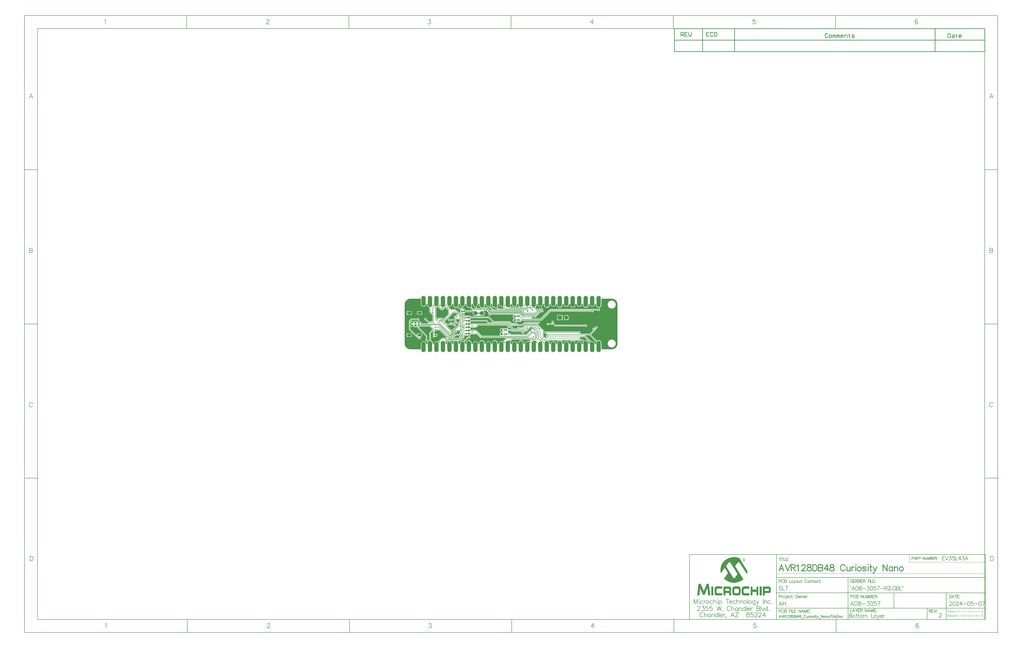
<source format=gbl>
G04*
G04 #@! TF.GenerationSoftware,Altium Limited,Altium Designer,24.4.1 (13)*
G04*
G04 Layer_Physical_Order=4*
G04 Layer_Color=16711680*
%FSLAX43Y43*%
%MOMM*%
G71*
G04*
G04 #@! TF.SameCoordinates,F18E46F5-819F-4097-AB80-730C87273495*
G04*
G04*
G04 #@! TF.FilePolarity,Positive*
G04*
G01*
G75*
%ADD10C,0.250*%
%ADD11C,0.100*%
%ADD12C,0.254*%
%ADD13C,0.150*%
%ADD14C,0.200*%
%ADD15C,0.127*%
%ADD18C,0.178*%
%ADD21C,0.350*%
%ADD22C,0.180*%
%ADD47C,0.250*%
%ADD96C,0.500*%
%ADD98R,0.650X0.500*%
%ADD106C,0.175*%
%ADD108C,0.150*%
%ADD109C,0.300*%
%ADD112R,0.350X0.250*%
%ADD113C,0.900*%
%ADD114C,1.700*%
%ADD115R,1.700X1.700*%
%ADD116O,1.900X1.000*%
%ADD117O,1.800X1.000*%
%ADD118C,3.600*%
%ADD119C,1.702*%
%ADD132C,0.800*%
%ADD133C,0.800*%
%ADD134C,1.702*%
G36*
X44668Y17577D02*
X44672Y17494D01*
X44681Y17412D01*
X44697Y17331D01*
X44720Y17252D01*
X44748Y17174D01*
X44783Y17099D01*
X44823Y17027D01*
X44869Y16959D01*
X44912Y16904D01*
X44906Y16867D01*
X44855Y16777D01*
X41848D01*
X41811Y16814D01*
X41793Y16835D01*
X41778Y16862D01*
X41760Y16903D01*
X41743Y16959D01*
X41727Y17028D01*
X41715Y17107D01*
X41692Y17438D01*
X41692Y17569D01*
X41692Y17572D01*
X41692Y17577D01*
Y18034D01*
X42079D01*
X42128Y17983D01*
X42132Y17901D01*
X42141Y17819D01*
X42157Y17738D01*
X42180Y17658D01*
X42208Y17581D01*
X42243Y17506D01*
X42283Y17434D01*
X42329Y17365D01*
X42380Y17300D01*
X42436Y17240D01*
X42497Y17183D01*
X42562Y17132D01*
X42630Y17086D01*
X42703Y17046D01*
X42778Y17012D01*
X42855Y16983D01*
X42934Y16961D01*
X43015Y16944D01*
X43053Y16940D01*
Y17983D01*
X43307D01*
Y16940D01*
X43345Y16944D01*
X43426Y16961D01*
X43505Y16983D01*
X43582Y17012D01*
X43657Y17046D01*
X43730Y17086D01*
X43798Y17132D01*
X43863Y17183D01*
X43924Y17240D01*
X43980Y17300D01*
X44031Y17365D01*
X44077Y17434D01*
X44117Y17506D01*
X44152Y17581D01*
X44180Y17658D01*
X44203Y17738D01*
X44219Y17819D01*
X44228Y17901D01*
X44232Y17983D01*
X44281Y18034D01*
X44668D01*
Y17577D01*
D02*
G37*
G36*
X19268D02*
X19272Y17494D01*
X19281Y17412D01*
X19297Y17331D01*
X19320Y17252D01*
X19348Y17174D01*
X19383Y17099D01*
X19423Y17027D01*
X19469Y16959D01*
X19520Y16894D01*
X19576Y16833D01*
X19637Y16777D01*
X19702Y16726D01*
X19770Y16680D01*
X19843Y16640D01*
X19918Y16605D01*
X19995Y16577D01*
X20074Y16554D01*
X20155Y16538D01*
X20237Y16528D01*
X20320Y16525D01*
X20403Y16528D01*
X20485Y16538D01*
X20566Y16554D01*
X20645Y16577D01*
X20722Y16605D01*
X20797Y16639D01*
X21464Y15973D01*
X21496Y15945D01*
X21531Y15921D01*
X21569Y15902D01*
X21610Y15888D01*
X21651Y15880D01*
X21694Y15877D01*
X22032D01*
X22067Y15835D01*
X22100Y15750D01*
X22096Y15743D01*
X22085Y15705D01*
X22081Y15666D01*
Y15612D01*
X22015D01*
Y14712D01*
X22015D01*
X22000Y14591D01*
X21976Y14574D01*
X21951Y14576D01*
X21629D01*
X20290Y15915D01*
X20257Y15943D01*
X20220Y15965D01*
X20180Y15982D01*
X20138Y15992D01*
X20095Y15995D01*
X18348D01*
X17505Y16839D01*
X17506Y16843D01*
X17570Y16954D01*
X17615Y16944D01*
X17653Y16940D01*
Y17983D01*
X17907D01*
Y16940D01*
X17945Y16944D01*
X18026Y16961D01*
X18105Y16983D01*
X18182Y17012D01*
X18257Y17046D01*
X18330Y17086D01*
X18398Y17132D01*
X18463Y17183D01*
X18524Y17240D01*
X18580Y17300D01*
X18631Y17365D01*
X18677Y17434D01*
X18717Y17506D01*
X18752Y17581D01*
X18780Y17658D01*
X18803Y17738D01*
X18819Y17819D01*
X18828Y17901D01*
X18832Y17983D01*
X18881Y18034D01*
X19268D01*
Y17577D01*
D02*
G37*
G36*
X24348D02*
X24352Y17494D01*
X24361Y17412D01*
X24377Y17331D01*
X24400Y17252D01*
X24428Y17174D01*
X24463Y17099D01*
X24503Y17027D01*
X24549Y16959D01*
X24600Y16894D01*
X24656Y16833D01*
X24717Y16777D01*
X24782Y16726D01*
X24850Y16680D01*
X24923Y16640D01*
X24998Y16605D01*
X25075Y16577D01*
X25154Y16554D01*
X25235Y16538D01*
X25248Y16537D01*
X25253Y16535D01*
X25253Y16535D01*
X25253Y16535D01*
X25397Y16514D01*
X25645Y16470D01*
X25841Y16424D01*
X25914Y16402D01*
X25974Y16380D01*
X26018Y16360D01*
X26043Y16345D01*
X26059Y16333D01*
X26776Y15615D01*
X26724Y15488D01*
X24015D01*
Y15612D01*
X23856D01*
Y15666D01*
X23852Y15705D01*
X23841Y15743D01*
X23822Y15778D01*
X23816Y15785D01*
Y15787D01*
X23813Y15829D01*
X23805Y15871D01*
X23791Y15912D01*
X23772Y15950D01*
X23749Y15985D01*
X23720Y16017D01*
X23304Y16433D01*
X23272Y16461D01*
X23237Y16485D01*
X23199Y16504D01*
X23158Y16518D01*
X23117Y16526D01*
X23074Y16529D01*
X21829D01*
X21257Y17100D01*
X21292Y17174D01*
X21320Y17252D01*
X21343Y17331D01*
X21359Y17412D01*
X21368Y17494D01*
X21372Y17577D01*
Y18034D01*
X21808D01*
Y17983D01*
X21812Y17901D01*
X21821Y17819D01*
X21837Y17738D01*
X21860Y17658D01*
X21888Y17581D01*
X21923Y17506D01*
X21963Y17434D01*
X22009Y17365D01*
X22060Y17300D01*
X22116Y17240D01*
X22177Y17183D01*
X22242Y17132D01*
X22310Y17086D01*
X22383Y17046D01*
X22458Y17012D01*
X22535Y16983D01*
X22614Y16961D01*
X22695Y16944D01*
X22777Y16935D01*
X22860Y16931D01*
X22943Y16935D01*
X23025Y16944D01*
X23106Y16961D01*
X23185Y16983D01*
X23262Y17012D01*
X23337Y17046D01*
X23410Y17086D01*
X23478Y17132D01*
X23543Y17183D01*
X23604Y17240D01*
X23660Y17300D01*
X23711Y17365D01*
X23757Y17434D01*
X23797Y17506D01*
X23832Y17581D01*
X23860Y17658D01*
X23883Y17738D01*
X23899Y17819D01*
X23908Y17901D01*
X23912Y17983D01*
Y18034D01*
X24348D01*
Y17577D01*
D02*
G37*
G36*
X38899Y17659D02*
X38866Y17443D01*
X38861Y17348D01*
X38863Y17261D01*
X38872Y17182D01*
X38888Y17111D01*
X38912Y17049D01*
X38943Y16994D01*
X38981Y16949D01*
X38828Y16854D01*
X38797Y16879D01*
X38753Y16904D01*
X38695Y16931D01*
X38624Y16959D01*
X38441Y17019D01*
X38065Y17118D01*
X37912Y17153D01*
X38926Y17779D01*
X38899Y17659D01*
D02*
G37*
G36*
X33781Y17579D02*
X33752Y17475D01*
X33731Y17377D01*
X33719Y17288D01*
X33715Y17205D01*
X33720Y17129D01*
X33734Y17060D01*
X33756Y16999D01*
X33787Y16944D01*
X33827Y16897D01*
X33658Y16818D01*
X33637Y16834D01*
X33600Y16854D01*
X33547Y16879D01*
X33296Y16981D01*
X32743Y17179D01*
X33819Y17690D01*
X33781Y17579D01*
D02*
G37*
G36*
X28439Y17278D02*
X28210Y17017D01*
X28155Y16939D01*
X28109Y16867D01*
X28073Y16799D01*
X28048Y16737D01*
X28033Y16679D01*
X28028Y16626D01*
X27853D01*
X27847Y16679D01*
X27832Y16737D01*
X27807Y16799D01*
X27771Y16867D01*
X27725Y16939D01*
X27670Y17017D01*
X27527Y17186D01*
X27441Y17278D01*
X27344Y17376D01*
X28536D01*
X28439Y17278D01*
D02*
G37*
G36*
X41491Y17431D02*
X41515Y17085D01*
X41530Y16990D01*
X41549Y16907D01*
X41571Y16834D01*
X41598Y16772D01*
X41628Y16720D01*
X41661Y16679D01*
X41538Y16555D01*
X41497Y16589D01*
X41445Y16619D01*
X41383Y16645D01*
X41310Y16668D01*
X41227Y16687D01*
X41132Y16702D01*
X40912Y16721D01*
X40785Y16726D01*
X40649Y16726D01*
X41491Y17568D01*
X41491Y17431D01*
D02*
G37*
G36*
X81947Y19977D02*
X82362Y19805D01*
X82737Y19555D01*
X83055Y19237D01*
X83305Y18862D01*
X83477Y18447D01*
X83565Y18005D01*
Y17780D01*
Y2540D01*
Y2315D01*
X83477Y1873D01*
X83305Y1458D01*
X83055Y1083D01*
X82737Y765D01*
X82362Y515D01*
X81947Y343D01*
X81505Y255D01*
X77252D01*
Y2743D01*
X77248Y2826D01*
X77239Y2908D01*
X77223Y2989D01*
X77200Y3068D01*
X77172Y3146D01*
X77137Y3221D01*
X77097Y3293D01*
X77051Y3361D01*
X77000Y3426D01*
X76944Y3487D01*
X76883Y3543D01*
X76818Y3594D01*
X76750Y3640D01*
X76677Y3680D01*
X76602Y3715D01*
X76525Y3743D01*
X76446Y3766D01*
X76365Y3782D01*
X76283Y3792D01*
X76200Y3795D01*
X76117Y3792D01*
X76035Y3782D01*
X75954Y3766D01*
X75875Y3743D01*
X75798Y3715D01*
X75723Y3680D01*
X75650Y3640D01*
X75582Y3594D01*
X75568Y3583D01*
X73126Y6025D01*
X75140Y8039D01*
X75169Y8073D01*
X75193Y8112D01*
X75210Y8154D01*
X75221Y8198D01*
X75224Y8243D01*
Y8313D01*
X75300Y8424D01*
X75359Y8428D01*
X75417Y8439D01*
X75473Y8458D01*
X75525Y8484D01*
X75575Y8517D01*
X75619Y8556D01*
X75658Y8600D01*
X75691Y8649D01*
X75717Y8702D01*
X75736Y8758D01*
X75747Y8816D01*
X75751Y8875D01*
X75747Y8934D01*
X75736Y8992D01*
X75717Y9048D01*
X75691Y9100D01*
X75658Y9150D01*
X75619Y9194D01*
X75575Y9233D01*
X75525Y9266D01*
X75473Y9292D01*
X75417Y9311D01*
X75359Y9322D01*
X75300Y9326D01*
X75241Y9322D01*
X75183Y9311D01*
X75127Y9292D01*
X75075Y9266D01*
X75025Y9233D01*
X74981Y9194D01*
X74942Y9150D01*
X74909Y9100D01*
X74883Y9048D01*
X74864Y8992D01*
X74853Y8934D01*
X74849Y8875D01*
X74852Y8835D01*
X74732Y8715D01*
X74703Y8680D01*
X74698Y8674D01*
X74656Y8656D01*
X74610Y8651D01*
X74548Y8659D01*
X74539Y8669D01*
X74495Y8708D01*
X74446Y8741D01*
X74393Y8767D01*
X74337Y8786D01*
X74279Y8797D01*
X74221Y8801D01*
X74162Y8797D01*
X74104Y8786D01*
X74048Y8767D01*
X73995Y8741D01*
X73946Y8708D01*
X73902Y8669D01*
X73863Y8625D01*
X73830Y8575D01*
X73804Y8523D01*
X73785Y8467D01*
X73774Y8409D01*
X73770Y8350D01*
X73774Y8291D01*
X73785Y8233D01*
X73804Y8177D01*
X73830Y8125D01*
X73863Y8075D01*
X73902Y8031D01*
X73946Y7992D01*
X73995Y7959D01*
X74048Y7933D01*
X74079Y7802D01*
X74077Y7791D01*
X72599Y6314D01*
X68711D01*
X68692Y6439D01*
X68748Y6458D01*
X68800Y6484D01*
X68850Y6517D01*
X68894Y6556D01*
X68933Y6600D01*
X68966Y6649D01*
X68992Y6702D01*
X69011Y6758D01*
X69022Y6816D01*
X69026Y6875D01*
X69022Y6934D01*
X69011Y6992D01*
X68992Y7048D01*
X68966Y7100D01*
X68933Y7150D01*
X68894Y7194D01*
X68850Y7233D01*
X68800Y7266D01*
X68748Y7292D01*
X68692Y7311D01*
X68634Y7322D01*
X68575Y7326D01*
X68516Y7322D01*
X68458Y7311D01*
X68402Y7292D01*
X68350Y7266D01*
X68300Y7233D01*
X68256Y7194D01*
X68229Y7163D01*
X55721D01*
X55694Y7194D01*
X55650Y7233D01*
X55600Y7266D01*
X55548Y7292D01*
X55492Y7311D01*
X55434Y7322D01*
X55375Y7326D01*
X55316Y7322D01*
X55258Y7311D01*
X55202Y7292D01*
X55150Y7266D01*
X55100Y7233D01*
X55056Y7194D01*
X55017Y7150D01*
X54984Y7100D01*
X54958Y7048D01*
X54939Y6992D01*
X54928Y6934D01*
X54924Y6875D01*
X54928Y6816D01*
X54939Y6758D01*
X54958Y6702D01*
X54984Y6649D01*
X55017Y6600D01*
X55056Y6556D01*
X55100Y6517D01*
X55150Y6484D01*
X55202Y6458D01*
X55258Y6439D01*
X55316Y6428D01*
X55375Y6424D01*
X55434Y6428D01*
X55492Y6439D01*
X55548Y6458D01*
X55600Y6484D01*
X55650Y6517D01*
X55694Y6556D01*
X55721Y6587D01*
X55867D01*
X55886Y6461D01*
X55830Y6442D01*
X55777Y6416D01*
X55728Y6383D01*
X55684Y6344D01*
X55645Y6300D01*
X55612Y6251D01*
X55586Y6198D01*
X55567Y6142D01*
X55556Y6084D01*
X55552Y6025D01*
X55556Y5966D01*
X55567Y5909D01*
X55586Y5853D01*
X55612Y5800D01*
X55645Y5751D01*
X55684Y5706D01*
X55728Y5668D01*
X55763Y5644D01*
X55734Y5600D01*
X55708Y5548D01*
X55689Y5492D01*
X55678Y5434D01*
X55674Y5375D01*
X55678Y5316D01*
X55689Y5258D01*
X55708Y5202D01*
X55734Y5149D01*
X55767Y5100D01*
X55799Y5064D01*
X55795Y5033D01*
X55749Y4937D01*
X55588D01*
X55550Y4980D01*
X55506Y5019D01*
X55457Y5052D01*
X55404Y5078D01*
X55348Y5097D01*
X55290Y5108D01*
X55231Y5112D01*
X55173Y5108D01*
X55115Y5097D01*
X55059Y5078D01*
X55006Y5052D01*
X54957Y5019D01*
X54913Y4980D01*
X54874Y4936D01*
X54841Y4886D01*
X54815Y4834D01*
X54806Y4806D01*
X54679Y4827D01*
Y7660D01*
X54675Y7705D01*
X54664Y7749D01*
X54647Y7791D01*
X54623Y7829D01*
X54594Y7864D01*
X52309Y10148D01*
X52275Y10178D01*
X52236Y10201D01*
X52195Y10219D01*
X52151Y10229D01*
X52106Y10233D01*
X47794D01*
X47749Y10229D01*
X47705Y10219D01*
X47664Y10201D01*
X47625Y10178D01*
X47591Y10148D01*
X46356Y8913D01*
X45096D01*
X45069Y8944D01*
X45025Y8983D01*
X44975Y9016D01*
X44923Y9042D01*
X44867Y9061D01*
X44809Y9072D01*
X44750Y9076D01*
X44691Y9072D01*
X44633Y9061D01*
X44577Y9042D01*
X44525Y9016D01*
X44475Y8983D01*
X44431Y8944D01*
X44392Y8900D01*
X44359Y8850D01*
X44333Y8798D01*
X44314Y8742D01*
X44303Y8684D01*
X44299Y8625D01*
X44303Y8566D01*
X44308Y8541D01*
X44262Y8460D01*
X44212Y8414D01*
X43151D01*
X42171Y9394D01*
X42220Y9512D01*
X46250D01*
X46295Y9515D01*
X46339Y9526D01*
X46381Y9543D01*
X46420Y9567D01*
X46454Y9596D01*
X47277Y10419D01*
X52271D01*
X52280Y10405D01*
X52319Y10361D01*
X52363Y10322D01*
X52412Y10289D01*
X52465Y10263D01*
X52521Y10244D01*
X52579Y10232D01*
X52638Y10229D01*
X52697Y10232D01*
X52754Y10244D01*
X52810Y10263D01*
X52863Y10289D01*
X52912Y10322D01*
X52957Y10361D01*
X52995Y10405D01*
X53028Y10454D01*
X53054Y10507D01*
X53073Y10563D01*
X53085Y10621D01*
X53089Y10679D01*
X53085Y10738D01*
X53073Y10796D01*
X53054Y10852D01*
X53028Y10905D01*
X52995Y10954D01*
X52957Y10998D01*
X52912Y11037D01*
X52863Y11070D01*
X52810Y11096D01*
X52754Y11115D01*
X52697Y11127D01*
X52638Y11130D01*
X52579Y11127D01*
X52521Y11115D01*
X52465Y11096D01*
X52412Y11070D01*
X52363Y11037D01*
X52319Y10998D01*
X52316Y10996D01*
X47157D01*
X47112Y10992D01*
X47068Y10981D01*
X47026Y10964D01*
X46988Y10941D01*
X46953Y10911D01*
X46131Y10088D01*
X44444D01*
X44402Y10122D01*
X44347Y10215D01*
X44350Y10232D01*
X44354Y10291D01*
X44350Y10350D01*
X44339Y10408D01*
X44320Y10464D01*
X44294Y10517D01*
X44261Y10566D01*
X44222Y10610D01*
X44178Y10649D01*
X44129Y10682D01*
X44076Y10708D01*
X44020Y10727D01*
X43962Y10738D01*
X43903Y10742D01*
X43844Y10738D01*
X43786Y10727D01*
X43731Y10708D01*
X43678Y10682D01*
X43629Y10649D01*
X43584Y10610D01*
X43558Y10580D01*
X42246D01*
X41646Y11179D01*
X41612Y11209D01*
X41573Y11232D01*
X41531Y11250D01*
X41487Y11260D01*
X41442Y11264D01*
X35094D01*
X33444Y12914D01*
X33410Y12943D01*
X33371Y12967D01*
X33329Y12984D01*
X33285Y12995D01*
X33240Y12998D01*
X25990D01*
Y13356D01*
X23875Y13356D01*
Y13150D01*
X23875D01*
Y12976D01*
X23666D01*
X23466Y13175D01*
X23465Y13230D01*
X23496Y13325D01*
X23515Y13334D01*
X23565Y13367D01*
X23609Y13406D01*
X23648Y13450D01*
X23681Y13500D01*
X23707Y13552D01*
X23726Y13608D01*
X23737Y13666D01*
X23741Y13725D01*
X23737Y13784D01*
X23726Y13842D01*
X23707Y13898D01*
X23681Y13950D01*
X23648Y14000D01*
X23609Y14044D01*
X23565Y14083D01*
X23515Y14116D01*
X23463Y14142D01*
X23407Y14161D01*
X23349Y14172D01*
X23326Y14174D01*
X23323Y14218D01*
X23312Y14276D01*
X23293Y14332D01*
X23278Y14362D01*
X23304Y14431D01*
X23349Y14489D01*
X23655D01*
X23694Y14493D01*
X23732Y14504D01*
X23767Y14523D01*
X23797Y14548D01*
X23822Y14578D01*
X23841Y14613D01*
X23852Y14651D01*
X23856Y14690D01*
Y14712D01*
X24015D01*
Y14836D01*
X26862D01*
X26936Y14709D01*
X26925Y14674D01*
X26905Y14585D01*
X26893Y14494D01*
X26889Y14402D01*
X26893Y14310D01*
X26905Y14219D01*
X26925Y14130D01*
X26952Y14043D01*
X26987Y13958D01*
X27030Y13877D01*
X27079Y13799D01*
X27135Y13726D01*
X27197Y13659D01*
X27264Y13597D01*
X27337Y13541D01*
X27414Y13492D01*
X27496Y13449D01*
X27581Y13414D01*
X27668Y13387D01*
X27757Y13367D01*
X27848Y13355D01*
X27937Y13351D01*
X27940Y13351D01*
X30480D01*
X30483Y13351D01*
X30572Y13355D01*
X30663Y13367D01*
X30752Y13387D01*
X30839Y13414D01*
X30924Y13449D01*
X31006Y13492D01*
X31083Y13541D01*
X31156Y13597D01*
X31223Y13659D01*
X31285Y13726D01*
X31341Y13799D01*
X31390Y13877D01*
X31433Y13958D01*
X31468Y14043D01*
X31495Y14130D01*
X31515Y14219D01*
X31527Y14310D01*
X31531Y14402D01*
X31527Y14494D01*
X31515Y14585D01*
X31495Y14674D01*
X31468Y14761D01*
X31433Y14846D01*
X31390Y14927D01*
X31341Y15005D01*
X31285Y15078D01*
X31223Y15145D01*
X31156Y15207D01*
X31083Y15263D01*
X31084Y15412D01*
X31098Y15431D01*
X32246D01*
X33254Y14422D01*
X33261Y14379D01*
X33234Y14263D01*
X33225Y14258D01*
X33181Y14219D01*
X33142Y14175D01*
X33109Y14125D01*
X33083Y14073D01*
X33064Y14017D01*
X33053Y13959D01*
X33049Y13900D01*
X33053Y13841D01*
X33064Y13783D01*
X33083Y13727D01*
X33109Y13675D01*
X33142Y13625D01*
X33181Y13581D01*
X33225Y13542D01*
X33275Y13509D01*
X33327Y13483D01*
X33383Y13464D01*
X33441Y13453D01*
X33500Y13449D01*
X33559Y13453D01*
X33617Y13464D01*
X33673Y13483D01*
X33725Y13509D01*
X33775Y13542D01*
X33819Y13581D01*
X33858Y13625D01*
X33891Y13675D01*
X33917Y13727D01*
X33936Y13783D01*
X33947Y13841D01*
X33951Y13900D01*
X33962Y13912D01*
X42850D01*
X42872Y13868D01*
X42882Y13785D01*
X42851Y13766D01*
X42800Y13728D01*
X42753Y13685D01*
X42710Y13638D01*
X42672Y13587D01*
X42639Y13532D01*
X42612Y13474D01*
X42590Y13414D01*
X42575Y13352D01*
X42565Y13289D01*
X42562Y13225D01*
X42565Y13161D01*
X42575Y13098D01*
X42590Y13036D01*
X42612Y12976D01*
X42639Y12918D01*
X42672Y12863D01*
X42710Y12812D01*
X42753Y12765D01*
X42800Y12722D01*
X42851Y12684D01*
X42906Y12651D01*
X42964Y12624D01*
X43024Y12602D01*
X43086Y12587D01*
X43149Y12577D01*
X43213Y12574D01*
X43277Y12577D01*
X43340Y12587D01*
X43402Y12602D01*
X43462Y12624D01*
X43520Y12651D01*
X43543Y12665D01*
X43633Y12631D01*
X43670Y12597D01*
Y12328D01*
X43633Y12294D01*
X43543Y12260D01*
X43520Y12274D01*
X43462Y12301D01*
X43402Y12323D01*
X43340Y12338D01*
X43277Y12348D01*
X43213Y12351D01*
X43149Y12348D01*
X43086Y12338D01*
X43024Y12323D01*
X42964Y12301D01*
X42906Y12274D01*
X42851Y12241D01*
X42800Y12203D01*
X42753Y12160D01*
X42710Y12113D01*
X42672Y12062D01*
X42639Y12007D01*
X42612Y11949D01*
X42590Y11889D01*
X42575Y11827D01*
X42565Y11764D01*
X42562Y11700D01*
X42565Y11636D01*
X42575Y11573D01*
X42590Y11511D01*
X42612Y11451D01*
X42639Y11393D01*
X42672Y11338D01*
X42710Y11287D01*
X42753Y11240D01*
X42800Y11197D01*
X42851Y11159D01*
X42906Y11126D01*
X42964Y11099D01*
X43024Y11077D01*
X43086Y11062D01*
X43149Y11052D01*
X43213Y11049D01*
X43277Y11052D01*
X43340Y11062D01*
X43402Y11077D01*
X43462Y11099D01*
X43520Y11126D01*
X43543Y11140D01*
X43670Y11116D01*
Y11116D01*
X44398D01*
X44405Y11110D01*
X44440Y11091D01*
X44624Y11015D01*
X44661Y11004D01*
X44701Y11000D01*
X44800D01*
X44839Y11004D01*
X44877Y11015D01*
X44912Y11034D01*
X44919Y11040D01*
X44928Y11037D01*
X44932Y11036D01*
X44935Y11035D01*
X44951Y11034D01*
X44967Y11032D01*
X44971Y11032D01*
X44974Y11032D01*
X44991Y11033D01*
X45007Y11034D01*
X45010Y11035D01*
X45014Y11035D01*
X45029Y11040D01*
X45045Y11044D01*
X45117Y11071D01*
X45126Y11076D01*
X45136Y11079D01*
X45144Y11084D01*
X45152Y11088D01*
X45161Y11095D01*
X45170Y11100D01*
X45189Y11116D01*
X45851D01*
Y11413D01*
X53726D01*
X53771Y11416D01*
X53815Y11427D01*
X53857Y11444D01*
X53896Y11468D01*
X53930Y11497D01*
X57381Y14948D01*
X73278D01*
X73292Y14926D01*
X73331Y14882D01*
X73375Y14843D01*
X73425Y14810D01*
X73477Y14784D01*
X73533Y14765D01*
X73591Y14754D01*
X73650Y14750D01*
X73709Y14754D01*
X73767Y14765D01*
X73823Y14784D01*
X73875Y14810D01*
X73925Y14843D01*
X73969Y14882D01*
X74008Y14926D01*
X74041Y14975D01*
X74067Y15028D01*
X74086Y15084D01*
X74097Y15142D01*
X74101Y15201D01*
X74097Y15260D01*
X74094Y15273D01*
X74154Y15371D01*
X74192Y15400D01*
X75877D01*
X75881Y15395D01*
X75925Y15357D01*
X75975Y15324D01*
X76027Y15298D01*
X76083Y15279D01*
X76141Y15267D01*
X76200Y15263D01*
X76259Y15267D01*
X76317Y15279D01*
X76373Y15298D01*
X76425Y15324D01*
X76475Y15357D01*
X76519Y15395D01*
X76558Y15440D01*
X76591Y15489D01*
X76617Y15542D01*
X76636Y15598D01*
X76647Y15656D01*
X76651Y15714D01*
X76647Y15773D01*
X76636Y15831D01*
X76617Y15887D01*
X76591Y15940D01*
X76558Y15989D01*
X76519Y16033D01*
X76475Y16072D01*
X76425Y16105D01*
X76373Y16131D01*
X76317Y16150D01*
X76259Y16161D01*
X76200Y16165D01*
X76141Y16161D01*
X76083Y16150D01*
X76027Y16131D01*
X75975Y16105D01*
X75925Y16072D01*
X75881Y16033D01*
X75842Y15989D01*
X75834Y15977D01*
X57188D01*
X57143Y15973D01*
X57099Y15963D01*
X57058Y15945D01*
X57019Y15922D01*
X56985Y15892D01*
X53407Y12314D01*
X49988D01*
X49984Y12441D01*
X50028Y12444D01*
X50086Y12456D01*
X50142Y12475D01*
X50195Y12501D01*
X50244Y12534D01*
X50288Y12573D01*
X50327Y12617D01*
X50360Y12666D01*
X50386Y12719D01*
X50405Y12775D01*
X50416Y12833D01*
X50420Y12891D01*
X50416Y12950D01*
X50414Y12964D01*
X50473Y13061D01*
X50511Y13090D01*
X50822D01*
X50849Y13061D01*
X50853Y13003D01*
X50864Y12945D01*
X50883Y12889D01*
X50909Y12836D01*
X50942Y12787D01*
X50981Y12743D01*
X51025Y12704D01*
X51074Y12671D01*
X51127Y12645D01*
X51183Y12626D01*
X51241Y12614D01*
X51300Y12611D01*
X51359Y12614D01*
X51417Y12626D01*
X51472Y12645D01*
X51525Y12671D01*
X51574Y12704D01*
X51619Y12743D01*
X51658Y12787D01*
X51690Y12836D01*
X51717Y12889D01*
X51735Y12945D01*
X51747Y13003D01*
X51751Y13061D01*
X51747Y13120D01*
X51735Y13178D01*
X51717Y13234D01*
X51690Y13287D01*
X51689Y13288D01*
X51747Y13409D01*
X51755Y13415D01*
X51878D01*
X51923Y13419D01*
X51967Y13430D01*
X52009Y13447D01*
X52048Y13471D01*
X52082Y13500D01*
X53193Y14611D01*
X53234Y14608D01*
X53292Y14612D01*
X53350Y14624D01*
X53406Y14643D01*
X53459Y14669D01*
X53508Y14701D01*
X53552Y14740D01*
X53591Y14785D01*
X53624Y14834D01*
X53641Y14869D01*
X53705Y14893D01*
X53789Y14899D01*
X53812Y14878D01*
X53861Y14845D01*
X53914Y14819D01*
X53970Y14800D01*
X54028Y14789D01*
X54087Y14785D01*
X54146Y14789D01*
X54204Y14800D01*
X54260Y14819D01*
X54312Y14845D01*
X54362Y14878D01*
X54406Y14917D01*
X54445Y14962D01*
X54478Y15011D01*
X54504Y15063D01*
X54523Y15119D01*
X54534Y15177D01*
X54538Y15236D01*
X54534Y15295D01*
X54523Y15353D01*
X54504Y15409D01*
X54478Y15462D01*
X54445Y15511D01*
X54406Y15555D01*
X54362Y15594D01*
X54345Y15605D01*
X54335Y15616D01*
X54294Y15746D01*
X54303Y15770D01*
X54319Y15802D01*
X54338Y15858D01*
X54350Y15916D01*
X54354Y15975D01*
X54350Y16034D01*
X54338Y16092D01*
X54319Y16148D01*
X54293Y16200D01*
X54260Y16250D01*
X54222Y16294D01*
X54177Y16333D01*
X54128Y16366D01*
X54075Y16392D01*
X54019Y16411D01*
X53961Y16422D01*
X53903Y16426D01*
X53844Y16422D01*
X53786Y16411D01*
X53730Y16392D01*
X53677Y16366D01*
X53628Y16333D01*
X53584Y16294D01*
X53546Y16251D01*
X52975D01*
X52932Y16247D01*
X52890Y16237D01*
X52850Y16221D01*
X52813Y16198D01*
X52780Y16170D01*
X52446Y15836D01*
X52338Y15861D01*
X52307Y15877D01*
X52292Y15923D01*
X52266Y15975D01*
X52233Y16025D01*
X52194Y16069D01*
X52150Y16108D01*
X52100Y16141D01*
X52048Y16167D01*
X51992Y16186D01*
X51934Y16197D01*
X51875Y16201D01*
X51835Y16198D01*
X51426Y16606D01*
X51456Y16756D01*
X51483Y16777D01*
X51544Y16833D01*
X51600Y16894D01*
X51651Y16959D01*
X51697Y17027D01*
X51737Y17099D01*
X51772Y17174D01*
X51800Y17252D01*
X51823Y17331D01*
X51839Y17412D01*
X51848Y17494D01*
X51852Y17577D01*
Y18034D01*
X52288D01*
Y17983D01*
X52292Y17901D01*
X52301Y17819D01*
X52317Y17738D01*
X52340Y17658D01*
X52368Y17581D01*
X52403Y17506D01*
X52443Y17434D01*
X52489Y17365D01*
X52540Y17300D01*
X52596Y17240D01*
X52657Y17183D01*
X52722Y17132D01*
X52790Y17086D01*
X52863Y17046D01*
X52938Y17012D01*
X53015Y16983D01*
X53094Y16961D01*
X53175Y16944D01*
X53257Y16935D01*
X53340Y16931D01*
X53423Y16935D01*
X53505Y16944D01*
X53586Y16961D01*
X53665Y16983D01*
X53742Y17012D01*
X53817Y17046D01*
X53890Y17086D01*
X53958Y17132D01*
X54023Y17183D01*
X54084Y17240D01*
X54140Y17300D01*
X54191Y17365D01*
X54237Y17434D01*
X54277Y17506D01*
X54312Y17581D01*
X54340Y17658D01*
X54363Y17738D01*
X54379Y17819D01*
X54388Y17901D01*
X54392Y17983D01*
Y18034D01*
X54828D01*
Y17577D01*
X54832Y17494D01*
X54841Y17412D01*
X54857Y17331D01*
X54880Y17252D01*
X54908Y17174D01*
X54943Y17099D01*
X54983Y17027D01*
X55029Y16959D01*
X55080Y16894D01*
X55136Y16833D01*
X55197Y16777D01*
X55262Y16726D01*
X55330Y16680D01*
X55403Y16640D01*
X55478Y16605D01*
X55555Y16577D01*
X55634Y16554D01*
X55715Y16538D01*
X55797Y16528D01*
X55880Y16525D01*
X55963Y16528D01*
X56045Y16538D01*
X56126Y16554D01*
X56205Y16577D01*
X56282Y16605D01*
X56357Y16640D01*
X56430Y16680D01*
X56498Y16726D01*
X56563Y16777D01*
X56624Y16833D01*
X56680Y16894D01*
X56731Y16959D01*
X56777Y17027D01*
X56817Y17099D01*
X56852Y17174D01*
X56880Y17252D01*
X56903Y17331D01*
X56919Y17412D01*
X56928Y17494D01*
X56932Y17577D01*
Y18034D01*
X57368D01*
Y17983D01*
X57372Y17901D01*
X57381Y17819D01*
X57397Y17738D01*
X57420Y17658D01*
X57448Y17581D01*
X57483Y17506D01*
X57523Y17434D01*
X57569Y17365D01*
X57620Y17300D01*
X57676Y17240D01*
X57737Y17183D01*
X57802Y17132D01*
X57870Y17086D01*
X57943Y17046D01*
X58018Y17012D01*
X58095Y16983D01*
X58174Y16961D01*
X58255Y16944D01*
X58337Y16935D01*
X58420Y16931D01*
X58503Y16935D01*
X58585Y16944D01*
X58666Y16961D01*
X58745Y16983D01*
X58822Y17012D01*
X58897Y17046D01*
X58970Y17086D01*
X59038Y17132D01*
X59103Y17183D01*
X59164Y17240D01*
X59220Y17300D01*
X59271Y17365D01*
X59317Y17434D01*
X59357Y17506D01*
X59392Y17581D01*
X59420Y17658D01*
X59443Y17738D01*
X59459Y17819D01*
X59468Y17901D01*
X59472Y17983D01*
Y18034D01*
X59908D01*
Y17577D01*
X59912Y17494D01*
X59921Y17412D01*
X59937Y17331D01*
X59960Y17252D01*
X59988Y17174D01*
X60023Y17099D01*
X60063Y17027D01*
X60109Y16959D01*
X60160Y16894D01*
X60216Y16833D01*
X60277Y16777D01*
X60342Y16726D01*
X60410Y16680D01*
X60483Y16640D01*
X60558Y16605D01*
X60635Y16577D01*
X60714Y16554D01*
X60795Y16538D01*
X60877Y16528D01*
X60960Y16525D01*
X61043Y16528D01*
X61125Y16538D01*
X61206Y16554D01*
X61285Y16577D01*
X61362Y16605D01*
X61437Y16640D01*
X61510Y16680D01*
X61578Y16726D01*
X61643Y16777D01*
X61704Y16833D01*
X61760Y16894D01*
X61811Y16959D01*
X61857Y17027D01*
X61897Y17099D01*
X61932Y17174D01*
X61960Y17252D01*
X61983Y17331D01*
X61999Y17412D01*
X62008Y17494D01*
X62012Y17577D01*
Y18034D01*
X62448D01*
Y17983D01*
X62452Y17901D01*
X62461Y17819D01*
X62477Y17738D01*
X62500Y17658D01*
X62528Y17581D01*
X62563Y17506D01*
X62603Y17434D01*
X62649Y17365D01*
X62700Y17300D01*
X62756Y17240D01*
X62817Y17183D01*
X62882Y17132D01*
X62950Y17086D01*
X63023Y17046D01*
X63098Y17012D01*
X63175Y16983D01*
X63254Y16961D01*
X63335Y16944D01*
X63417Y16935D01*
X63500Y16931D01*
X63583Y16935D01*
X63665Y16944D01*
X63746Y16961D01*
X63825Y16983D01*
X63902Y17012D01*
X63977Y17046D01*
X64050Y17086D01*
X64118Y17132D01*
X64183Y17183D01*
X64244Y17240D01*
X64300Y17300D01*
X64351Y17365D01*
X64397Y17434D01*
X64437Y17506D01*
X64472Y17581D01*
X64500Y17658D01*
X64523Y17738D01*
X64539Y17819D01*
X64548Y17901D01*
X64552Y17983D01*
Y18034D01*
X64959D01*
X65042Y17907D01*
X65040Y17902D01*
X65017Y17822D01*
X65001Y17741D01*
X64997Y17704D01*
X67083D01*
X67079Y17741D01*
X67063Y17822D01*
X67040Y17902D01*
X67038Y17907D01*
X67121Y18034D01*
X67528D01*
Y17983D01*
X67532Y17901D01*
X67541Y17819D01*
X67557Y17738D01*
X67580Y17658D01*
X67608Y17581D01*
X67643Y17506D01*
X67683Y17434D01*
X67729Y17365D01*
X67780Y17300D01*
X67836Y17240D01*
X67897Y17183D01*
X67962Y17132D01*
X68030Y17086D01*
X68103Y17046D01*
X68178Y17012D01*
X68255Y16983D01*
X68334Y16961D01*
X68415Y16944D01*
X68497Y16935D01*
X68580Y16931D01*
X68663Y16935D01*
X68745Y16944D01*
X68826Y16961D01*
X68905Y16983D01*
X68982Y17012D01*
X69057Y17046D01*
X69130Y17086D01*
X69198Y17132D01*
X69263Y17183D01*
X69324Y17240D01*
X69380Y17300D01*
X69431Y17365D01*
X69477Y17434D01*
X69517Y17506D01*
X69552Y17581D01*
X69580Y17658D01*
X69603Y17738D01*
X69619Y17819D01*
X69628Y17901D01*
X69632Y17983D01*
Y18034D01*
X70068D01*
Y17577D01*
X70072Y17494D01*
X70081Y17412D01*
X70097Y17331D01*
X70120Y17252D01*
X70148Y17174D01*
X70183Y17099D01*
X70223Y17027D01*
X70269Y16959D01*
X70320Y16894D01*
X70376Y16833D01*
X70437Y16777D01*
X70502Y16726D01*
X70570Y16680D01*
X70643Y16640D01*
X70718Y16605D01*
X70795Y16577D01*
X70874Y16554D01*
X70955Y16538D01*
X71037Y16528D01*
X71120Y16525D01*
X71203Y16528D01*
X71285Y16538D01*
X71366Y16554D01*
X71445Y16577D01*
X71522Y16605D01*
X71597Y16640D01*
X71670Y16680D01*
X71738Y16726D01*
X71803Y16777D01*
X71864Y16833D01*
X71920Y16894D01*
X71971Y16959D01*
X72017Y17027D01*
X72057Y17099D01*
X72092Y17174D01*
X72120Y17252D01*
X72143Y17331D01*
X72159Y17412D01*
X72168Y17494D01*
X72172Y17577D01*
Y18034D01*
X72608D01*
Y17983D01*
X72612Y17901D01*
X72621Y17819D01*
X72637Y17738D01*
X72660Y17658D01*
X72688Y17581D01*
X72723Y17506D01*
X72763Y17434D01*
X72809Y17365D01*
X72860Y17300D01*
X72916Y17240D01*
X72977Y17183D01*
X73042Y17132D01*
X73110Y17086D01*
X73183Y17046D01*
X73258Y17012D01*
X73335Y16983D01*
X73414Y16961D01*
X73495Y16944D01*
X73577Y16935D01*
X73660Y16931D01*
X73743Y16935D01*
X73825Y16944D01*
X73906Y16961D01*
X73985Y16983D01*
X74062Y17012D01*
X74137Y17046D01*
X74210Y17086D01*
X74278Y17132D01*
X74343Y17183D01*
X74404Y17240D01*
X74460Y17300D01*
X74511Y17365D01*
X74557Y17434D01*
X74597Y17506D01*
X74632Y17581D01*
X74660Y17658D01*
X74683Y17738D01*
X74699Y17819D01*
X74708Y17901D01*
X74712Y17983D01*
Y18034D01*
X75148D01*
Y17577D01*
X75152Y17494D01*
X75161Y17412D01*
X75177Y17331D01*
X75200Y17252D01*
X75228Y17174D01*
X75263Y17099D01*
X75303Y17027D01*
X75349Y16959D01*
X75400Y16894D01*
X75456Y16833D01*
X75517Y16777D01*
X75582Y16726D01*
X75650Y16680D01*
X75723Y16640D01*
X75798Y16605D01*
X75875Y16577D01*
X75954Y16554D01*
X76035Y16538D01*
X76117Y16528D01*
X76200Y16525D01*
X76283Y16528D01*
X76365Y16538D01*
X76446Y16554D01*
X76525Y16577D01*
X76602Y16605D01*
X76677Y16640D01*
X76750Y16680D01*
X76818Y16726D01*
X76883Y16777D01*
X76944Y16833D01*
X77000Y16894D01*
X77051Y16959D01*
X77097Y17027D01*
X77137Y17099D01*
X77172Y17174D01*
X77200Y17252D01*
X77223Y17331D01*
X77239Y17412D01*
X77248Y17494D01*
X77252Y17577D01*
Y20065D01*
X81505D01*
X81947Y19977D01*
D02*
G37*
G36*
X26222Y17316D02*
X26205Y17090D01*
X26205Y16991D01*
X26212Y16901D01*
X26224Y16820D01*
X26243Y16748D01*
X26267Y16686D01*
X26298Y16632D01*
X26335Y16588D01*
X26193Y16483D01*
X26158Y16511D01*
X26110Y16539D01*
X26050Y16566D01*
X25978Y16592D01*
X25893Y16618D01*
X25686Y16667D01*
X25430Y16712D01*
X25283Y16734D01*
X26240Y17443D01*
X26222Y17316D01*
D02*
G37*
G36*
X36369Y17278D02*
X36343Y17058D01*
X36339Y16961D01*
X36343Y16873D01*
X36354Y16793D01*
X36371Y16722D01*
X36395Y16660D01*
X36426Y16606D01*
X36464Y16560D01*
X36315Y16461D01*
X36282Y16488D01*
X36237Y16514D01*
X36178Y16541D01*
X36106Y16569D01*
X35923Y16625D01*
X35688Y16682D01*
X35401Y16741D01*
X36393Y17401D01*
X36369Y17278D01*
D02*
G37*
G36*
X31282Y17261D02*
X31252Y17044D01*
X31247Y16948D01*
X31250Y16860D01*
X31259Y16781D01*
X31276Y16710D01*
X31300Y16648D01*
X31330Y16594D01*
X31368Y16548D01*
X31217Y16452D01*
X31185Y16477D01*
X31141Y16503D01*
X31083Y16530D01*
X31011Y16558D01*
X30828Y16616D01*
X30453Y16711D01*
X30302Y16745D01*
X31308Y17382D01*
X31282Y17261D01*
D02*
G37*
G36*
X29428Y17577D02*
X29432Y17494D01*
X29441Y17412D01*
X29457Y17331D01*
X29480Y17252D01*
X29508Y17174D01*
X29543Y17099D01*
X29583Y17027D01*
X29629Y16959D01*
X29680Y16894D01*
X29736Y16833D01*
X29797Y16777D01*
X29862Y16726D01*
X29930Y16680D01*
X30003Y16640D01*
X30078Y16605D01*
X30155Y16577D01*
X30234Y16554D01*
X30251Y16551D01*
X30257Y16549D01*
X30258Y16549D01*
X30258Y16549D01*
X30407Y16516D01*
X30627Y16460D01*
X30611Y16333D01*
X28608D01*
X28247Y16693D01*
X28256Y16714D01*
X28283Y16766D01*
X28321Y16827D01*
X28368Y16891D01*
X28586Y17141D01*
X28678Y17234D01*
X28680Y17236D01*
X28684Y17240D01*
X28740Y17300D01*
X28791Y17365D01*
X28837Y17434D01*
X28877Y17506D01*
X28912Y17581D01*
X28940Y17658D01*
X28963Y17738D01*
X28979Y17819D01*
X28988Y17901D01*
X28992Y17983D01*
Y18034D01*
X29428D01*
Y17577D01*
D02*
G37*
G36*
X37048Y17983D02*
X37052Y17901D01*
X37061Y17819D01*
X37077Y17738D01*
X37100Y17658D01*
X37128Y17581D01*
X37163Y17506D01*
X37203Y17434D01*
X37249Y17365D01*
X37300Y17300D01*
X37356Y17240D01*
X37417Y17183D01*
X37482Y17132D01*
X37550Y17086D01*
X37623Y17046D01*
X37698Y17012D01*
X37775Y16983D01*
X37854Y16961D01*
X37862Y16959D01*
X37866Y16958D01*
X37866Y16958D01*
X37867Y16958D01*
X38016Y16923D01*
X38384Y16826D01*
X38556Y16770D01*
X38616Y16746D01*
X38660Y16726D01*
X38683Y16712D01*
X38694Y16704D01*
X39154Y16244D01*
X39105Y16127D01*
X37181D01*
X36613Y16695D01*
X36592Y16721D01*
X36577Y16746D01*
X36563Y16782D01*
X36552Y16830D01*
X36544Y16890D01*
X36541Y16962D01*
X36543Y17043D01*
X36568Y17247D01*
X36590Y17363D01*
X36591Y17372D01*
X36599Y17412D01*
X36608Y17494D01*
X36612Y17577D01*
Y18034D01*
X37048D01*
Y17983D01*
D02*
G37*
G36*
X26888D02*
X26892Y17901D01*
X26901Y17819D01*
X26917Y17738D01*
X26940Y17658D01*
X26968Y17581D01*
X27003Y17506D01*
X27043Y17434D01*
X27089Y17365D01*
X27140Y17300D01*
X27196Y17240D01*
X27200Y17236D01*
X27202Y17234D01*
X27296Y17139D01*
X27377Y17053D01*
X27511Y16893D01*
X27559Y16827D01*
X27597Y16766D01*
X27624Y16714D01*
X27641Y16673D01*
X27649Y16643D01*
X27652Y16616D01*
Y16593D01*
X27655Y16548D01*
X27666Y16504D01*
X27683Y16462D01*
X27707Y16423D01*
X27736Y16389D01*
X28000Y16125D01*
X27951Y16008D01*
X27199D01*
X26484Y16723D01*
X26464Y16747D01*
X26449Y16773D01*
X26434Y16811D01*
X26421Y16861D01*
X26412Y16924D01*
X26406Y16999D01*
X26406Y17083D01*
X26422Y17294D01*
X26439Y17415D01*
X26439Y17417D01*
X26448Y17494D01*
X26452Y17577D01*
Y18034D01*
X26888D01*
Y17983D01*
D02*
G37*
G36*
X34508Y17577D02*
X34512Y17494D01*
X34521Y17412D01*
X34537Y17331D01*
X34560Y17252D01*
X34588Y17174D01*
X34623Y17099D01*
X34663Y17027D01*
X34709Y16959D01*
X34760Y16894D01*
X34816Y16833D01*
X34877Y16777D01*
X34942Y16726D01*
X35010Y16680D01*
X35083Y16640D01*
X35158Y16605D01*
X35235Y16577D01*
X35314Y16554D01*
X35352Y16547D01*
X35361Y16544D01*
X35644Y16486D01*
X35870Y16431D01*
X36041Y16379D01*
X36100Y16356D01*
X36144Y16336D01*
X36168Y16322D01*
X36181Y16311D01*
X36586Y15906D01*
X36538Y15788D01*
X35219D01*
X33976Y17032D01*
X33953Y17059D01*
X33940Y17083D01*
X33928Y17114D01*
X33920Y17155D01*
X33917Y17207D01*
X33919Y17270D01*
X33929Y17343D01*
X33947Y17426D01*
X33973Y17519D01*
X34009Y17625D01*
X34011Y17632D01*
X34020Y17658D01*
X34043Y17738D01*
X34059Y17819D01*
X34068Y17901D01*
X34072Y17983D01*
Y18034D01*
X34508D01*
Y17577D01*
D02*
G37*
G36*
X31968Y17983D02*
X31972Y17901D01*
X31981Y17819D01*
X31997Y17738D01*
X32020Y17658D01*
X32048Y17581D01*
X32083Y17506D01*
X32123Y17434D01*
X32169Y17365D01*
X32220Y17300D01*
X32276Y17240D01*
X32337Y17183D01*
X32402Y17132D01*
X32470Y17086D01*
X32543Y17046D01*
X32618Y17012D01*
X32667Y16993D01*
X32675Y16989D01*
X33224Y16793D01*
X33466Y16695D01*
X33508Y16676D01*
X33527Y16665D01*
X34611Y15581D01*
X34563Y15463D01*
X33948D01*
X32808Y16604D01*
X32773Y16633D01*
X32735Y16657D01*
X32693Y16674D01*
X32649Y16685D01*
X32604Y16688D01*
X31513D01*
X31496Y16709D01*
X31482Y16734D01*
X31468Y16769D01*
X31457Y16816D01*
X31450Y16875D01*
X31448Y16946D01*
X31452Y17025D01*
X31480Y17226D01*
X31505Y17340D01*
X31505Y17345D01*
X31519Y17412D01*
X31528Y17494D01*
X31532Y17577D01*
Y18034D01*
X31968D01*
Y17983D01*
D02*
G37*
G36*
X21132Y14293D02*
X21083Y14176D01*
X20867D01*
X20823Y14172D01*
X20781Y14162D01*
X20741Y14146D01*
X20704Y14123D01*
X20671Y14095D01*
X20025Y13448D01*
X20016Y13441D01*
X20013Y13438D01*
X20010Y13436D01*
X20005Y13434D01*
X20000Y13432D01*
X19993Y13429D01*
X19984Y13427D01*
X19973Y13426D01*
X19960Y13425D01*
X19940Y13424D01*
X19940Y13424D01*
X19939Y13424D01*
X19938Y13424D01*
X19938Y13424D01*
X19881Y13420D01*
X19823Y13409D01*
X19767Y13390D01*
X19714Y13364D01*
X19665Y13331D01*
X19621Y13292D01*
X19582Y13248D01*
X19549Y13199D01*
X19523Y13146D01*
X19504Y13090D01*
X19493Y13032D01*
X19489Y12973D01*
X19493Y12914D01*
X19504Y12857D01*
X19523Y12801D01*
X19549Y12748D01*
X19582Y12699D01*
X19621Y12654D01*
X19665Y12616D01*
X19714Y12583D01*
X19767Y12557D01*
X19808Y12543D01*
X19826Y12487D01*
X19824Y12408D01*
X19808Y12398D01*
X19776Y12370D01*
X19456Y12051D01*
X18051D01*
X18039Y12051D01*
X18035Y12052D01*
X18031Y12053D01*
X18027Y12054D01*
X18021Y12057D01*
X18015Y12060D01*
X18007Y12065D01*
X17998Y12072D01*
X17988Y12080D01*
X17974Y12094D01*
X17974Y12094D01*
X17974Y12094D01*
X17973Y12095D01*
X17972Y12095D01*
X17930Y12133D01*
X17880Y12166D01*
X17828Y12192D01*
X17772Y12211D01*
X17714Y12222D01*
X17655Y12226D01*
X17596Y12222D01*
X17538Y12211D01*
X17482Y12192D01*
X17430Y12166D01*
X17380Y12133D01*
X17336Y12094D01*
X17297Y12050D01*
X17264Y12000D01*
X17238Y11948D01*
X17219Y11892D01*
X17208Y11834D01*
X17204Y11775D01*
X17208Y11716D01*
X17219Y11658D01*
X17238Y11602D01*
X17264Y11550D01*
X17297Y11500D01*
X17336Y11456D01*
X17380Y11417D01*
X17430Y11384D01*
X17482Y11358D01*
X17538Y11339D01*
X17596Y11328D01*
X17655Y11324D01*
X17714Y11328D01*
X17772Y11339D01*
X17828Y11358D01*
X17880Y11384D01*
X17930Y11417D01*
X17972Y11455D01*
X17973Y11455D01*
X17974Y11456D01*
X17974Y11456D01*
X17974Y11456D01*
X17988Y11470D01*
X17998Y11478D01*
X18007Y11485D01*
X18015Y11490D01*
X18021Y11493D01*
X18027Y11496D01*
X18031Y11497D01*
X18035Y11498D01*
X18039Y11499D01*
X18051Y11499D01*
X19571D01*
X19614Y11503D01*
X19656Y11513D01*
X19696Y11529D01*
X19733Y11552D01*
X19766Y11580D01*
X20085Y11899D01*
X21758D01*
X21770Y11899D01*
X21774Y11898D01*
X21778Y11897D01*
X21782Y11896D01*
X21788Y11893D01*
X21794Y11890D01*
X21802Y11885D01*
X21811Y11878D01*
X21821Y11870D01*
X21835Y11856D01*
X21835Y11856D01*
X21835Y11856D01*
X21836Y11855D01*
X21837Y11855D01*
X21879Y11817D01*
X21919Y11791D01*
X21923Y11743D01*
X21919Y11704D01*
X21901Y11656D01*
X21857Y11642D01*
X21805Y11616D01*
X21755Y11583D01*
X21711Y11544D01*
X21672Y11500D01*
X21639Y11451D01*
X21613Y11398D01*
X21594Y11342D01*
X21583Y11284D01*
X21579Y11225D01*
X21583Y11166D01*
X21594Y11108D01*
X21613Y11052D01*
X21639Y11000D01*
X21654Y10978D01*
X21624Y10892D01*
X21591Y10851D01*
X20647D01*
X20597Y10906D01*
X20564Y10978D01*
X20575Y11008D01*
X20586Y11066D01*
X20590Y11125D01*
X20586Y11184D01*
X20575Y11242D01*
X20556Y11298D01*
X20530Y11350D01*
X20497Y11400D01*
X20458Y11444D01*
X20414Y11483D01*
X20364Y11516D01*
X20312Y11542D01*
X20256Y11561D01*
X20198Y11572D01*
X20139Y11576D01*
X20080Y11572D01*
X20022Y11561D01*
X19966Y11542D01*
X19913Y11516D01*
X19864Y11483D01*
X19820Y11444D01*
X19781Y11400D01*
X19748Y11350D01*
X19722Y11298D01*
X19703Y11242D01*
X19692Y11184D01*
X19688Y11125D01*
X19692Y11066D01*
X19703Y11008D01*
X19714Y10978D01*
X19681Y10906D01*
X19631Y10851D01*
X19505D01*
X19462Y10847D01*
X19420Y10837D01*
X19380Y10821D01*
X19343Y10798D01*
X19310Y10770D01*
X18879Y10339D01*
X18772Y10408D01*
X18791Y10464D01*
X18802Y10522D01*
X18806Y10581D01*
X18802Y10640D01*
X18791Y10698D01*
X18772Y10754D01*
X18746Y10806D01*
X18713Y10856D01*
X18674Y10900D01*
X18630Y10939D01*
X18580Y10972D01*
X18528Y10998D01*
X18472Y11017D01*
X18414Y11028D01*
X18355Y11032D01*
X18296Y11028D01*
X18238Y11017D01*
X18182Y10998D01*
X18130Y10972D01*
X18080Y10939D01*
X18036Y10900D01*
X17997Y10856D01*
X17964Y10806D01*
X17938Y10754D01*
X17919Y10698D01*
X17908Y10640D01*
X17904Y10581D01*
X17908Y10522D01*
X17919Y10464D01*
X17938Y10408D01*
X17953Y10378D01*
X17928Y10309D01*
X17882Y10251D01*
X16819D01*
X15864Y11207D01*
X15912Y11324D01*
X16030D01*
X16073Y11327D01*
X16115Y11337D01*
X16155Y11354D01*
X16192Y11377D01*
X16225Y11405D01*
X19319Y14499D01*
X19842D01*
X19880Y14456D01*
X19924Y14417D01*
X19973Y14384D01*
X20026Y14358D01*
X20082Y14339D01*
X20140Y14328D01*
X20199Y14324D01*
X20257Y14328D01*
X20315Y14339D01*
X20371Y14358D01*
X20424Y14384D01*
X20473Y14417D01*
X20517Y14456D01*
X20556Y14500D01*
X20589Y14550D01*
X20615Y14602D01*
X20622Y14623D01*
X20715Y14660D01*
X20764Y14661D01*
X21132Y14293D01*
D02*
G37*
G36*
X44975Y13720D02*
X45047Y13694D01*
X45167Y13600D01*
X45255Y13474D01*
X45300Y13328D01*
X45300Y13262D01*
X45301Y13260D01*
X45305Y13254D01*
X45311Y13245D01*
X45331Y13223D01*
X45424Y13127D01*
X45300Y13003D01*
X45258Y13041D01*
X45254Y13030D01*
X45167Y12904D01*
X45046Y12810D01*
X44975Y12784D01*
X44975Y13002D01*
X44725Y13252D01*
X44975Y13502D01*
Y13720D01*
X44975Y13720D01*
D02*
G37*
G36*
X22006Y13287D02*
X22008Y13261D01*
X22011Y13236D01*
X22017Y13213D01*
X22024Y13190D01*
X22032Y13169D01*
X22042Y13149D01*
X22054Y13130D01*
X22068Y13112D01*
X22083Y13096D01*
X21977Y12990D01*
X21960Y13005D01*
X21943Y13018D01*
X21924Y13030D01*
X21904Y13040D01*
X21882Y13049D01*
X21860Y13056D01*
X21836Y13061D01*
X21811Y13065D01*
X21785Y13067D01*
X21757Y13067D01*
X22005Y13315D01*
X22006Y13287D01*
D02*
G37*
G36*
X20268Y13195D02*
X20253Y13179D01*
X20239Y13161D01*
X20227Y13142D01*
X20217Y13122D01*
X20209Y13101D01*
X20202Y13078D01*
X20196Y13054D01*
X20192Y13029D01*
X20190Y13003D01*
X20190Y12976D01*
X19942Y13223D01*
X19970Y13224D01*
X19996Y13226D01*
X20021Y13230D01*
X20045Y13235D01*
X20067Y13242D01*
X20088Y13251D01*
X20109Y13261D01*
X20127Y13273D01*
X20145Y13286D01*
X20161Y13301D01*
X20268Y13195D01*
D02*
G37*
G36*
X43578Y13497D02*
X43663Y13424D01*
X43704Y13394D01*
X43743Y13369D01*
X43782Y13349D01*
X43819Y13333D01*
X43855Y13322D01*
X43890Y13315D01*
X43924Y13312D01*
Y13137D01*
X43890Y13135D01*
X43855Y13128D01*
X43819Y13117D01*
X43782Y13101D01*
X43743Y13081D01*
X43704Y13056D01*
X43663Y13026D01*
X43621Y12992D01*
X43534Y12910D01*
Y13540D01*
X43578Y13497D01*
D02*
G37*
G36*
X44800Y13577D02*
X44550Y13327D01*
Y13177D01*
X44800Y12927D01*
Y12752D01*
X44701D01*
X44517Y12828D01*
X44376Y12969D01*
X44303Y13145D01*
X44200Y13137D01*
X44141Y13312D01*
X44173Y13313D01*
X44274Y13319D01*
X44292Y13323D01*
X44300Y13325D01*
Y13351D01*
X44376Y13535D01*
X44517Y13676D01*
X44701Y13752D01*
X44800D01*
Y13577D01*
D02*
G37*
G36*
X14457Y15687D02*
X14490Y15659D01*
X14527Y15636D01*
X14567Y15619D01*
X14609Y15609D01*
X14652Y15606D01*
X15107D01*
X15150Y15609D01*
X15192Y15619D01*
X15232Y15636D01*
X15269Y15659D01*
X15302Y15687D01*
X16168Y16553D01*
X16374D01*
X16430Y16493D01*
X16465Y16426D01*
X16458Y16392D01*
X16454Y16333D01*
X16458Y16274D01*
X16469Y16216D01*
X16488Y16160D01*
X16514Y16107D01*
X16547Y16058D01*
X16586Y16014D01*
X16630Y15975D01*
X16680Y15942D01*
X16732Y15916D01*
X16788Y15897D01*
X16846Y15886D01*
X16905Y15882D01*
X16964Y15886D01*
X17022Y15897D01*
X17059Y15910D01*
X17230Y15738D01*
Y13940D01*
X15812Y12522D01*
X15755Y12526D01*
X15696Y12522D01*
X15638Y12511D01*
X15582Y12492D01*
X15530Y12466D01*
X15480Y12433D01*
X15436Y12394D01*
X15397Y12350D01*
X15368Y12306D01*
X15362Y12300D01*
X15234Y12275D01*
X15215Y12280D01*
X15089Y12406D01*
X15057Y12434D01*
X15020Y12456D01*
X14980Y12473D01*
X14938Y12483D01*
X14894Y12486D01*
X13195D01*
X13155Y12483D01*
X13138Y12492D01*
X13082Y12511D01*
X13024Y12522D01*
X12965Y12526D01*
X12906Y12522D01*
X12848Y12511D01*
X12792Y12492D01*
X12740Y12466D01*
X12705Y12443D01*
X12653Y12457D01*
X12578Y12503D01*
Y16191D01*
X12621Y16229D01*
X12660Y16273D01*
X12693Y16323D01*
X12719Y16375D01*
X12738Y16431D01*
X12750Y16489D01*
X12753Y16548D01*
X12750Y16607D01*
X12738Y16665D01*
X12719Y16721D01*
X12693Y16773D01*
X12672Y16806D01*
X12683Y16858D01*
X12733Y16933D01*
X12783Y16935D01*
X12865Y16944D01*
X12946Y16961D01*
X13025Y16983D01*
X13102Y17012D01*
X13123Y17021D01*
X14457Y15687D01*
D02*
G37*
G36*
X21975Y12000D02*
X21956Y12019D01*
X21936Y12036D01*
X21915Y12051D01*
X21895Y12064D01*
X21874Y12075D01*
X21853Y12084D01*
X21831Y12091D01*
X21810Y12096D01*
X21788Y12099D01*
X21766Y12100D01*
Y12250D01*
X21788Y12251D01*
X21810Y12254D01*
X21831Y12259D01*
X21853Y12266D01*
X21874Y12275D01*
X21895Y12286D01*
X21915Y12299D01*
X21936Y12314D01*
X21956Y12331D01*
X21975Y12350D01*
Y12000D01*
D02*
G37*
G36*
X17853Y11931D02*
X17873Y11914D01*
X17894Y11899D01*
X17914Y11886D01*
X17935Y11875D01*
X17956Y11866D01*
X17978Y11859D01*
X17999Y11854D01*
X18021Y11851D01*
X18043Y11850D01*
Y11700D01*
X18021Y11699D01*
X17999Y11696D01*
X17978Y11691D01*
X17956Y11684D01*
X17935Y11675D01*
X17914Y11664D01*
X17894Y11651D01*
X17873Y11636D01*
X17853Y11619D01*
X17834Y11600D01*
Y11950D01*
X17853Y11931D01*
D02*
G37*
G36*
X43578Y11972D02*
X43663Y11899D01*
X43704Y11869D01*
X43743Y11844D01*
X43782Y11824D01*
X43819Y11808D01*
X43855Y11797D01*
X43890Y11790D01*
X43924Y11788D01*
Y11613D01*
X43890Y11610D01*
X43855Y11603D01*
X43819Y11592D01*
X43782Y11576D01*
X43743Y11556D01*
X43704Y11531D01*
X43663Y11501D01*
X43621Y11467D01*
X43534Y11385D01*
Y12015D01*
X43578Y11972D01*
D02*
G37*
G36*
X14244Y11597D02*
X14229Y11580D01*
X14215Y11563D01*
X14203Y11544D01*
X14193Y11524D01*
X14185Y11502D01*
X14178Y11480D01*
X14172Y11456D01*
X14169Y11431D01*
X14167Y11405D01*
X14166Y11377D01*
X13918Y11625D01*
X13946Y11626D01*
X13972Y11628D01*
X13997Y11631D01*
X14021Y11637D01*
X14043Y11644D01*
X14065Y11652D01*
X14085Y11663D01*
X14104Y11674D01*
X14121Y11688D01*
X14138Y11703D01*
X14244Y11597D01*
D02*
G37*
G36*
X44975Y12169D02*
X45047Y12143D01*
X45167Y12049D01*
X45255Y11923D01*
X45296Y11791D01*
X45306Y11791D01*
X45439Y11788D01*
Y11613D01*
X45295Y11607D01*
X45254Y11479D01*
X45167Y11353D01*
X45046Y11259D01*
X44975Y11233D01*
X44975Y11451D01*
X44725Y11701D01*
X44975Y11951D01*
Y12169D01*
X44975Y12169D01*
D02*
G37*
G36*
X44800Y12026D02*
X44550Y11776D01*
Y11626D01*
X44800Y11376D01*
Y11201D01*
X44701D01*
X44517Y11277D01*
X44376Y11418D01*
X44300Y11602D01*
Y11610D01*
X44295Y11611D01*
X44162Y11613D01*
X44160Y11788D01*
X44300Y11795D01*
Y11800D01*
X44376Y11984D01*
X44517Y12125D01*
X44701Y12201D01*
X44800D01*
Y12026D01*
D02*
G37*
G36*
X6568Y17983D02*
X6572Y17901D01*
X6581Y17819D01*
X6597Y17738D01*
X6620Y17658D01*
X6648Y17581D01*
X6683Y17506D01*
X6723Y17434D01*
X6769Y17365D01*
X6820Y17300D01*
X6876Y17240D01*
X6937Y17183D01*
X7002Y17132D01*
X7070Y17086D01*
X7143Y17046D01*
X7218Y17012D01*
X7295Y16983D01*
X7374Y16961D01*
X7455Y16944D01*
X7537Y16935D01*
X7620Y16931D01*
X7703Y16935D01*
X7785Y16944D01*
X7866Y16961D01*
X7945Y16983D01*
X8022Y17012D01*
X8097Y17046D01*
X8170Y17086D01*
X8238Y17132D01*
X8303Y17183D01*
X8364Y17240D01*
X8420Y17300D01*
X8471Y17365D01*
X8517Y17434D01*
X8557Y17506D01*
X8592Y17581D01*
X8620Y17658D01*
X8643Y17738D01*
X8659Y17819D01*
X8668Y17901D01*
X8672Y17983D01*
Y18034D01*
X9108D01*
Y17577D01*
X9112Y17494D01*
X9121Y17412D01*
X9137Y17331D01*
X9160Y17252D01*
X9188Y17174D01*
X9223Y17099D01*
X9263Y17027D01*
X9309Y16959D01*
X9360Y16894D01*
X9416Y16833D01*
X9477Y16777D01*
X9542Y16726D01*
X9610Y16680D01*
X9683Y16640D01*
X9758Y16605D01*
X9835Y16577D01*
X9884Y16563D01*
Y14958D01*
X9888Y14915D01*
X9898Y14873D01*
X9914Y14833D01*
X9937Y14796D01*
X9965Y14763D01*
X11157Y13571D01*
Y11063D01*
X11035Y11035D01*
X11028Y11038D01*
X11022Y11050D01*
X10989Y11100D01*
X10950Y11144D01*
X10906Y11183D01*
X10857Y11216D01*
X10804Y11242D01*
X10748Y11261D01*
X10690Y11272D01*
X10631Y11276D01*
X10572Y11272D01*
X10514Y11261D01*
X10459Y11242D01*
X10406Y11216D01*
X10357Y11183D01*
X10312Y11144D01*
X10274Y11101D01*
X9750D01*
X8786Y12065D01*
X8789Y12122D01*
X8786Y12181D01*
X8774Y12239D01*
X8755Y12295D01*
X8729Y12347D01*
X8696Y12397D01*
X8657Y12441D01*
X8613Y12480D01*
X8564Y12513D01*
X8511Y12539D01*
X8455Y12558D01*
X8397Y12569D01*
X8338Y12573D01*
X8280Y12569D01*
X8222Y12558D01*
X8166Y12539D01*
X8113Y12513D01*
X8064Y12480D01*
X8020Y12441D01*
X7981Y12397D01*
X7948Y12347D01*
X7922Y12295D01*
X7903Y12239D01*
X7891Y12181D01*
X7887Y12122D01*
X7891Y12063D01*
X7903Y12005D01*
X7922Y11949D01*
X7948Y11897D01*
X7981Y11847D01*
X8020Y11803D01*
X8064Y11764D01*
X8113Y11731D01*
X8166Y11705D01*
X8222Y11686D01*
X8280Y11675D01*
X8338Y11671D01*
X8396Y11675D01*
X9440Y10630D01*
X9473Y10602D01*
X9510Y10579D01*
X9550Y10563D01*
X9592Y10553D01*
X9577Y10429D01*
X7072D01*
X6462Y11038D01*
X6429Y11066D01*
X6392Y11089D01*
X6352Y11106D01*
X6310Y11116D01*
X6267Y11119D01*
X6236D01*
X6200Y11170D01*
X6155Y11220D01*
X6105Y11265D01*
X6050Y11304D01*
X5991Y11336D01*
X5928Y11362D01*
X5864Y11381D01*
X5797Y11392D01*
X5730Y11396D01*
X5663Y11392D01*
X5596Y11381D01*
X5532Y11362D01*
X5469Y11336D01*
X5410Y11304D01*
X5355Y11265D01*
X5305Y11220D01*
X5260Y11170D01*
X5221Y11115D01*
X5189Y11056D01*
X5163Y10993D01*
X5161Y10988D01*
X5029D01*
X5027Y10993D01*
X5001Y11056D01*
X4969Y11115D01*
X4930Y11170D01*
X4885Y11220D01*
X4835Y11265D01*
X4780Y11304D01*
X4721Y11336D01*
X4658Y11362D01*
X4594Y11381D01*
X4527Y11392D01*
X4460Y11396D01*
X4393Y11392D01*
X4326Y11381D01*
X4262Y11362D01*
X4199Y11336D01*
X4140Y11304D01*
X4085Y11265D01*
X4035Y11220D01*
X3990Y11170D01*
X3951Y11115D01*
X3919Y11056D01*
X3893Y10993D01*
X3891Y10988D01*
X3759D01*
X3757Y10993D01*
X3731Y11056D01*
X3699Y11115D01*
X3660Y11170D01*
X3615Y11220D01*
X3565Y11265D01*
X3510Y11304D01*
X3451Y11336D01*
X3388Y11362D01*
X3324Y11381D01*
X3257Y11392D01*
X3190Y11396D01*
X3123Y11392D01*
X3056Y11381D01*
X2992Y11362D01*
X2929Y11336D01*
X2870Y11304D01*
X2815Y11265D01*
X2765Y11220D01*
X2720Y11170D01*
X2681Y11115D01*
X2649Y11056D01*
X2623Y10993D01*
X2604Y10929D01*
X2593Y10862D01*
X2589Y10795D01*
X2593Y10728D01*
X2604Y10661D01*
X2623Y10597D01*
X2649Y10534D01*
X2681Y10475D01*
X2720Y10420D01*
X2765Y10370D01*
X2815Y10325D01*
X2870Y10286D01*
X2929Y10254D01*
X2992Y10228D01*
X2997Y10226D01*
Y10094D01*
X2992Y10092D01*
X2929Y10066D01*
X2870Y10034D01*
X2815Y9995D01*
X2765Y9950D01*
X2720Y9900D01*
X2681Y9845D01*
X2649Y9786D01*
X2623Y9723D01*
X2612Y9687D01*
X2626Y9678D01*
X2674Y9652D01*
X3190D01*
Y9525D01*
X3317D01*
Y9028D01*
X3317Y9028D01*
X3354Y8961D01*
X3361Y8950D01*
X3388Y8958D01*
X3451Y8984D01*
X3510Y9016D01*
X3565Y9055D01*
X3615Y9100D01*
X3660Y9150D01*
X3699Y9205D01*
X3731Y9264D01*
X3757Y9327D01*
X3759Y9332D01*
X3891D01*
X3893Y9327D01*
X3919Y9264D01*
X3951Y9205D01*
X3990Y9150D01*
X4035Y9100D01*
X4085Y9055D01*
X4140Y9016D01*
X4199Y8984D01*
X4262Y8958D01*
X4326Y8939D01*
X4393Y8928D01*
X4460Y8924D01*
X4527Y8928D01*
X4594Y8939D01*
X4658Y8958D01*
X4721Y8984D01*
X4780Y9016D01*
X4835Y9055D01*
X4842Y9062D01*
X8510Y5394D01*
Y4212D01*
X8466Y4174D01*
X8427Y4130D01*
X8394Y4081D01*
X8368Y4028D01*
X8349Y3972D01*
X8338Y3914D01*
X8334Y3855D01*
X8338Y3796D01*
X8349Y3739D01*
X8368Y3683D01*
X8394Y3630D01*
X8427Y3581D01*
X8466Y3536D01*
X8510Y3497D01*
X8560Y3465D01*
X8612Y3439D01*
X8668Y3420D01*
X8726Y3408D01*
X8785Y3404D01*
X8844Y3408D01*
X8902Y3420D01*
X8958Y3439D01*
X9010Y3465D01*
X9060Y3497D01*
X9104Y3536D01*
X9143Y3581D01*
X9176Y3630D01*
X9202Y3683D01*
X9221Y3739D01*
X9232Y3796D01*
X9236Y3855D01*
X9232Y3914D01*
X9221Y3972D01*
X9202Y4028D01*
X9176Y4081D01*
X9143Y4130D01*
X9104Y4174D01*
X9062Y4211D01*
Y5508D01*
X9058Y5551D01*
X9048Y5593D01*
X9031Y5633D01*
X9009Y5670D01*
X8981Y5703D01*
X5872Y8812D01*
X5870Y8842D01*
X5911Y8953D01*
X5928Y8958D01*
X5991Y8984D01*
X6050Y9016D01*
X6105Y9055D01*
X6155Y9100D01*
X6200Y9150D01*
X6239Y9205D01*
X6263Y9249D01*
X10131D01*
X11134Y8246D01*
X11130Y8226D01*
X11075Y8125D01*
X11055Y8126D01*
X10996Y8122D01*
X10938Y8111D01*
X10882Y8092D01*
X10830Y8066D01*
X10780Y8033D01*
X10736Y7994D01*
X10697Y7950D01*
X10664Y7900D01*
X10638Y7848D01*
X10619Y7792D01*
X10608Y7734D01*
X10604Y7675D01*
X10608Y7618D01*
X9965Y6975D01*
X9937Y6942D01*
X9914Y6905D01*
X9898Y6865D01*
X9888Y6823D01*
X9884Y6780D01*
Y3757D01*
X9835Y3743D01*
X9758Y3715D01*
X9683Y3680D01*
X9610Y3640D01*
X9542Y3594D01*
X9477Y3543D01*
X9416Y3487D01*
X9360Y3426D01*
X9309Y3361D01*
X9263Y3293D01*
X9223Y3221D01*
X9188Y3146D01*
X9160Y3068D01*
X9137Y2989D01*
X9121Y2908D01*
X9112Y2826D01*
X9108Y2743D01*
Y2286D01*
X8672D01*
Y2337D01*
X8668Y2419D01*
X8659Y2501D01*
X8643Y2582D01*
X8620Y2662D01*
X8592Y2739D01*
X8557Y2814D01*
X8517Y2886D01*
X8471Y2955D01*
X8420Y3020D01*
X8364Y3080D01*
X8303Y3137D01*
X8238Y3188D01*
X8170Y3234D01*
X8097Y3274D01*
X8022Y3308D01*
X7945Y3337D01*
X7866Y3359D01*
X7785Y3376D01*
X7703Y3385D01*
X7620Y3389D01*
X7537Y3385D01*
X7455Y3376D01*
X7374Y3359D01*
X7295Y3337D01*
X7218Y3308D01*
X7143Y3274D01*
X7070Y3234D01*
X7002Y3188D01*
X6937Y3137D01*
X6876Y3080D01*
X6820Y3020D01*
X6769Y2955D01*
X6723Y2886D01*
X6683Y2814D01*
X6648Y2739D01*
X6620Y2662D01*
X6597Y2582D01*
X6581Y2501D01*
X6572Y2419D01*
X6568Y2337D01*
Y255D01*
X2315D01*
X1873Y343D01*
X1458Y515D01*
X1083Y765D01*
X765Y1083D01*
X515Y1458D01*
X343Y1873D01*
X255Y2315D01*
Y2540D01*
Y17780D01*
Y18005D01*
X343Y18447D01*
X515Y18862D01*
X765Y19237D01*
X1083Y19555D01*
X1458Y19805D01*
X1873Y19977D01*
X2315Y20065D01*
X6568D01*
Y17983D01*
D02*
G37*
G36*
X34561Y10981D02*
X34513Y10863D01*
X33339D01*
X32569Y11634D01*
X32534Y11663D01*
X32496Y11687D01*
X32454Y11704D01*
X32410Y11715D01*
X32365Y11718D01*
X25990D01*
Y12422D01*
X33121D01*
X34561Y10981D01*
D02*
G37*
G36*
X32821Y10566D02*
X32773Y10448D01*
X25990D01*
Y11142D01*
X32246D01*
X32821Y10566D01*
D02*
G37*
G36*
X21900Y10400D02*
X21881Y10419D01*
X21861Y10436D01*
X21840Y10451D01*
X21820Y10464D01*
X21799Y10475D01*
X21778Y10484D01*
X21756Y10491D01*
X21735Y10496D01*
X21713Y10499D01*
X21691Y10500D01*
Y10650D01*
X21713Y10651D01*
X21735Y10654D01*
X21756Y10659D01*
X21778Y10666D01*
X21799Y10675D01*
X21820Y10686D01*
X21840Y10699D01*
X21861Y10714D01*
X21881Y10731D01*
X21900Y10750D01*
Y10400D01*
D02*
G37*
G36*
X22331Y8566D02*
X22334Y8544D01*
X22339Y8523D01*
X22346Y8501D01*
X22355Y8480D01*
X22366Y8459D01*
X22379Y8439D01*
X22394Y8418D01*
X22411Y8398D01*
X22430Y8379D01*
X22080D01*
X22099Y8398D01*
X22116Y8418D01*
X22131Y8439D01*
X22144Y8459D01*
X22155Y8480D01*
X22164Y8501D01*
X22171Y8523D01*
X22176Y8544D01*
X22179Y8566D01*
X22180Y8588D01*
X22330D01*
X22331Y8566D01*
D02*
G37*
G36*
X21299Y10172D02*
X19853Y8726D01*
X19813Y8722D01*
X19771Y8712D01*
X19731Y8696D01*
X19694Y8673D01*
X19661Y8645D01*
X18883Y7867D01*
X18863Y7871D01*
X18804Y7875D01*
X18745Y7871D01*
X18687Y7860D01*
X18631Y7841D01*
X18579Y7815D01*
X18529Y7782D01*
X18517Y7771D01*
X16715Y9572D01*
X16768Y9699D01*
X18905D01*
X18948Y9703D01*
X18990Y9713D01*
X19030Y9729D01*
X19067Y9752D01*
X19100Y9780D01*
X19619Y10299D01*
X21247D01*
X21299Y10172D01*
D02*
G37*
G36*
X40535Y9492D02*
X40552Y9420D01*
X40531Y9395D01*
X40498Y9346D01*
X40472Y9293D01*
X40453Y9237D01*
X40441Y9179D01*
X40437Y9120D01*
X40441Y9061D01*
X40453Y9004D01*
X40472Y8948D01*
X40498Y8895D01*
X40531Y8846D01*
X40569Y8801D01*
X40614Y8762D01*
X40663Y8730D01*
X40716Y8704D01*
X40772Y8685D01*
X40829Y8673D01*
X40888Y8669D01*
X40947Y8673D01*
X41005Y8685D01*
X41061Y8704D01*
X41114Y8730D01*
X41163Y8762D01*
X41207Y8801D01*
X41246Y8846D01*
X41254Y8857D01*
X41364Y8884D01*
X41412Y8878D01*
X42525Y7765D01*
X42478Y7645D01*
X42381Y7634D01*
X42011Y8004D01*
X41977Y8033D01*
X41938Y8057D01*
X41897Y8074D01*
X41853Y8085D01*
X41808Y8088D01*
X40802D01*
Y8418D01*
X40043D01*
X40037Y8421D01*
X40027Y8425D01*
X40017Y8430D01*
X39945Y8457D01*
X39944Y8457D01*
X39943Y8458D01*
X39928Y8461D01*
X39914Y8466D01*
X39911Y8466D01*
X39907Y8467D01*
X39906Y8467D01*
X39905Y8467D01*
X39890Y8468D01*
X39875Y8469D01*
X39871Y8469D01*
X39868Y8469D01*
X39867Y8469D01*
X39865Y8469D01*
X39851Y8467D01*
X39836Y8466D01*
X39832Y8465D01*
X39829Y8464D01*
X39828Y8464D01*
X39826Y8463D01*
X39819Y8461D01*
X39812Y8467D01*
X39777Y8486D01*
X39739Y8497D01*
X39700Y8501D01*
X39601D01*
X39561Y8497D01*
X39524Y8486D01*
X39359Y8418D01*
X38622D01*
Y8373D01*
X38538Y8325D01*
X38495Y8315D01*
X38456Y8344D01*
X38401Y8377D01*
X38343Y8404D01*
X38283Y8426D01*
X38221Y8441D01*
X38158Y8451D01*
X38094Y8454D01*
X38030Y8451D01*
X37967Y8441D01*
X37905Y8426D01*
X37845Y8404D01*
X37787Y8377D01*
X37732Y8344D01*
X37681Y8306D01*
X37634Y8263D01*
X37591Y8216D01*
X37553Y8165D01*
X37520Y8110D01*
X37493Y8052D01*
X37471Y7992D01*
X37456Y7930D01*
X37446Y7867D01*
X37443Y7803D01*
X37446Y7739D01*
X37456Y7676D01*
X37471Y7614D01*
X37493Y7554D01*
X37520Y7496D01*
X37553Y7441D01*
X37591Y7390D01*
X37634Y7343D01*
X37681Y7300D01*
X37732Y7262D01*
X37787Y7229D01*
X37845Y7202D01*
X37905Y7180D01*
X37967Y7165D01*
X38030Y7155D01*
X38094Y7152D01*
X38158Y7155D01*
X38221Y7165D01*
X38283Y7180D01*
X38343Y7202D01*
X38401Y7229D01*
X38456Y7262D01*
X38495Y7291D01*
X38538Y7281D01*
X38622Y7233D01*
Y6798D01*
X38613Y6787D01*
X38495Y6735D01*
X38487Y6741D01*
X38432Y6774D01*
X38374Y6801D01*
X38314Y6823D01*
X38252Y6838D01*
X38189Y6848D01*
X38125Y6851D01*
X38061Y6848D01*
X37998Y6838D01*
X37936Y6823D01*
X37876Y6801D01*
X37818Y6774D01*
X37763Y6741D01*
X37712Y6703D01*
X37665Y6660D01*
X37622Y6613D01*
X37584Y6562D01*
X37551Y6507D01*
X37524Y6449D01*
X37502Y6389D01*
X37487Y6327D01*
X37477Y6264D01*
X37474Y6200D01*
X37477Y6136D01*
X37487Y6073D01*
X37502Y6011D01*
X37524Y5951D01*
X37551Y5893D01*
X37584Y5838D01*
X37622Y5787D01*
X37665Y5740D01*
X37678Y5728D01*
X37632Y5601D01*
X30532D01*
X28309Y7824D01*
X28275Y7853D01*
X28236Y7877D01*
X28194Y7894D01*
X28150Y7905D01*
X28105Y7908D01*
X25990D01*
Y8602D01*
X27940D01*
X27985Y8605D01*
X28029Y8616D01*
X28071Y8633D01*
X28110Y8657D01*
X28144Y8686D01*
X29004Y9547D01*
X40499D01*
X40535Y9492D01*
D02*
G37*
G36*
X16718Y4830D02*
X16703Y4787D01*
X16649Y4719D01*
X16634Y4722D01*
X16591Y4726D01*
X14813D01*
X14770Y4722D01*
X14728Y4712D01*
X14688Y4696D01*
X14651Y4673D01*
X14618Y4645D01*
X13222Y3249D01*
X13177Y3274D01*
X13102Y3308D01*
X13025Y3337D01*
X12946Y3359D01*
X12865Y3376D01*
X12783Y3385D01*
X12700Y3389D01*
X12617Y3385D01*
X12535Y3376D01*
X12454Y3359D01*
X12375Y3337D01*
X12298Y3308D01*
X12223Y3274D01*
X12150Y3234D01*
X12082Y3188D01*
X12017Y3137D01*
X11956Y3080D01*
X11900Y3020D01*
X11849Y2955D01*
X11803Y2886D01*
X11763Y2814D01*
X11728Y2739D01*
X11700Y2662D01*
X11677Y2582D01*
X11661Y2501D01*
X11652Y2419D01*
X11648Y2337D01*
Y2286D01*
X11212D01*
Y2743D01*
X11208Y2826D01*
X11199Y2908D01*
X11183Y2989D01*
X11160Y3068D01*
X11132Y3146D01*
X11097Y3221D01*
X11057Y3293D01*
X11011Y3361D01*
X10960Y3426D01*
X10904Y3487D01*
X10843Y3543D01*
X10778Y3594D01*
X10710Y3640D01*
X10637Y3680D01*
X10562Y3715D01*
X10485Y3743D01*
X10436Y3757D01*
Y6666D01*
X10998Y7228D01*
X11055Y7224D01*
X11114Y7228D01*
X11172Y7239D01*
X11206Y7251D01*
X11269Y7224D01*
X11333Y7169D01*
Y5815D01*
X11290Y5777D01*
X11251Y5733D01*
X11219Y5683D01*
X11193Y5631D01*
X11174Y5575D01*
X11162Y5517D01*
X11158Y5458D01*
X11162Y5399D01*
X11174Y5341D01*
X11193Y5285D01*
X11219Y5233D01*
X11251Y5183D01*
X11290Y5139D01*
X11335Y5100D01*
X11384Y5067D01*
X11437Y5041D01*
X11492Y5022D01*
X11550Y5011D01*
X11609Y5007D01*
X11668Y5011D01*
X11726Y5022D01*
X11782Y5041D01*
X11835Y5067D01*
X11884Y5100D01*
X11928Y5139D01*
X11967Y5183D01*
X11971Y5190D01*
X12032Y5233D01*
X12139Y5236D01*
X12201Y5210D01*
X12266Y5191D01*
X12333Y5180D01*
X12400Y5176D01*
X12467Y5180D01*
X12534Y5191D01*
X12599Y5210D01*
X12661Y5236D01*
X12720Y5268D01*
X12775Y5307D01*
X12825Y5352D01*
X12870Y5402D01*
X12909Y5457D01*
X12941Y5516D01*
X12967Y5578D01*
X12986Y5643D01*
X12997Y5710D01*
X13001Y5777D01*
X12997Y5844D01*
X12986Y5911D01*
X12967Y5975D01*
X12941Y6038D01*
X12909Y6097D01*
X12870Y6152D01*
X12825Y6202D01*
X12775Y6247D01*
X12720Y6286D01*
X12661Y6318D01*
X12599Y6344D01*
X12534Y6363D01*
X12467Y6374D01*
X12400Y6378D01*
X12333Y6374D01*
X12266Y6363D01*
X12201Y6344D01*
X12139Y6318D01*
X12080Y6286D01*
X12025Y6247D01*
X12012Y6235D01*
X11891Y6283D01*
X11885Y6289D01*
Y7482D01*
X11917Y7511D01*
X12012Y7546D01*
X12030Y7534D01*
X12082Y7508D01*
X12138Y7489D01*
X12196Y7478D01*
X12255Y7474D01*
X12314Y7478D01*
X12372Y7489D01*
X12428Y7508D01*
X12480Y7534D01*
X12530Y7567D01*
X12574Y7606D01*
X12585Y7618D01*
X13929D01*
X16718Y4830D01*
D02*
G37*
G36*
X39875Y8268D02*
X39947Y8242D01*
X40067Y8148D01*
X40154Y8022D01*
X40200Y7876D01*
X40200Y7723D01*
X40154Y7578D01*
X40067Y7452D01*
X39946Y7358D01*
X39875Y7332D01*
X39875Y7550D01*
X39625Y7800D01*
X39875Y8050D01*
Y8268D01*
X39875Y8268D01*
D02*
G37*
G36*
X39700Y8125D02*
X39450Y7875D01*
Y7725D01*
X39700Y7475D01*
Y7300D01*
X39601D01*
X39417Y7376D01*
X39276Y7517D01*
X39200Y7701D01*
Y7899D01*
X39276Y8083D01*
X39417Y8224D01*
X39601Y8300D01*
X39700D01*
Y8125D01*
D02*
G37*
G36*
X21951Y7413D02*
X22013Y7298D01*
X21994Y7242D01*
X21983Y7184D01*
X21979Y7125D01*
X21983Y7066D01*
X21974Y6998D01*
X21880Y6949D01*
X21857Y6942D01*
X21805Y6916D01*
X21755Y6883D01*
X21711Y6844D01*
X21672Y6800D01*
X21639Y6751D01*
X21613Y6698D01*
X21594Y6642D01*
X21583Y6584D01*
X21579Y6525D01*
X21583Y6466D01*
X21593Y6415D01*
X21429Y6251D01*
X19409D01*
X19366Y6247D01*
X19324Y6237D01*
X19284Y6221D01*
X19247Y6198D01*
X19214Y6170D01*
X18824Y5780D01*
X18821Y5777D01*
X18788Y5745D01*
X18701Y5726D01*
X18647Y5738D01*
X18628Y5747D01*
X18572Y5766D01*
X18514Y5778D01*
X18455Y5782D01*
X18436Y5843D01*
X18425Y5901D01*
X18406Y5957D01*
X18380Y6010D01*
X18347Y6059D01*
X18308Y6103D01*
X18264Y6142D01*
X18214Y6175D01*
X18162Y6201D01*
X18106Y6220D01*
X18048Y6231D01*
X18035Y6232D01*
X18023Y6246D01*
X18083Y6373D01*
X19125D01*
X19168Y6377D01*
X19210Y6387D01*
X19250Y6403D01*
X19287Y6426D01*
X19320Y6454D01*
X19663Y6797D01*
X19708Y6807D01*
X19832Y6786D01*
X19836Y6781D01*
X19880Y6742D01*
X19930Y6709D01*
X19982Y6683D01*
X20038Y6664D01*
X20096Y6653D01*
X20155Y6649D01*
X20214Y6653D01*
X20272Y6664D01*
X20328Y6683D01*
X20380Y6709D01*
X20430Y6742D01*
X20474Y6781D01*
X20513Y6825D01*
X20546Y6875D01*
X20572Y6927D01*
X20591Y6983D01*
X20602Y7041D01*
X20606Y7100D01*
X20602Y7159D01*
X20591Y7217D01*
X20572Y7273D01*
X20560Y7297D01*
X20593Y7379D01*
X20632Y7424D01*
X21936D01*
X21951Y7413D01*
D02*
G37*
G36*
X50267Y8747D02*
X47715Y6195D01*
X42042D01*
X41833Y6404D01*
X41799Y6433D01*
X41760Y6457D01*
X41719Y6474D01*
X41675Y6485D01*
X41630Y6488D01*
X40802D01*
Y7512D01*
X41688D01*
X42054Y7146D01*
X42088Y7117D01*
X42127Y7093D01*
X42168Y7076D01*
X42212Y7065D01*
X42258Y7062D01*
X42303Y7065D01*
X42340Y7074D01*
X45958D01*
X45996Y7045D01*
X46056Y6947D01*
X46053Y6934D01*
X46049Y6875D01*
X46053Y6816D01*
X46064Y6758D01*
X46083Y6702D01*
X46109Y6649D01*
X46142Y6600D01*
X46181Y6556D01*
X46225Y6517D01*
X46275Y6484D01*
X46327Y6458D01*
X46383Y6439D01*
X46441Y6428D01*
X46500Y6424D01*
X46559Y6428D01*
X46617Y6439D01*
X46673Y6458D01*
X46725Y6484D01*
X46775Y6517D01*
X46819Y6556D01*
X46858Y6600D01*
X46891Y6649D01*
X46917Y6702D01*
X46936Y6758D01*
X46947Y6816D01*
X46951Y6875D01*
X46947Y6934D01*
X46944Y6947D01*
X47004Y7045D01*
X47042Y7074D01*
X47723D01*
X47767Y7078D01*
X47809Y7088D01*
X47849Y7104D01*
X47886Y7127D01*
X47918Y7155D01*
X49638Y8874D01*
X50214D01*
X50267Y8747D01*
D02*
G37*
G36*
X39875Y6668D02*
X39947Y6642D01*
X40067Y6548D01*
X40154Y6422D01*
X40200Y6276D01*
X40200Y6123D01*
X40154Y5978D01*
X40067Y5852D01*
X39946Y5758D01*
X39875Y5732D01*
X39875Y5950D01*
X39625Y6200D01*
X39875Y6450D01*
Y6668D01*
X39875Y6668D01*
D02*
G37*
G36*
X39700Y6525D02*
X39450Y6275D01*
Y6125D01*
X39700Y5875D01*
Y5700D01*
X39601D01*
X39417Y5776D01*
X39276Y5917D01*
X39200Y6101D01*
Y6299D01*
X39276Y6483D01*
X39417Y6624D01*
X39601Y6700D01*
X39700D01*
Y6525D01*
D02*
G37*
G36*
X29796Y4796D02*
X29830Y4767D01*
X29869Y4743D01*
X29911Y4726D01*
X29955Y4715D01*
X30000Y4712D01*
X30196D01*
X30233Y4703D01*
X30278Y4699D01*
X39722D01*
X39771Y4582D01*
X38766Y3577D01*
X38749Y3563D01*
X38724Y3549D01*
X38681Y3529D01*
X38621Y3508D01*
X38551Y3487D01*
X38104Y3399D01*
X37963Y3380D01*
X37963Y3380D01*
X37963Y3380D01*
X37956Y3378D01*
X37935Y3376D01*
X37854Y3359D01*
X37775Y3337D01*
X37698Y3308D01*
X37623Y3274D01*
X37550Y3234D01*
X37482Y3188D01*
X37417Y3137D01*
X37356Y3080D01*
X37300Y3020D01*
X37249Y2955D01*
X37203Y2886D01*
X37163Y2814D01*
X37128Y2739D01*
X37100Y2662D01*
X37077Y2582D01*
X37061Y2501D01*
X37052Y2419D01*
X37048Y2337D01*
Y2286D01*
X36612D01*
Y2743D01*
X36608Y2826D01*
X36599Y2908D01*
X36583Y2989D01*
X36560Y3068D01*
X36532Y3146D01*
X36497Y3221D01*
X36457Y3293D01*
X36411Y3361D01*
X36360Y3426D01*
X36304Y3487D01*
X36243Y3543D01*
X36178Y3594D01*
X36110Y3640D01*
X36037Y3680D01*
X35962Y3715D01*
X35885Y3743D01*
X35806Y3766D01*
X35725Y3782D01*
X35643Y3792D01*
X35560Y3795D01*
X35477Y3792D01*
X35395Y3782D01*
X35314Y3766D01*
X35235Y3743D01*
X35158Y3715D01*
X35083Y3680D01*
X35010Y3640D01*
X34942Y3594D01*
X34877Y3543D01*
X34816Y3487D01*
X34760Y3426D01*
X34709Y3361D01*
X34663Y3293D01*
X34623Y3221D01*
X34588Y3146D01*
X34560Y3068D01*
X34537Y2989D01*
X34521Y2908D01*
X34512Y2826D01*
X34508Y2743D01*
Y2286D01*
X34072D01*
Y2337D01*
X34068Y2419D01*
X34059Y2501D01*
X34043Y2582D01*
X34020Y2662D01*
X33992Y2739D01*
X33957Y2814D01*
X33917Y2886D01*
X33871Y2955D01*
X33820Y3020D01*
X33764Y3080D01*
X33703Y3137D01*
X33638Y3188D01*
X33570Y3234D01*
X33497Y3274D01*
X33422Y3308D01*
X33345Y3337D01*
X33266Y3359D01*
X33185Y3376D01*
X33103Y3385D01*
X33020Y3389D01*
X32937Y3385D01*
X32855Y3376D01*
X32774Y3359D01*
X32695Y3337D01*
X32618Y3308D01*
X32543Y3274D01*
X32470Y3234D01*
X32402Y3188D01*
X32337Y3137D01*
X32276Y3080D01*
X32220Y3020D01*
X32169Y2955D01*
X32123Y2886D01*
X32083Y2814D01*
X32048Y2739D01*
X32020Y2662D01*
X31997Y2582D01*
X31981Y2501D01*
X31972Y2419D01*
X31968Y2337D01*
Y2286D01*
X31532D01*
Y2743D01*
X31528Y2826D01*
X31519Y2908D01*
X31503Y2989D01*
X31480Y3068D01*
X31452Y3146D01*
X31417Y3221D01*
X31377Y3293D01*
X31331Y3361D01*
X31280Y3426D01*
X31224Y3487D01*
X31163Y3543D01*
X31098Y3594D01*
X31030Y3640D01*
X30957Y3680D01*
X30882Y3715D01*
X30805Y3743D01*
X30726Y3766D01*
X30645Y3782D01*
X30563Y3792D01*
X30480Y3795D01*
X30397Y3792D01*
X30315Y3782D01*
X30234Y3766D01*
X30155Y3743D01*
X30078Y3715D01*
X30003Y3680D01*
X29930Y3640D01*
X29862Y3594D01*
X29797Y3543D01*
X29736Y3487D01*
X29680Y3426D01*
X29629Y3361D01*
X29583Y3293D01*
X29543Y3221D01*
X29508Y3146D01*
X29480Y3068D01*
X29457Y2989D01*
X29441Y2908D01*
X29432Y2826D01*
X29428Y2743D01*
Y2286D01*
X28992D01*
Y2337D01*
X28988Y2419D01*
X28979Y2501D01*
X28963Y2582D01*
X28940Y2662D01*
X28912Y2739D01*
X28877Y2814D01*
X28837Y2886D01*
X28791Y2955D01*
X28740Y3020D01*
X28684Y3080D01*
X28623Y3137D01*
X28558Y3188D01*
X28490Y3234D01*
X28417Y3274D01*
X28342Y3308D01*
X28265Y3337D01*
X28186Y3359D01*
X28105Y3376D01*
X28023Y3385D01*
X27940Y3389D01*
X27857Y3385D01*
X27775Y3376D01*
X27694Y3359D01*
X27615Y3337D01*
X27538Y3308D01*
X27463Y3274D01*
X27390Y3234D01*
X27322Y3188D01*
X27257Y3137D01*
X27196Y3080D01*
X27140Y3020D01*
X27089Y2955D01*
X27043Y2886D01*
X27003Y2814D01*
X26968Y2739D01*
X26940Y2662D01*
X26917Y2582D01*
X26901Y2501D01*
X26892Y2419D01*
X26888Y2337D01*
Y2286D01*
X26452D01*
Y2743D01*
X26448Y2826D01*
X26439Y2908D01*
X26423Y2989D01*
X26400Y3068D01*
X26372Y3146D01*
X26337Y3221D01*
X26297Y3293D01*
X26251Y3361D01*
X26200Y3426D01*
X26144Y3487D01*
X26083Y3543D01*
X26018Y3594D01*
X25950Y3640D01*
X25877Y3680D01*
X25802Y3715D01*
X25725Y3743D01*
X25646Y3766D01*
X25565Y3782D01*
X25483Y3792D01*
X25400Y3795D01*
X25317Y3792D01*
X25235Y3782D01*
X25154Y3766D01*
X25075Y3743D01*
X24998Y3715D01*
X24923Y3680D01*
X24850Y3640D01*
X24782Y3594D01*
X24717Y3543D01*
X24656Y3487D01*
X24600Y3426D01*
X24549Y3361D01*
X24503Y3293D01*
X24463Y3221D01*
X24428Y3146D01*
X24400Y3068D01*
X24377Y2989D01*
X24361Y2908D01*
X24352Y2826D01*
X24348Y2743D01*
Y2286D01*
X23912D01*
Y2337D01*
X23908Y2419D01*
X23899Y2501D01*
X23883Y2582D01*
X23860Y2662D01*
X23832Y2739D01*
X23797Y2814D01*
X23757Y2886D01*
X23711Y2955D01*
X23660Y3020D01*
X23604Y3080D01*
X23603Y3113D01*
X25113Y4623D01*
X25181Y4621D01*
X25225Y4582D01*
X25275Y4549D01*
X25327Y4523D01*
X25383Y4504D01*
X25441Y4493D01*
X25500Y4489D01*
X25559Y4493D01*
X25617Y4504D01*
X25673Y4523D01*
X25725Y4549D01*
X25775Y4582D01*
X25819Y4621D01*
X25858Y4665D01*
X25891Y4715D01*
X25917Y4767D01*
X25936Y4823D01*
X25947Y4881D01*
X25951Y4940D01*
X25947Y4999D01*
X25936Y5057D01*
X25917Y5113D01*
X25891Y5166D01*
X25858Y5215D01*
X25819Y5259D01*
X25775Y5298D01*
X25725Y5331D01*
X25673Y5357D01*
X25617Y5376D01*
X25559Y5387D01*
X25500Y5391D01*
X25441Y5387D01*
X25383Y5376D01*
X25327Y5357D01*
X25275Y5331D01*
X25225Y5298D01*
X25181Y5259D01*
X25143Y5216D01*
X25040D01*
X24997Y5212D01*
X24955Y5202D01*
X24915Y5186D01*
X24878Y5163D01*
X24845Y5135D01*
X23075Y3365D01*
X23025Y3376D01*
X22943Y3385D01*
X22860Y3389D01*
X22777Y3385D01*
X22695Y3376D01*
X22614Y3359D01*
X22535Y3337D01*
X22458Y3308D01*
X22383Y3274D01*
X22310Y3234D01*
X22242Y3188D01*
X22177Y3137D01*
X22116Y3080D01*
X22060Y3020D01*
X22009Y2955D01*
X21963Y2886D01*
X21923Y2814D01*
X21888Y2739D01*
X21860Y2662D01*
X21837Y2582D01*
X21821Y2501D01*
X21812Y2419D01*
X21808Y2337D01*
Y2286D01*
X21372D01*
Y2743D01*
X21368Y2826D01*
X21359Y2908D01*
X21343Y2989D01*
X21320Y3068D01*
X21292Y3146D01*
X21257Y3221D01*
X21217Y3293D01*
X21171Y3361D01*
X21120Y3426D01*
X21100Y3447D01*
X21155Y3574D01*
X22211D01*
X22254Y3578D01*
X22296Y3588D01*
X22336Y3604D01*
X22373Y3627D01*
X22406Y3655D01*
X22643Y3892D01*
X22700Y3889D01*
X22759Y3893D01*
X22817Y3904D01*
X22873Y3923D01*
X22926Y3949D01*
X22975Y3982D01*
X23019Y4021D01*
X23058Y4065D01*
X23091Y4114D01*
X23117Y4167D01*
X23136Y4223D01*
X23147Y4281D01*
X23151Y4340D01*
X23148Y4397D01*
X23625Y4874D01*
X23653Y4907D01*
X23676Y4944D01*
X23692Y4984D01*
X23702Y5026D01*
X23706Y5069D01*
Y5708D01*
X23748Y5737D01*
X23875Y5694D01*
Y5694D01*
X25990Y5694D01*
Y6062D01*
X28531D01*
X29796Y4796D01*
D02*
G37*
G36*
X22238Y6027D02*
X22264Y5975D01*
X22205Y5883D01*
X22161Y5844D01*
X22122Y5800D01*
X22089Y5750D01*
X22063Y5698D01*
X22044Y5642D01*
X22033Y5584D01*
X22029Y5525D01*
X21971Y5472D01*
X21913Y5461D01*
X21857Y5442D01*
X21805Y5416D01*
X21755Y5383D01*
X21711Y5344D01*
X21672Y5300D01*
X21639Y5250D01*
X21613Y5198D01*
X21594Y5142D01*
X21583Y5084D01*
X21579Y5025D01*
X21583Y4968D01*
X21382Y4767D01*
X19119D01*
X19070Y4884D01*
X19214Y5028D01*
X19215Y5029D01*
X19250Y5062D01*
X19337Y5081D01*
X19383Y5070D01*
X19390Y5068D01*
X19408Y5058D01*
X19464Y5039D01*
X19522Y5028D01*
X19581Y5024D01*
X19640Y5028D01*
X19698Y5039D01*
X19754Y5058D01*
X19806Y5084D01*
X19856Y5117D01*
X19900Y5156D01*
X19939Y5200D01*
X19972Y5250D01*
X19998Y5302D01*
X20017Y5358D01*
X20028Y5416D01*
X20032Y5475D01*
X20028Y5534D01*
X20021Y5572D01*
X20044Y5623D01*
X20108Y5699D01*
X21543D01*
X21587Y5703D01*
X21629Y5713D01*
X21669Y5729D01*
X21706Y5752D01*
X21739Y5780D01*
X22033Y6074D01*
X22089Y6078D01*
X22091Y6078D01*
X22214Y6083D01*
X22238Y6027D01*
D02*
G37*
G36*
X69957Y3517D02*
X69972Y3497D01*
X69986Y3473D01*
X70003Y3432D01*
X70019Y3376D01*
X70034Y3305D01*
X70047Y3224D01*
X70068Y2885D01*
X70068Y2751D01*
X70068Y2748D01*
X70068Y2743D01*
Y2286D01*
X69632D01*
Y2337D01*
X69628Y2419D01*
X69619Y2501D01*
X69603Y2582D01*
X69580Y2662D01*
X69552Y2739D01*
X69517Y2814D01*
X69477Y2886D01*
X69431Y2955D01*
X69380Y3020D01*
X69324Y3080D01*
X69263Y3137D01*
X69198Y3188D01*
X69130Y3234D01*
X69057Y3274D01*
X68982Y3308D01*
X68905Y3337D01*
X68826Y3359D01*
X68745Y3376D01*
X68663Y3385D01*
X68580Y3389D01*
X68497Y3385D01*
X68415Y3376D01*
X68334Y3359D01*
X68255Y3337D01*
X68178Y3308D01*
X68103Y3274D01*
X68030Y3234D01*
X67962Y3188D01*
X67897Y3137D01*
X67836Y3080D01*
X67780Y3020D01*
X67729Y2955D01*
X67683Y2886D01*
X67643Y2814D01*
X67608Y2739D01*
X67580Y2662D01*
X67557Y2582D01*
X67541Y2501D01*
X67532Y2419D01*
X67528Y2337D01*
Y2286D01*
X67121D01*
X67038Y2413D01*
X67040Y2418D01*
X67063Y2498D01*
X67079Y2579D01*
X67083Y2616D01*
X64997D01*
X65001Y2579D01*
X65017Y2498D01*
X65040Y2418D01*
X65042Y2413D01*
X64959Y2286D01*
X64552D01*
Y2337D01*
X64548Y2419D01*
X64539Y2501D01*
X64523Y2582D01*
X64500Y2662D01*
X64472Y2739D01*
X64437Y2814D01*
X64397Y2886D01*
X64351Y2955D01*
X64300Y3020D01*
X64244Y3080D01*
X64183Y3137D01*
X64118Y3188D01*
X64050Y3234D01*
X63977Y3274D01*
X63902Y3308D01*
X63825Y3337D01*
X63746Y3359D01*
X63665Y3376D01*
X63583Y3385D01*
X63500Y3389D01*
X63417Y3385D01*
X63335Y3376D01*
X63254Y3359D01*
X63175Y3337D01*
X63098Y3308D01*
X63023Y3274D01*
X62950Y3234D01*
X62882Y3188D01*
X62817Y3137D01*
X62756Y3080D01*
X62700Y3020D01*
X62649Y2955D01*
X62603Y2886D01*
X62563Y2814D01*
X62528Y2739D01*
X62500Y2662D01*
X62477Y2582D01*
X62461Y2501D01*
X62452Y2419D01*
X62448Y2337D01*
Y2286D01*
X62012D01*
Y2743D01*
X62008Y2826D01*
X61999Y2908D01*
X61983Y2989D01*
X61960Y3068D01*
X61932Y3146D01*
X61897Y3221D01*
X61857Y3293D01*
X61811Y3361D01*
X61760Y3426D01*
X61717Y3472D01*
X61727Y3527D01*
X61769Y3599D01*
X65231D01*
X65273Y3527D01*
X65283Y3472D01*
X65240Y3426D01*
X65189Y3361D01*
X65143Y3293D01*
X65103Y3221D01*
X65068Y3146D01*
X65040Y3068D01*
X65017Y2989D01*
X65001Y2908D01*
X64997Y2870D01*
X67083D01*
X67079Y2908D01*
X67063Y2989D01*
X67040Y3068D01*
X67012Y3146D01*
X66977Y3221D01*
X66937Y3293D01*
X66891Y3361D01*
X66840Y3426D01*
X66797Y3472D01*
X66807Y3527D01*
X66849Y3599D01*
X69874D01*
X69957Y3517D01*
D02*
G37*
G36*
X70252Y3724D02*
X70303Y3696D01*
X70365Y3671D01*
X70438Y3649D01*
X70522Y3631D01*
X70618Y3617D01*
X70842Y3598D01*
X71112Y3594D01*
X70269Y2752D01*
X70269Y2892D01*
X70247Y3245D01*
X70232Y3341D01*
X70214Y3425D01*
X70193Y3498D01*
X70167Y3560D01*
X70139Y3611D01*
X70107Y3651D01*
X70213Y3757D01*
X70252Y3724D01*
D02*
G37*
G36*
X51821Y3641D02*
X51788Y3600D01*
X51758Y3548D01*
X51731Y3486D01*
X51709Y3413D01*
X51690Y3330D01*
X51675Y3235D01*
X51655Y3015D01*
X51651Y2889D01*
X51651Y2752D01*
X50809Y3594D01*
X50945Y3594D01*
X51292Y3618D01*
X51387Y3633D01*
X51470Y3652D01*
X51543Y3675D01*
X51605Y3701D01*
X51657Y3731D01*
X51698Y3765D01*
X51821Y3641D01*
D02*
G37*
G36*
X41661Y3641D02*
X41628Y3600D01*
X41598Y3548D01*
X41571Y3486D01*
X41549Y3413D01*
X41530Y3330D01*
X41515Y3235D01*
X41495Y3015D01*
X41491Y2889D01*
X41491Y2752D01*
X40649Y3594D01*
X40785Y3594D01*
X41132Y3618D01*
X41227Y3633D01*
X41310Y3652D01*
X41383Y3675D01*
X41445Y3701D01*
X41497Y3731D01*
X41538Y3765D01*
X41661Y3641D01*
D02*
G37*
G36*
X54147Y3423D02*
X54107Y3376D01*
X54076Y3321D01*
X54054Y3260D01*
X54040Y3191D01*
X54035Y3115D01*
X54039Y3032D01*
X54051Y2943D01*
X54072Y2845D01*
X54101Y2741D01*
X54139Y2630D01*
X53063Y3141D01*
X53978Y3502D01*
X54147Y3423D01*
D02*
G37*
G36*
X39041Y3320D02*
X39004Y3276D01*
X38974Y3223D01*
X38949Y3160D01*
X38930Y3088D01*
X38917Y3007D01*
X38910Y2916D01*
X38909Y2817D01*
X38914Y2708D01*
X38942Y2463D01*
X37991Y3181D01*
X38137Y3201D01*
X38599Y3291D01*
X38684Y3316D01*
X38756Y3343D01*
X38816Y3370D01*
X38864Y3398D01*
X38900Y3427D01*
X39041Y3320D01*
D02*
G37*
G36*
X72890Y3394D02*
X72938Y3366D01*
X72999Y3339D01*
X73071Y3313D01*
X73156Y3288D01*
X73362Y3242D01*
X73617Y3200D01*
X73762Y3182D01*
X72817Y2456D01*
X72833Y2584D01*
X72848Y2812D01*
X72846Y2912D01*
X72839Y3002D01*
X72825Y3084D01*
X72806Y3156D01*
X72781Y3218D01*
X72751Y3272D01*
X72714Y3316D01*
X72854Y3423D01*
X72890Y3394D01*
D02*
G37*
G36*
X49223Y3299D02*
X49187Y3256D01*
X49156Y3202D01*
X49131Y3140D01*
X49111Y3067D01*
X49097Y2986D01*
X49088Y2894D01*
X49084Y2793D01*
X49093Y2562D01*
X49106Y2432D01*
X48182Y3184D01*
X48325Y3199D01*
X48782Y3275D01*
X48867Y3299D01*
X48939Y3324D01*
X49000Y3351D01*
X49049Y3380D01*
X49087Y3410D01*
X49223Y3299D01*
D02*
G37*
G36*
X75218Y3118D02*
X75200Y3068D01*
X75177Y2989D01*
X75161Y2908D01*
X75152Y2826D01*
X75148Y2743D01*
Y2286D01*
X74712D01*
Y2337D01*
X74708Y2419D01*
X74699Y2501D01*
X74683Y2582D01*
X74660Y2662D01*
X74632Y2739D01*
X74597Y2814D01*
X74557Y2886D01*
X74511Y2955D01*
X74460Y3020D01*
X74404Y3080D01*
X74343Y3137D01*
X74278Y3188D01*
X74210Y3234D01*
X74137Y3274D01*
X74062Y3308D01*
X73985Y3337D01*
X73906Y3359D01*
X73825Y3376D01*
X73797Y3379D01*
X73789Y3381D01*
X73788Y3381D01*
X73788Y3381D01*
X73646Y3399D01*
X73400Y3439D01*
X73206Y3483D01*
X73133Y3504D01*
X73074Y3525D01*
X73030Y3545D01*
X73005Y3559D01*
X72988Y3573D01*
X70982Y5579D01*
X70948Y5608D01*
X70945Y5610D01*
X70981Y5737D01*
X72599D01*
X75218Y3118D01*
D02*
G37*
G36*
X72565Y3181D02*
X72585Y3157D01*
X72600Y3131D01*
X72615Y3092D01*
X72628Y3042D01*
X72639Y2978D01*
X72645Y2902D01*
X72646Y2816D01*
X72633Y2602D01*
X72618Y2481D01*
X72618Y2473D01*
X72612Y2419D01*
X72608Y2337D01*
Y2286D01*
X72172D01*
Y2743D01*
X72168Y2826D01*
X72159Y2908D01*
X72143Y2989D01*
X72120Y3068D01*
X72092Y3146D01*
X72057Y3221D01*
X72017Y3293D01*
X71971Y3361D01*
X71920Y3426D01*
X71864Y3487D01*
X71803Y3543D01*
X71738Y3594D01*
X71670Y3640D01*
X71597Y3680D01*
X71522Y3715D01*
X71445Y3743D01*
X71366Y3766D01*
X71285Y3782D01*
X71203Y3792D01*
X71120Y3795D01*
X71117Y3795D01*
X71115Y3795D01*
X70852Y3799D01*
X70641Y3816D01*
X70558Y3829D01*
X70488Y3844D01*
X70431Y3861D01*
X70391Y3877D01*
X70366Y3891D01*
X70347Y3907D01*
X70183Y4070D01*
X70150Y4098D01*
X70113Y4121D01*
X70073Y4137D01*
X70031Y4147D01*
X69988Y4151D01*
X68891D01*
X68876Y4171D01*
X68850Y4303D01*
X68894Y4342D01*
X68933Y4386D01*
X68966Y4436D01*
X68992Y4488D01*
X69011Y4544D01*
X69022Y4602D01*
X69026Y4661D01*
X69022Y4720D01*
X69011Y4778D01*
X68992Y4834D01*
X68966Y4886D01*
X68933Y4936D01*
X68912Y4960D01*
X68930Y5034D01*
X68965Y5087D01*
X70659D01*
X72565Y3181D01*
D02*
G37*
G36*
X60193Y3527D02*
X60203Y3472D01*
X60160Y3426D01*
X60109Y3361D01*
X60063Y3293D01*
X60023Y3221D01*
X59988Y3146D01*
X59960Y3068D01*
X59937Y2989D01*
X59921Y2908D01*
X59912Y2826D01*
X59908Y2743D01*
Y2286D01*
X59472D01*
Y2337D01*
X59468Y2419D01*
X59459Y2501D01*
X59443Y2582D01*
X59420Y2662D01*
X59392Y2739D01*
X59357Y2814D01*
X59317Y2886D01*
X59271Y2955D01*
X59220Y3020D01*
X59164Y3080D01*
X59103Y3137D01*
X59038Y3188D01*
X58970Y3234D01*
X58897Y3274D01*
X58822Y3308D01*
X58745Y3337D01*
X58666Y3359D01*
X58585Y3376D01*
X58503Y3385D01*
X58420Y3389D01*
X58337Y3385D01*
X58255Y3376D01*
X58174Y3359D01*
X58095Y3337D01*
X58018Y3308D01*
X57943Y3274D01*
X57870Y3234D01*
X57802Y3188D01*
X57737Y3137D01*
X57676Y3080D01*
X57620Y3020D01*
X57569Y2955D01*
X57523Y2886D01*
X57483Y2814D01*
X57448Y2739D01*
X57420Y2662D01*
X57397Y2582D01*
X57381Y2501D01*
X57372Y2419D01*
X57368Y2337D01*
Y2286D01*
X56932D01*
Y2743D01*
X56928Y2826D01*
X56919Y2908D01*
X56903Y2989D01*
X56880Y3068D01*
X56852Y3146D01*
X56817Y3221D01*
X56777Y3293D01*
X56731Y3361D01*
X56680Y3426D01*
X56637Y3472D01*
X56647Y3527D01*
X56689Y3599D01*
X60151D01*
X60193Y3527D01*
D02*
G37*
G36*
X49323Y3930D02*
X48952Y3560D01*
X48934Y3545D01*
X48909Y3530D01*
X48866Y3511D01*
X48807Y3491D01*
X48738Y3472D01*
X48298Y3398D01*
X48161Y3384D01*
X48161Y3384D01*
X48161D01*
X48153Y3382D01*
X48095Y3376D01*
X48014Y3359D01*
X47935Y3337D01*
X47858Y3308D01*
X47783Y3274D01*
X47710Y3234D01*
X47642Y3188D01*
X47577Y3137D01*
X47516Y3080D01*
X47460Y3020D01*
X47409Y2955D01*
X47363Y2886D01*
X47323Y2814D01*
X47288Y2739D01*
X47260Y2662D01*
X47237Y2582D01*
X47221Y2501D01*
X47212Y2419D01*
X47208Y2337D01*
Y2286D01*
X46772D01*
Y2743D01*
X46768Y2826D01*
X46759Y2908D01*
X46743Y2989D01*
X46720Y3068D01*
X46692Y3146D01*
X46657Y3221D01*
X46617Y3293D01*
X46571Y3361D01*
X46520Y3426D01*
X46464Y3487D01*
X46403Y3543D01*
X46338Y3594D01*
X46270Y3640D01*
X46197Y3680D01*
X46122Y3715D01*
X46045Y3743D01*
X45966Y3766D01*
X45885Y3782D01*
X45803Y3792D01*
X45720Y3795D01*
X45637Y3792D01*
X45555Y3782D01*
X45474Y3766D01*
X45395Y3743D01*
X45318Y3715D01*
X45243Y3680D01*
X45170Y3640D01*
X45102Y3594D01*
X45037Y3543D01*
X44976Y3487D01*
X44920Y3426D01*
X44869Y3361D01*
X44823Y3293D01*
X44783Y3221D01*
X44748Y3146D01*
X44720Y3068D01*
X44697Y2989D01*
X44681Y2908D01*
X44672Y2826D01*
X44668Y2743D01*
Y2286D01*
X44281D01*
X44232Y2337D01*
X44228Y2419D01*
X44219Y2501D01*
X44203Y2582D01*
X44180Y2662D01*
X44152Y2739D01*
X44117Y2814D01*
X44077Y2886D01*
X44031Y2955D01*
X43980Y3020D01*
X43924Y3080D01*
X43863Y3137D01*
X43798Y3188D01*
X43730Y3234D01*
X43657Y3274D01*
X43582Y3308D01*
X43505Y3337D01*
X43426Y3359D01*
X43345Y3376D01*
X43307Y3380D01*
Y2337D01*
X43053D01*
Y3380D01*
X43015Y3376D01*
X42934Y3359D01*
X42855Y3337D01*
X42778Y3308D01*
X42703Y3274D01*
X42630Y3234D01*
X42562Y3188D01*
X42497Y3137D01*
X42436Y3080D01*
X42380Y3020D01*
X42329Y2955D01*
X42283Y2886D01*
X42243Y2814D01*
X42208Y2739D01*
X42180Y2662D01*
X42157Y2582D01*
X42141Y2501D01*
X42132Y2419D01*
X42128Y2337D01*
X42079Y2286D01*
X41692D01*
Y2743D01*
X41692Y2748D01*
X41692Y2751D01*
X41692Y2885D01*
X41696Y3003D01*
X41714Y3211D01*
X41727Y3292D01*
X41743Y3361D01*
X41760Y3417D01*
X41778Y3458D01*
X41793Y3485D01*
X41811Y3506D01*
X42352Y4048D01*
X49274D01*
X49323Y3930D01*
D02*
G37*
G36*
X19540Y3447D02*
X19520Y3426D01*
X19469Y3361D01*
X19423Y3293D01*
X19383Y3221D01*
X19348Y3146D01*
X19320Y3068D01*
X19297Y2989D01*
X19281Y2908D01*
X19272Y2826D01*
X19268Y2743D01*
Y2286D01*
X18832D01*
Y2337D01*
X18828Y2419D01*
X18819Y2501D01*
X18803Y2582D01*
X18780Y2662D01*
X18752Y2739D01*
X18717Y2814D01*
X18677Y2886D01*
X18631Y2955D01*
X18580Y3020D01*
X18524Y3080D01*
X18463Y3137D01*
X18398Y3188D01*
X18330Y3234D01*
X18257Y3274D01*
X18182Y3308D01*
X18105Y3337D01*
X18026Y3359D01*
X17945Y3376D01*
X17863Y3385D01*
X17780Y3389D01*
X17697Y3385D01*
X17615Y3376D01*
X17534Y3359D01*
X17455Y3337D01*
X17378Y3308D01*
X17303Y3274D01*
X17230Y3234D01*
X17162Y3188D01*
X17097Y3137D01*
X17036Y3080D01*
X16980Y3020D01*
X16929Y2955D01*
X16883Y2886D01*
X16843Y2814D01*
X16808Y2739D01*
X16780Y2662D01*
X16757Y2582D01*
X16741Y2501D01*
X16732Y2419D01*
X16728Y2337D01*
Y2286D01*
X16292D01*
Y2743D01*
X16288Y2826D01*
X16279Y2908D01*
X16263Y2989D01*
X16240Y3068D01*
X16239Y3073D01*
X16322Y3200D01*
X16673D01*
X16717Y3203D01*
X16759Y3213D01*
X16799Y3230D01*
X16836Y3252D01*
X16868Y3280D01*
X17162Y3574D01*
X19485D01*
X19540Y3447D01*
D02*
G37*
G36*
X133107Y-81546D02*
X133192Y-81567D01*
X133298Y-81610D01*
X133404Y-81673D01*
X133488Y-81768D01*
X133552Y-81906D01*
X133563Y-81980D01*
X133573Y-82075D01*
Y-82086D01*
Y-82096D01*
X133563Y-82160D01*
X133541Y-82255D01*
X133510Y-82361D01*
X133436Y-82467D01*
X133340Y-82562D01*
X133277Y-82604D01*
X133203Y-82625D01*
X133118Y-82647D01*
X133023Y-82657D01*
X132981D01*
X132938Y-82647D01*
X132885Y-82636D01*
X132811Y-82615D01*
X132748Y-82583D01*
X132674Y-82541D01*
X132610Y-82488D01*
X132600Y-82477D01*
X132589Y-82456D01*
X132557Y-82424D01*
X132526Y-82371D01*
X132494Y-82308D01*
X132473Y-82244D01*
X132451Y-82160D01*
X132441Y-82075D01*
Y-82065D01*
Y-82033D01*
X132451Y-82001D01*
X132462Y-81948D01*
X132483Y-81885D01*
X132515Y-81821D01*
X132557Y-81758D01*
X132610Y-81694D01*
X132621Y-81684D01*
X132642Y-81673D01*
X132674Y-81641D01*
X132727Y-81610D01*
X132790Y-81588D01*
X132854Y-81557D01*
X132938Y-81546D01*
X133023Y-81535D01*
X133044D01*
X133107Y-81546D01*
D02*
G37*
G36*
X129393Y-81049D02*
X129499D01*
X129616Y-81059D01*
X129753Y-81070D01*
X129891Y-81091D01*
X130049Y-81112D01*
X130219Y-81144D01*
X130557Y-81218D01*
X130917Y-81324D01*
X131266Y-81461D01*
X134441Y-86498D01*
Y-86509D01*
Y-86541D01*
X134430Y-86593D01*
Y-86657D01*
X134420Y-86742D01*
X134398Y-86826D01*
X134356Y-87038D01*
Y-87049D01*
X134346Y-87091D01*
X134335Y-87144D01*
X134314Y-87228D01*
X134282Y-87324D01*
X134261Y-87429D01*
X134187Y-87662D01*
X131436Y-83366D01*
X131425Y-83356D01*
X131393Y-83313D01*
X131351Y-83260D01*
X131298Y-83197D01*
X131224Y-83133D01*
X131139Y-83080D01*
X131044Y-83038D01*
X130938Y-83027D01*
X130896D01*
X130854Y-83049D01*
X130790Y-83070D01*
X130727Y-83102D01*
X130653Y-83165D01*
X130568Y-83239D01*
X130483Y-83345D01*
X129563Y-84604D01*
X132801Y-89704D01*
X132779Y-89715D01*
X132727Y-89768D01*
X132642Y-89831D01*
X132526Y-89916D01*
X132377Y-90022D01*
X132197Y-90138D01*
X131986Y-90265D01*
X131753Y-90392D01*
X131489Y-90519D01*
X131203Y-90646D01*
X130896Y-90763D01*
X130568Y-90868D01*
X130219Y-90953D01*
X129848Y-91017D01*
X129457Y-91070D01*
X129055Y-91080D01*
X128959D01*
X128907Y-91070D01*
X128843D01*
X128684Y-91059D01*
X128494Y-91027D01*
X128272Y-90995D01*
X128018Y-90943D01*
X127753Y-90868D01*
X127457Y-90784D01*
X127150Y-90678D01*
X126833Y-90540D01*
X126515Y-90382D01*
X126187Y-90191D01*
X125859Y-89969D01*
X125542Y-89715D01*
X125235Y-89429D01*
X126610Y-87535D01*
X126621Y-87525D01*
X126632Y-87504D01*
X126642Y-87472D01*
X126653Y-87429D01*
X126663Y-87377D01*
X126684Y-87313D01*
X126695Y-87228D01*
Y-87218D01*
Y-87197D01*
X126684Y-87165D01*
X126674Y-87123D01*
X126663Y-87070D01*
X126632Y-87006D01*
X126600Y-86932D01*
X126547Y-86847D01*
X125531Y-85260D01*
X124018Y-87355D01*
Y-87345D01*
X124007Y-87324D01*
X123997Y-87292D01*
X123986Y-87239D01*
X123976Y-87186D01*
X123965Y-87112D01*
X123933Y-86943D01*
X123891Y-86742D01*
X123870Y-86509D01*
X123849Y-86255D01*
X123838Y-85980D01*
Y-85969D01*
Y-85959D01*
Y-85895D01*
X123849Y-85789D01*
X123859Y-85652D01*
X123880Y-85482D01*
X123912Y-85281D01*
X123965Y-85059D01*
X124018Y-84816D01*
X124092Y-84562D01*
X124187Y-84287D01*
X124314Y-84012D01*
X124452Y-83715D01*
X124621Y-83430D01*
X124811Y-83144D01*
X125034Y-82858D01*
X125288Y-82583D01*
X125309Y-82562D01*
X125362Y-82520D01*
X125446Y-82435D01*
X125563Y-82340D01*
X125722Y-82223D01*
X125901Y-82096D01*
X126113Y-81959D01*
X126356Y-81811D01*
X126632Y-81662D01*
X126928Y-81525D01*
X127245Y-81398D01*
X127594Y-81282D01*
X127965Y-81176D01*
X128356Y-81102D01*
X128769Y-81059D01*
X129203Y-81038D01*
X129319D01*
X129393Y-81049D01*
D02*
G37*
G36*
X134663Y-92509D02*
X134748D01*
X134822Y-92519D01*
X134875Y-92530D01*
X134885D01*
X134917Y-92540D01*
X134959Y-92562D01*
X135012Y-92593D01*
X135065Y-92636D01*
X135118Y-92699D01*
X135160Y-92773D01*
X135192Y-92868D01*
Y-92879D01*
Y-92900D01*
X135203Y-92942D01*
Y-93006D01*
Y-93080D01*
X135213Y-93175D01*
Y-93292D01*
Y-93419D01*
X133330Y-93376D01*
X133309D01*
X133266Y-93387D01*
X133192Y-93408D01*
X133118Y-93461D01*
X133033Y-93535D01*
X133002Y-93599D01*
X132959Y-93662D01*
X132938Y-93736D01*
X132917Y-93831D01*
X132896Y-93937D01*
Y-94064D01*
Y-94456D01*
Y-94466D01*
Y-94487D01*
Y-94519D01*
X132906Y-94561D01*
X132917Y-94678D01*
X132949Y-94794D01*
X133002Y-94921D01*
X133076Y-95038D01*
X133118Y-95080D01*
X133182Y-95112D01*
X133245Y-95133D01*
X133319Y-95143D01*
X135245D01*
Y-95154D01*
Y-95165D01*
Y-95228D01*
Y-95323D01*
X135234Y-95440D01*
X135224Y-95556D01*
X135203Y-95662D01*
X135171Y-95757D01*
X135139Y-95831D01*
X135129Y-95842D01*
X135107Y-95863D01*
X135076Y-95884D01*
X135012Y-95916D01*
X134928Y-95958D01*
X134822Y-95979D01*
X134674Y-96001D01*
X134504Y-96011D01*
X133139D01*
X133097Y-96001D01*
X132981Y-95990D01*
X132843Y-95969D01*
X132695Y-95926D01*
X132547Y-95863D01*
X132420Y-95768D01*
X132314Y-95651D01*
X132303Y-95641D01*
X132293Y-95598D01*
X132261Y-95535D01*
X132240Y-95440D01*
X132208Y-95313D01*
X132176Y-95165D01*
X132166Y-94985D01*
X132155Y-94784D01*
Y-93757D01*
Y-93747D01*
Y-93715D01*
Y-93673D01*
X132166Y-93620D01*
Y-93546D01*
X132176Y-93472D01*
X132208Y-93292D01*
X132261Y-93101D01*
X132324Y-92921D01*
X132430Y-92752D01*
X132494Y-92689D01*
X132568Y-92636D01*
X132578Y-92625D01*
X132610Y-92614D01*
X132652Y-92593D01*
X132727Y-92562D01*
X132811Y-92540D01*
X132928Y-92519D01*
X133055Y-92509D01*
X133203Y-92498D01*
X134578D01*
X134663Y-92509D01*
D02*
G37*
G36*
X138673Y-95990D02*
X137943D01*
Y-94678D01*
X136388D01*
Y-95990D01*
X135700D01*
Y-92530D01*
X136388D01*
Y-93757D01*
X137943D01*
Y-92530D01*
X138673D01*
Y-95990D01*
D02*
G37*
G36*
X118981Y-91398D02*
X119045Y-91419D01*
X119119Y-91450D01*
X119203Y-91514D01*
X119277Y-91609D01*
X119309Y-91673D01*
X119330Y-91747D01*
X119362Y-91831D01*
X119373Y-91927D01*
X119838Y-95990D01*
X118970D01*
X118727Y-93069D01*
X118716D01*
X117817Y-95408D01*
X117806Y-95429D01*
X117785Y-95471D01*
X117754Y-95535D01*
X117701Y-95598D01*
X117627Y-95673D01*
X117542Y-95736D01*
X117436Y-95778D01*
X117309Y-95800D01*
X117288D01*
X117246Y-95789D01*
X117182Y-95778D01*
X117097Y-95747D01*
X117002Y-95704D01*
X116918Y-95630D01*
X116833Y-95535D01*
X116769Y-95408D01*
X115881Y-93112D01*
X115870D01*
X115616Y-95990D01*
X114770D01*
X115214Y-91884D01*
Y-91874D01*
Y-91863D01*
X115235Y-91810D01*
X115256Y-91726D01*
X115299Y-91630D01*
X115352Y-91546D01*
X115436Y-91461D01*
X115542Y-91408D01*
X115605Y-91387D01*
X115701D01*
X115754Y-91398D01*
X115828Y-91408D01*
X115923Y-91440D01*
X116029Y-91503D01*
X116135Y-91588D01*
X116230Y-91694D01*
X116272Y-91768D01*
X116304Y-91853D01*
X117288Y-94360D01*
X117309D01*
X118293Y-91853D01*
Y-91842D01*
X118304Y-91831D01*
X118325Y-91778D01*
X118378Y-91704D01*
X118441Y-91620D01*
X118526Y-91535D01*
X118632Y-91461D01*
X118759Y-91408D01*
X118833Y-91387D01*
X118939D01*
X118981Y-91398D01*
D02*
G37*
G36*
X142800Y-92540D02*
X142906Y-92562D01*
X143044Y-92604D01*
X143181Y-92667D01*
X143308Y-92773D01*
X143372Y-92837D01*
X143425Y-92921D01*
X143467Y-93006D01*
X143499Y-93112D01*
Y-93122D01*
X143509Y-93154D01*
X143520Y-93207D01*
X143530Y-93271D01*
X143541Y-93366D01*
X143552Y-93472D01*
X143562Y-93588D01*
Y-93726D01*
Y-93990D01*
Y-94001D01*
Y-94022D01*
Y-94043D01*
Y-94085D01*
X143552Y-94202D01*
X143541Y-94329D01*
X143509Y-94477D01*
X143477Y-94625D01*
X143425Y-94773D01*
X143351Y-94890D01*
X143340Y-94900D01*
X143319Y-94921D01*
X143287Y-94964D01*
X143234Y-94995D01*
X143171Y-95038D01*
X143086Y-95080D01*
X142991Y-95101D01*
X142885Y-95112D01*
X141171D01*
Y-95990D01*
X140451D01*
Y-92530D01*
X142758D01*
X142800Y-92540D01*
D02*
G37*
G36*
X139986Y-95990D02*
X139181D01*
Y-92530D01*
X139986D01*
Y-95990D01*
D02*
G37*
G36*
X127446Y-92540D02*
X127489D01*
X127605Y-92583D01*
X127658Y-92614D01*
X127732Y-92657D01*
X127796Y-92710D01*
X127848Y-92784D01*
X127912Y-92858D01*
X127965Y-92964D01*
X128007Y-93080D01*
X128039Y-93218D01*
X128060Y-93376D01*
X128071Y-93556D01*
Y-93768D01*
Y-93778D01*
Y-93800D01*
Y-93831D01*
X128060Y-93884D01*
X128049Y-94001D01*
X128018Y-94149D01*
X127975Y-94297D01*
X127901Y-94445D01*
X127806Y-94561D01*
X127753Y-94604D01*
X127679Y-94636D01*
Y-94646D01*
X127700Y-94657D01*
X127743Y-94667D01*
X127806Y-94710D01*
X127880Y-94784D01*
X127944Y-94879D01*
X128007Y-95016D01*
X128039Y-95091D01*
X128049Y-95186D01*
X128071Y-95292D01*
Y-95408D01*
Y-95990D01*
X127340D01*
Y-95577D01*
Y-95567D01*
Y-95535D01*
Y-95482D01*
Y-95429D01*
X127330Y-95302D01*
X127319Y-95249D01*
X127309Y-95218D01*
Y-95207D01*
X127298Y-95196D01*
X127256Y-95143D01*
X127171Y-95101D01*
X127118Y-95091D01*
X127055Y-95080D01*
X125764D01*
Y-95990D01*
X125034D01*
Y-92530D01*
X127415D01*
X127446Y-92540D01*
D02*
G37*
G36*
X121076Y-95990D02*
X120261D01*
Y-92530D01*
X121076D01*
Y-95990D01*
D02*
G37*
G36*
X130917Y-92509D02*
X131044Y-92540D01*
X131182Y-92572D01*
X131319Y-92625D01*
X131436Y-92699D01*
X131531Y-92805D01*
X131541Y-92815D01*
X131563Y-92858D01*
X131605Y-92932D01*
X131647Y-93038D01*
X131679Y-93165D01*
X131721Y-93323D01*
X131742Y-93514D01*
X131753Y-93736D01*
Y-94773D01*
Y-94784D01*
Y-94815D01*
Y-94858D01*
X131742Y-94921D01*
Y-95006D01*
X131732Y-95091D01*
X131690Y-95281D01*
X131626Y-95482D01*
X131541Y-95673D01*
X131478Y-95757D01*
X131414Y-95831D01*
X131330Y-95895D01*
X131245Y-95948D01*
X131235D01*
X131213Y-95958D01*
X131160Y-95969D01*
X131108Y-95979D01*
X131023Y-95990D01*
X130938Y-96001D01*
X130832Y-96011D01*
X129499D01*
X129457Y-96001D01*
X129340Y-95990D01*
X129213Y-95969D01*
X129076Y-95926D01*
X128928Y-95874D01*
X128801Y-95789D01*
X128695Y-95683D01*
X128684Y-95673D01*
X128663Y-95630D01*
X128631Y-95556D01*
X128600Y-95461D01*
X128568Y-95334D01*
X128536Y-95175D01*
X128515Y-94995D01*
X128504Y-94773D01*
Y-93736D01*
Y-93726D01*
Y-93694D01*
Y-93641D01*
X128515Y-93577D01*
X128526Y-93493D01*
X128536Y-93397D01*
X128579Y-93196D01*
X128653Y-92995D01*
X128706Y-92890D01*
X128758Y-92794D01*
X128833Y-92710D01*
X128907Y-92636D01*
X129002Y-92583D01*
X129108Y-92540D01*
X129118D01*
X129139Y-92530D01*
X129182D01*
X129235Y-92519D01*
X129298Y-92509D01*
X129372D01*
X129552Y-92498D01*
X130811D01*
X130917Y-92509D01*
D02*
G37*
G36*
X123849D02*
X124018Y-92519D01*
X124177Y-92530D01*
X124240Y-92540D01*
X124304Y-92551D01*
X124346Y-92562D01*
X124378Y-92572D01*
X124388Y-92583D01*
X124409Y-92604D01*
X124441Y-92646D01*
X124473Y-92720D01*
X124505Y-92815D01*
X124526Y-92890D01*
X124536Y-92964D01*
X124547Y-93048D01*
X124558Y-93144D01*
X124568Y-93249D01*
Y-93376D01*
X122674D01*
X122632Y-93387D01*
X122589Y-93397D01*
X122484Y-93429D01*
X122431Y-93472D01*
X122388Y-93514D01*
Y-93524D01*
X122367Y-93546D01*
X122357Y-93577D01*
X122335Y-93630D01*
X122314Y-93704D01*
X122293Y-93800D01*
X122282Y-93927D01*
X122272Y-94064D01*
Y-94456D01*
Y-94477D01*
Y-94519D01*
Y-94593D01*
X122282Y-94667D01*
Y-94763D01*
X122293Y-94847D01*
X122304Y-94921D01*
X122325Y-94974D01*
Y-94985D01*
X122346Y-94995D01*
X122367Y-95027D01*
X122409Y-95059D01*
X122452Y-95091D01*
X122515Y-95112D01*
X122589Y-95133D01*
X122685Y-95143D01*
X124621D01*
Y-95154D01*
Y-95165D01*
Y-95228D01*
Y-95313D01*
X124610Y-95419D01*
X124600Y-95524D01*
X124579Y-95630D01*
X124547Y-95725D01*
X124515Y-95800D01*
X124505Y-95810D01*
X124483Y-95831D01*
X124441Y-95863D01*
X124388Y-95905D01*
X124293Y-95948D01*
X124187Y-95979D01*
X124039Y-96001D01*
X123870Y-96011D01*
X122473D01*
X122367Y-96001D01*
X122251Y-95979D01*
X122113Y-95948D01*
X121976Y-95895D01*
X121849Y-95831D01*
X121743Y-95736D01*
X121732Y-95725D01*
X121711Y-95683D01*
X121669Y-95609D01*
X121626Y-95514D01*
X121584Y-95376D01*
X121542Y-95218D01*
X121521Y-95016D01*
X121510Y-94773D01*
Y-93736D01*
Y-93726D01*
Y-93683D01*
Y-93630D01*
X121521Y-93567D01*
X121531Y-93472D01*
X121552Y-93376D01*
X121605Y-93165D01*
X121690Y-92953D01*
X121743Y-92847D01*
X121817Y-92752D01*
X121902Y-92667D01*
X121997Y-92593D01*
X122103Y-92540D01*
X122230Y-92509D01*
X122282D01*
X122325Y-92498D01*
X123679D01*
X123849Y-92509D01*
D02*
G37*
%LPC*%
G36*
X65913Y17450D02*
X64997D01*
X65001Y17412D01*
X65017Y17331D01*
X65040Y17252D01*
X65068Y17174D01*
X65103Y17099D01*
X65143Y17027D01*
X65189Y16959D01*
X65240Y16894D01*
X65296Y16833D01*
X65357Y16777D01*
X65422Y16726D01*
X65490Y16680D01*
X65563Y16640D01*
X65638Y16605D01*
X65715Y16577D01*
X65794Y16554D01*
X65875Y16538D01*
X65913Y16534D01*
Y17450D01*
D02*
G37*
G36*
X67083D02*
X66167D01*
Y16534D01*
X66205Y16538D01*
X66286Y16554D01*
X66365Y16577D01*
X66442Y16605D01*
X66517Y16640D01*
X66590Y16680D01*
X66658Y16726D01*
X66723Y16777D01*
X66784Y16833D01*
X66840Y16894D01*
X66891Y16959D01*
X66937Y17027D01*
X66977Y17099D01*
X67012Y17174D01*
X67040Y17252D01*
X67063Y17331D01*
X67079Y17412D01*
X67083Y17450D01*
D02*
G37*
G36*
X81280Y19331D02*
X81169Y19327D01*
X81059Y19315D01*
X80950Y19296D01*
X80843Y19268D01*
X80738Y19233D01*
X80636Y19191D01*
X80537Y19141D01*
X80441Y19085D01*
X80351Y19022D01*
X80264Y18952D01*
X80183Y18877D01*
X80108Y18796D01*
X80038Y18709D01*
X79975Y18619D01*
X79919Y18523D01*
X79869Y18424D01*
X79827Y18322D01*
X79792Y18217D01*
X79764Y18110D01*
X79745Y18001D01*
X79733Y17891D01*
X79729Y17780D01*
X79733Y17669D01*
X79745Y17559D01*
X79764Y17450D01*
X79792Y17343D01*
X79827Y17238D01*
X79869Y17136D01*
X79919Y17037D01*
X79975Y16941D01*
X80038Y16851D01*
X80108Y16764D01*
X80183Y16683D01*
X80264Y16608D01*
X80351Y16538D01*
X80441Y16475D01*
X80537Y16419D01*
X80636Y16369D01*
X80738Y16327D01*
X80843Y16292D01*
X80950Y16264D01*
X81059Y16245D01*
X81169Y16233D01*
X81280Y16229D01*
X81391Y16233D01*
X81501Y16245D01*
X81610Y16264D01*
X81717Y16292D01*
X81822Y16327D01*
X81924Y16369D01*
X82023Y16419D01*
X82119Y16475D01*
X82209Y16538D01*
X82296Y16608D01*
X82377Y16683D01*
X82452Y16764D01*
X82522Y16851D01*
X82585Y16941D01*
X82641Y17037D01*
X82691Y17136D01*
X82733Y17238D01*
X82768Y17343D01*
X82796Y17450D01*
X82815Y17559D01*
X82827Y17669D01*
X82831Y17780D01*
X82827Y17891D01*
X82815Y18001D01*
X82796Y18110D01*
X82768Y18217D01*
X82733Y18322D01*
X82691Y18424D01*
X82641Y18523D01*
X82585Y18619D01*
X82522Y18709D01*
X82452Y18796D01*
X82377Y18877D01*
X82296Y18952D01*
X82209Y19022D01*
X82119Y19085D01*
X82023Y19141D01*
X81924Y19191D01*
X81822Y19233D01*
X81717Y19268D01*
X81610Y19296D01*
X81501Y19315D01*
X81391Y19327D01*
X81280Y19331D01*
D02*
G37*
G36*
X63627Y13742D02*
Y12827D01*
X64542D01*
X64535Y12882D01*
X64515Y12972D01*
X64488Y13059D01*
X64453Y13144D01*
X64410Y13226D01*
X64361Y13303D01*
X64305Y13376D01*
X64243Y13443D01*
X64176Y13505D01*
X64103Y13561D01*
X64025Y13610D01*
X63944Y13653D01*
X63859Y13688D01*
X63772Y13715D01*
X63682Y13735D01*
X63627Y13742D01*
D02*
G37*
G36*
X63373D02*
X63318Y13735D01*
X63228Y13715D01*
X63141Y13688D01*
X63056Y13653D01*
X62974Y13610D01*
X62897Y13561D01*
X62824Y13505D01*
X62757Y13443D01*
X62695Y13376D01*
X62639Y13303D01*
X62590Y13226D01*
X62547Y13144D01*
X62512Y13059D01*
X62485Y12972D01*
X62465Y12882D01*
X62458Y12827D01*
X63373D01*
Y13742D01*
D02*
G37*
G36*
X64542Y12573D02*
X63627D01*
Y11658D01*
X63682Y11665D01*
X63772Y11685D01*
X63859Y11712D01*
X63944Y11747D01*
X64025Y11790D01*
X64103Y11839D01*
X64176Y11895D01*
X64243Y11957D01*
X64305Y12024D01*
X64361Y12097D01*
X64410Y12175D01*
X64453Y12256D01*
X64488Y12341D01*
X64515Y12428D01*
X64535Y12517D01*
X64542Y12573D01*
D02*
G37*
G36*
X63373D02*
X62458D01*
X62465Y12517D01*
X62485Y12428D01*
X62512Y12341D01*
X62547Y12256D01*
X62590Y12175D01*
X62639Y12097D01*
X62695Y12024D01*
X62757Y11957D01*
X62824Y11895D01*
X62897Y11839D01*
X62974Y11790D01*
X63056Y11747D01*
X63141Y11712D01*
X63228Y11685D01*
X63318Y11665D01*
X63373Y11658D01*
Y12573D01*
D02*
G37*
G36*
X62010Y13750D02*
X59910D01*
Y11650D01*
X62010D01*
Y13750D01*
D02*
G37*
G36*
X58155Y11424D02*
X58096Y11420D01*
X58038Y11409D01*
X57982Y11390D01*
X57929Y11364D01*
X57880Y11331D01*
X57836Y11292D01*
X57797Y11248D01*
X57764Y11199D01*
X57738Y11146D01*
X57719Y11090D01*
X57708Y11032D01*
X57704Y10973D01*
X57708Y10914D01*
X57719Y10856D01*
X57738Y10801D01*
X57764Y10748D01*
X57797Y10699D01*
X57836Y10654D01*
X57880Y10615D01*
X57929Y10583D01*
X57902Y10455D01*
X57892Y10438D01*
X56596D01*
X56569Y10469D01*
X56525Y10508D01*
X56475Y10541D01*
X56423Y10567D01*
X56367Y10586D01*
X56309Y10597D01*
X56250Y10601D01*
X56191Y10597D01*
X56133Y10586D01*
X56077Y10567D01*
X56025Y10541D01*
X55975Y10508D01*
X55931Y10469D01*
X55892Y10425D01*
X55859Y10375D01*
X55833Y10323D01*
X55814Y10267D01*
X55803Y10209D01*
X55799Y10150D01*
X55803Y10091D01*
X55814Y10033D01*
X55833Y9977D01*
X55859Y9925D01*
X55892Y9875D01*
X55931Y9831D01*
X55975Y9792D01*
X56025Y9759D01*
X56077Y9733D01*
X56133Y9714D01*
X56191Y9703D01*
X56250Y9699D01*
X56309Y9703D01*
X56367Y9714D01*
X56423Y9733D01*
X56475Y9759D01*
X56525Y9792D01*
X56569Y9831D01*
X56596Y9862D01*
X58448D01*
X59014Y9296D01*
X59048Y9267D01*
X59087Y9243D01*
X59128Y9226D01*
X59173Y9215D01*
X59218Y9212D01*
X70774D01*
X70801Y9181D01*
X70845Y9142D01*
X70895Y9109D01*
X70947Y9083D01*
X71003Y9064D01*
X71061Y9053D01*
X71120Y9049D01*
X71179Y9053D01*
X71237Y9064D01*
X71293Y9083D01*
X71345Y9109D01*
X71395Y9142D01*
X71439Y9181D01*
X71478Y9225D01*
X71511Y9274D01*
X71537Y9327D01*
X71556Y9383D01*
X71567Y9441D01*
X71571Y9500D01*
X71567Y9559D01*
X71556Y9617D01*
X71537Y9673D01*
X71511Y9725D01*
X71478Y9775D01*
X71439Y9819D01*
X71395Y9858D01*
X71345Y9891D01*
X71293Y9917D01*
X71237Y9936D01*
X71179Y9947D01*
X71120Y9951D01*
X71061Y9947D01*
X71003Y9936D01*
X70947Y9917D01*
X70895Y9891D01*
X70845Y9858D01*
X70801Y9819D01*
X70774Y9788D01*
X59337D01*
X58772Y10354D01*
X58737Y10383D01*
X58699Y10407D01*
X58657Y10424D01*
X58613Y10435D01*
X58568Y10438D01*
X58418D01*
X58408Y10455D01*
X58380Y10583D01*
X58429Y10615D01*
X58474Y10654D01*
X58513Y10699D01*
X58545Y10748D01*
X58572Y10801D01*
X58591Y10856D01*
X58602Y10914D01*
X58606Y10973D01*
X58602Y11032D01*
X58591Y11090D01*
X58572Y11146D01*
X58545Y11199D01*
X58513Y11248D01*
X58474Y11292D01*
X58429Y11331D01*
X58380Y11364D01*
X58327Y11390D01*
X58272Y11409D01*
X58214Y11420D01*
X58155Y11424D01*
D02*
G37*
G36*
X81280Y4091D02*
X81169Y4087D01*
X81059Y4075D01*
X80950Y4056D01*
X80843Y4028D01*
X80738Y3993D01*
X80636Y3951D01*
X80537Y3901D01*
X80441Y3845D01*
X80351Y3782D01*
X80264Y3712D01*
X80183Y3637D01*
X80108Y3556D01*
X80038Y3469D01*
X79975Y3379D01*
X79919Y3283D01*
X79869Y3184D01*
X79827Y3082D01*
X79792Y2977D01*
X79764Y2870D01*
X79745Y2761D01*
X79733Y2651D01*
X79729Y2540D01*
X79733Y2429D01*
X79745Y2319D01*
X79764Y2210D01*
X79792Y2103D01*
X79827Y1998D01*
X79869Y1896D01*
X79919Y1797D01*
X79975Y1701D01*
X80038Y1611D01*
X80108Y1524D01*
X80183Y1443D01*
X80264Y1368D01*
X80351Y1298D01*
X80441Y1235D01*
X80537Y1179D01*
X80636Y1129D01*
X80738Y1087D01*
X80843Y1052D01*
X80950Y1024D01*
X81059Y1005D01*
X81169Y993D01*
X81280Y989D01*
X81391Y993D01*
X81501Y1005D01*
X81610Y1024D01*
X81717Y1052D01*
X81822Y1087D01*
X81924Y1129D01*
X82023Y1179D01*
X82119Y1235D01*
X82209Y1298D01*
X82296Y1368D01*
X82377Y1443D01*
X82452Y1524D01*
X82522Y1611D01*
X82585Y1701D01*
X82641Y1797D01*
X82691Y1896D01*
X82733Y1998D01*
X82768Y2103D01*
X82796Y2210D01*
X82815Y2319D01*
X82827Y2429D01*
X82831Y2540D01*
X82827Y2651D01*
X82815Y2761D01*
X82796Y2870D01*
X82768Y2977D01*
X82733Y3082D01*
X82691Y3184D01*
X82641Y3283D01*
X82585Y3379D01*
X82522Y3469D01*
X82452Y3556D01*
X82377Y3637D01*
X82296Y3712D01*
X82209Y3782D01*
X82119Y3845D01*
X82023Y3901D01*
X81924Y3951D01*
X81822Y3993D01*
X81717Y4028D01*
X81610Y4056D01*
X81501Y4075D01*
X81391Y4087D01*
X81280Y4091D01*
D02*
G37*
G36*
X2495Y15181D02*
X2172D01*
Y14607D01*
X3184D01*
X3182Y14617D01*
X3166Y14683D01*
X3142Y14748D01*
X3113Y14810D01*
X3078Y14869D01*
X3037Y14925D01*
X2991Y14976D01*
X2940Y15022D01*
X2884Y15063D01*
X2825Y15098D01*
X2763Y15127D01*
X2698Y15151D01*
X2632Y15167D01*
X2564Y15177D01*
X2495Y15181D01*
D02*
G37*
G36*
X1918D02*
X1595D01*
X1526Y15177D01*
X1458Y15167D01*
X1392Y15151D01*
X1327Y15127D01*
X1265Y15098D01*
X1206Y15063D01*
X1150Y15022D01*
X1099Y14976D01*
X1053Y14925D01*
X1012Y14869D01*
X977Y14810D01*
X948Y14748D01*
X924Y14683D01*
X908Y14617D01*
X906Y14607D01*
X1918D01*
Y15181D01*
D02*
G37*
G36*
X6445D02*
X6172D01*
Y14607D01*
X7134D01*
X7132Y14617D01*
X7116Y14683D01*
X7092Y14748D01*
X7063Y14810D01*
X7028Y14869D01*
X6987Y14925D01*
X6941Y14976D01*
X6890Y15022D01*
X6834Y15063D01*
X6775Y15098D01*
X6713Y15127D01*
X6648Y15151D01*
X6582Y15167D01*
X6514Y15177D01*
X6445Y15181D01*
D02*
G37*
G36*
X5918D02*
X5645D01*
X5576Y15177D01*
X5508Y15167D01*
X5442Y15151D01*
X5377Y15127D01*
X5315Y15098D01*
X5256Y15063D01*
X5200Y15022D01*
X5149Y14976D01*
X5103Y14925D01*
X5062Y14869D01*
X5027Y14810D01*
X4998Y14748D01*
X4974Y14683D01*
X4958Y14617D01*
X4956Y14607D01*
X5918D01*
Y15181D01*
D02*
G37*
G36*
X7134Y14353D02*
X6172D01*
Y13779D01*
X6445D01*
X6514Y13783D01*
X6582Y13793D01*
X6648Y13809D01*
X6713Y13833D01*
X6775Y13862D01*
X6834Y13897D01*
X6890Y13938D01*
X6941Y13984D01*
X6987Y14035D01*
X7028Y14091D01*
X7063Y14150D01*
X7092Y14212D01*
X7116Y14277D01*
X7132Y14343D01*
X7134Y14353D01*
D02*
G37*
G36*
X5918D02*
X4956D01*
X4958Y14343D01*
X4974Y14277D01*
X4998Y14212D01*
X5027Y14150D01*
X5062Y14091D01*
X5103Y14035D01*
X5149Y13984D01*
X5200Y13938D01*
X5256Y13897D01*
X5315Y13862D01*
X5377Y13833D01*
X5442Y13809D01*
X5508Y13793D01*
X5576Y13783D01*
X5645Y13779D01*
X5918D01*
Y14353D01*
D02*
G37*
G36*
X3184Y14353D02*
X2172D01*
Y13779D01*
X2495D01*
X2564Y13783D01*
X2632Y13793D01*
X2698Y13809D01*
X2763Y13833D01*
X2825Y13862D01*
X2884Y13897D01*
X2940Y13938D01*
X2991Y13984D01*
X3037Y14035D01*
X3078Y14091D01*
X3113Y14150D01*
X3142Y14212D01*
X3166Y14277D01*
X3182Y14343D01*
X3184Y14353D01*
D02*
G37*
G36*
X1918D02*
X906D01*
X908Y14343D01*
X924Y14277D01*
X948Y14212D01*
X977Y14150D01*
X1012Y14091D01*
X1053Y14035D01*
X1099Y13984D01*
X1150Y13938D01*
X1206Y13897D01*
X1265Y13862D01*
X1327Y13833D01*
X1392Y13809D01*
X1458Y13793D01*
X1526Y13783D01*
X1595Y13779D01*
X1918D01*
Y14353D01*
D02*
G37*
G36*
X5468Y12486D02*
X5409Y12482D01*
X5351Y12471D01*
X5295Y12452D01*
X5242Y12426D01*
X5193Y12393D01*
X5149Y12354D01*
X5111Y12311D01*
X2827D01*
X2784Y12307D01*
X2742Y12297D01*
X2702Y12281D01*
X2665Y12258D01*
X2632Y12230D01*
X1955Y11553D01*
X1927Y11520D01*
X1904Y11483D01*
X1888Y11443D01*
X1878Y11401D01*
X1874Y11358D01*
Y8219D01*
X1878Y8176D01*
X1888Y8134D01*
X1904Y8094D01*
X1927Y8057D01*
X1955Y8024D01*
X5542Y4437D01*
X5575Y4409D01*
X5612Y4386D01*
X5652Y4370D01*
X5694Y4360D01*
X5737Y4356D01*
X5771D01*
X5774Y4350D01*
X5807Y4300D01*
X5846Y4256D01*
X5890Y4217D01*
X5940Y4184D01*
X5992Y4158D01*
X6048Y4139D01*
X6106Y4128D01*
X6165Y4124D01*
X6224Y4128D01*
X6282Y4139D01*
X6338Y4158D01*
X6390Y4184D01*
X6440Y4217D01*
X6484Y4256D01*
X6523Y4300D01*
X6556Y4350D01*
X6582Y4402D01*
X6601Y4458D01*
X6612Y4516D01*
X6616Y4575D01*
X6612Y4634D01*
X6601Y4692D01*
X6582Y4748D01*
X6556Y4800D01*
X6523Y4850D01*
X6484Y4894D01*
X6440Y4933D01*
X6390Y4966D01*
X6338Y4992D01*
X6282Y5011D01*
X6274Y5012D01*
X6286Y5139D01*
X6445D01*
X6514Y5143D01*
X6582Y5153D01*
X6648Y5169D01*
X6713Y5193D01*
X6775Y5222D01*
X6834Y5257D01*
X6890Y5298D01*
X6941Y5344D01*
X6987Y5395D01*
X7028Y5451D01*
X7063Y5510D01*
X7092Y5572D01*
X7116Y5637D01*
X7132Y5703D01*
X7134Y5713D01*
X6045D01*
Y5840D01*
X5918D01*
Y6541D01*
X5645D01*
X5576Y6537D01*
X5508Y6527D01*
X5442Y6511D01*
X5377Y6488D01*
X5315Y6458D01*
X5256Y6423D01*
X5200Y6382D01*
X5149Y6336D01*
X5103Y6285D01*
X5062Y6229D01*
X5027Y6170D01*
X4998Y6108D01*
X4974Y6043D01*
X4958Y5977D01*
X4823Y5936D01*
X2426Y8334D01*
Y11243D01*
X2942Y11759D01*
X5111D01*
X5149Y11716D01*
X5193Y11677D01*
X5242Y11644D01*
X5295Y11618D01*
X5351Y11599D01*
X5409Y11588D01*
X5468Y11584D01*
X5527Y11588D01*
X5584Y11599D01*
X5640Y11618D01*
X5693Y11644D01*
X5742Y11677D01*
X5787Y11716D01*
X5825Y11760D01*
X5858Y11810D01*
X5884Y11862D01*
X5903Y11918D01*
X5915Y11976D01*
X5919Y12035D01*
X5915Y12094D01*
X5903Y12152D01*
X5884Y12208D01*
X5858Y12260D01*
X5825Y12310D01*
X5787Y12354D01*
X5742Y12393D01*
X5693Y12426D01*
X5640Y12452D01*
X5584Y12471D01*
X5527Y12482D01*
X5468Y12486D01*
D02*
G37*
G36*
X3063Y9398D02*
X2693D01*
X2693Y9398D01*
X2626Y9361D01*
X2615Y9354D01*
X2623Y9327D01*
X2649Y9264D01*
X2681Y9205D01*
X2720Y9150D01*
X2765Y9100D01*
X2815Y9055D01*
X2870Y9016D01*
X2929Y8984D01*
X2992Y8958D01*
X3028Y8947D01*
X3037Y8961D01*
X3063Y9009D01*
Y9398D01*
D02*
G37*
G36*
X2495Y6541D02*
X2172D01*
Y5967D01*
X3184D01*
X3182Y5977D01*
X3166Y6043D01*
X3142Y6108D01*
X3113Y6170D01*
X3078Y6229D01*
X3037Y6285D01*
X2991Y6336D01*
X2940Y6382D01*
X2884Y6423D01*
X2825Y6458D01*
X2763Y6488D01*
X2698Y6511D01*
X2632Y6527D01*
X2564Y6537D01*
X2495Y6541D01*
D02*
G37*
G36*
X1918D02*
X1595D01*
X1526Y6537D01*
X1458Y6527D01*
X1392Y6511D01*
X1327Y6488D01*
X1265Y6458D01*
X1206Y6423D01*
X1150Y6382D01*
X1099Y6336D01*
X1053Y6285D01*
X1012Y6229D01*
X977Y6170D01*
X948Y6108D01*
X924Y6043D01*
X908Y5977D01*
X906Y5967D01*
X1918D01*
Y6541D01*
D02*
G37*
G36*
X6445D02*
X6172D01*
Y5967D01*
X7134D01*
X7132Y5977D01*
X7116Y6043D01*
X7092Y6108D01*
X7063Y6170D01*
X7028Y6229D01*
X6987Y6285D01*
X6941Y6336D01*
X6890Y6382D01*
X6834Y6423D01*
X6775Y6458D01*
X6713Y6488D01*
X6648Y6511D01*
X6582Y6527D01*
X6514Y6537D01*
X6445Y6541D01*
D02*
G37*
G36*
X3184Y5713D02*
X2172D01*
Y5139D01*
X2495D01*
X2564Y5143D01*
X2632Y5153D01*
X2698Y5169D01*
X2763Y5193D01*
X2825Y5222D01*
X2884Y5257D01*
X2940Y5298D01*
X2991Y5344D01*
X3037Y5395D01*
X3078Y5451D01*
X3113Y5510D01*
X3142Y5572D01*
X3166Y5637D01*
X3182Y5703D01*
X3184Y5713D01*
D02*
G37*
G36*
X1918D02*
X906D01*
X908Y5703D01*
X924Y5637D01*
X948Y5572D01*
X977Y5510D01*
X1012Y5451D01*
X1053Y5395D01*
X1099Y5344D01*
X1150Y5298D01*
X1206Y5257D01*
X1265Y5222D01*
X1327Y5193D01*
X1392Y5169D01*
X1458Y5153D01*
X1526Y5143D01*
X1595Y5139D01*
X1918D01*
Y5713D01*
D02*
G37*
G36*
X19804Y10051D02*
X19745Y10047D01*
X19687Y10036D01*
X19631Y10017D01*
X19579Y9991D01*
X19529Y9958D01*
X19485Y9919D01*
X19446Y9875D01*
X19413Y9826D01*
X19387Y9773D01*
X19368Y9717D01*
X19357Y9659D01*
X19353Y9600D01*
X19357Y9541D01*
X19368Y9483D01*
X19387Y9427D01*
X19413Y9375D01*
X19446Y9326D01*
X19485Y9281D01*
X19529Y9242D01*
X19579Y9209D01*
X19631Y9183D01*
X19687Y9164D01*
X19745Y9153D01*
X19804Y9149D01*
X19863Y9153D01*
X19921Y9164D01*
X19977Y9183D01*
X20029Y9209D01*
X20079Y9242D01*
X20123Y9281D01*
X20162Y9326D01*
X20195Y9375D01*
X20221Y9427D01*
X20240Y9483D01*
X20251Y9541D01*
X20255Y9600D01*
X20251Y9659D01*
X20240Y9717D01*
X20221Y9773D01*
X20195Y9826D01*
X20162Y9875D01*
X20123Y9919D01*
X20079Y9958D01*
X20029Y9991D01*
X19977Y10017D01*
X19921Y10036D01*
X19863Y10047D01*
X19804Y10051D01*
D02*
G37*
G36*
X133107Y-81631D02*
X133002D01*
X132949Y-81641D01*
X132864Y-81652D01*
X132779Y-81684D01*
X132684Y-81737D01*
X132600Y-81821D01*
X132547Y-81927D01*
X132536Y-82001D01*
X132526Y-82075D01*
Y-82086D01*
Y-82107D01*
X132536Y-82149D01*
X132547Y-82202D01*
X132589Y-82319D01*
X132621Y-82371D01*
X132663Y-82435D01*
X132674Y-82445D01*
X132695Y-82456D01*
X132727Y-82477D01*
X132769Y-82498D01*
X132875Y-82551D01*
X132949Y-82562D01*
X133023Y-82572D01*
X133044D01*
X133097Y-82562D01*
X133171Y-82541D01*
X133256Y-82509D01*
X133340Y-82445D01*
X133414Y-82361D01*
X133467Y-82234D01*
X133488Y-82160D01*
Y-82075D01*
Y-82054D01*
X133478Y-82001D01*
X133467Y-81938D01*
X133436Y-81853D01*
X133372Y-81768D01*
X133287Y-81705D01*
X133182Y-81652D01*
X133107Y-81631D01*
D02*
G37*
%LPD*%
G36*
X133097Y-81768D02*
X133139Y-81779D01*
X133182Y-81811D01*
X133224Y-81842D01*
X133245Y-81895D01*
X133256Y-81959D01*
Y-81969D01*
Y-81990D01*
X133234Y-82054D01*
X133213Y-82086D01*
X133192Y-82117D01*
X133150Y-82139D01*
X133097Y-82149D01*
X133277Y-82435D01*
X133171D01*
X132991Y-82149D01*
X132885D01*
Y-82435D01*
X132779D01*
Y-81758D01*
X133055D01*
X133097Y-81768D01*
D02*
G37*
%LPC*%
G36*
X133055Y-81853D02*
X132885D01*
Y-82065D01*
X133065D01*
X133107Y-82054D01*
X133139Y-82022D01*
X133150Y-81959D01*
Y-81938D01*
X133139Y-81906D01*
X133107Y-81874D01*
X133055Y-81853D01*
D02*
G37*
G36*
X127372Y-83017D02*
X127330D01*
X127277Y-83038D01*
X127214Y-83059D01*
X127139Y-83091D01*
X127065Y-83154D01*
X126970Y-83229D01*
X126885Y-83334D01*
X125997Y-84583D01*
X128695Y-88858D01*
X128706Y-88879D01*
X128737Y-88921D01*
X128780Y-88985D01*
X128843Y-89048D01*
X128917Y-89122D01*
X128991Y-89186D01*
X129065Y-89228D01*
X129150Y-89249D01*
X129192D01*
X129245Y-89239D01*
X129309Y-89218D01*
X129383Y-89175D01*
X129457Y-89133D01*
X129541Y-89059D01*
X129616Y-88964D01*
X130557Y-87609D01*
X127848Y-83345D01*
X127838Y-83334D01*
X127817Y-83292D01*
X127764Y-83239D01*
X127711Y-83176D01*
X127637Y-83123D01*
X127563Y-83070D01*
X127467Y-83027D01*
X127372Y-83017D01*
D02*
G37*
G36*
X142525Y-93366D02*
X141171D01*
Y-94244D01*
X142589D01*
X142610Y-94233D01*
X142652Y-94223D01*
X142694Y-94202D01*
X142726Y-94159D01*
X142769Y-94096D01*
X142790Y-94001D01*
X142800Y-93884D01*
Y-93757D01*
Y-93736D01*
Y-93694D01*
X142790Y-93630D01*
X142769Y-93556D01*
X142737Y-93493D01*
X142684Y-93429D01*
X142620Y-93387D01*
X142525Y-93366D01*
D02*
G37*
G36*
X127023D02*
X125764D01*
Y-94233D01*
X127108D01*
X127139Y-94223D01*
X127192Y-94212D01*
X127245Y-94181D01*
X127288Y-94138D01*
X127340Y-94075D01*
X127372Y-93979D01*
X127383Y-93852D01*
Y-93757D01*
Y-93736D01*
Y-93694D01*
X127362Y-93630D01*
X127340Y-93556D01*
X127298Y-93493D01*
X127235Y-93429D01*
X127139Y-93387D01*
X127023Y-93366D01*
D02*
G37*
G36*
X130557D02*
X129668D01*
X129626Y-93376D01*
X129573Y-93387D01*
X129520Y-93408D01*
X129467Y-93429D01*
X129415Y-93472D01*
X129362Y-93524D01*
Y-93535D01*
X129340Y-93556D01*
X129330Y-93588D01*
X129309Y-93651D01*
X129288Y-93726D01*
X129277Y-93810D01*
X129256Y-93927D01*
Y-94064D01*
Y-94456D01*
Y-94477D01*
Y-94519D01*
Y-94583D01*
X129266Y-94667D01*
X129288Y-94847D01*
X129309Y-94932D01*
X129330Y-94995D01*
Y-95006D01*
X129351Y-95016D01*
X129372Y-95038D01*
X129404Y-95069D01*
X129446Y-95101D01*
X129499Y-95122D01*
X129573Y-95133D01*
X129658Y-95143D01*
X130600D01*
X130653Y-95133D01*
X130727Y-95112D01*
X130811Y-95059D01*
X130885Y-94974D01*
X130928Y-94921D01*
X130959Y-94858D01*
X130991Y-94773D01*
X131012Y-94678D01*
X131033Y-94572D01*
Y-94456D01*
Y-94064D01*
Y-94043D01*
Y-94001D01*
X131023Y-93937D01*
X131012Y-93852D01*
X130970Y-93673D01*
X130938Y-93588D01*
X130885Y-93524D01*
X130875Y-93514D01*
X130864Y-93503D01*
X130832Y-93472D01*
X130790Y-93440D01*
X130684Y-93387D01*
X130631Y-93376D01*
X130557Y-93366D01*
D02*
G37*
%LPD*%
D10*
X20320Y17577D02*
X21694Y16203D01*
X23074D01*
X23490Y15787D01*
X22876Y14159D02*
Y14189D01*
X22540Y14525D02*
X22876Y14189D01*
X27180Y15162D02*
X27940Y14402D01*
X23490Y15162D02*
X27180D01*
X23490D02*
Y15787D01*
X22540Y14525D02*
Y15162D01*
D11*
X145770Y-87490D02*
X227590D01*
X197770Y-82990D02*
X227590Y-82990D01*
X216470Y-102290D02*
X226470D01*
X216310Y-103990D02*
X226470D01*
X197770Y-82990D02*
Y-79990D01*
X226470Y-104625D02*
Y-103355D01*
Y-102790D02*
Y-101790D01*
X223930Y-104625D02*
Y-103355D01*
X221390Y-104625D02*
Y-103355D01*
X218850Y-104625D02*
Y-103355D01*
X216310Y-104625D02*
Y-103355D01*
X216470Y-102790D02*
Y-101790D01*
X227590Y-82990D02*
Y-82990D01*
X221470Y-102590D02*
Y-101990D01*
X212770Y-102023D02*
X212836Y-101990D01*
X212936Y-101890D01*
Y-102590D01*
X213483Y-101890D02*
X213383Y-101923D01*
X213316Y-102023D01*
X213283Y-102190D01*
Y-102290D01*
X213316Y-102457D01*
X213383Y-102557D01*
X213483Y-102590D01*
X213549D01*
X213649Y-102557D01*
X213716Y-102457D01*
X213749Y-102290D01*
Y-102190D01*
X213716Y-102023D01*
X213649Y-101923D01*
X213549Y-101890D01*
X213483D01*
X213906Y-102123D02*
Y-102590D01*
Y-102257D02*
X214006Y-102157D01*
X214073Y-102123D01*
X214173D01*
X214239Y-102157D01*
X214273Y-102257D01*
Y-102590D01*
Y-102257D02*
X214372Y-102157D01*
X214439Y-102123D01*
X214539D01*
X214606Y-102157D01*
X214639Y-102257D01*
Y-102590D01*
X214859Y-102123D02*
Y-102590D01*
Y-102257D02*
X214959Y-102157D01*
X215026Y-102123D01*
X215126D01*
X215192Y-102157D01*
X215226Y-102257D01*
Y-102590D01*
Y-102257D02*
X215326Y-102157D01*
X215392Y-102123D01*
X215492D01*
X215559Y-102157D01*
X215592Y-102257D01*
Y-102590D01*
X213003Y-103590D02*
X212670Y-104057D01*
X213169D01*
X213003Y-103590D02*
Y-104290D01*
X213493Y-103590D02*
X213393Y-103623D01*
X213326Y-103723D01*
X213293Y-103890D01*
Y-103990D01*
X213326Y-104157D01*
X213393Y-104257D01*
X213493Y-104290D01*
X213559D01*
X213659Y-104257D01*
X213726Y-104157D01*
X213759Y-103990D01*
Y-103890D01*
X213726Y-103723D01*
X213659Y-103623D01*
X213559Y-103590D01*
X213493D01*
X214116D02*
X214016Y-103623D01*
X213949Y-103723D01*
X213916Y-103890D01*
Y-103990D01*
X213949Y-104157D01*
X214016Y-104257D01*
X214116Y-104290D01*
X214183D01*
X214283Y-104257D01*
X214349Y-104157D01*
X214382Y-103990D01*
Y-103890D01*
X214349Y-103723D01*
X214283Y-103623D01*
X214183Y-103590D01*
X214116D01*
X214539Y-103823D02*
Y-104290D01*
Y-103957D02*
X214639Y-103857D01*
X214706Y-103823D01*
X214806D01*
X214872Y-103857D01*
X214906Y-103957D01*
Y-104290D01*
Y-103957D02*
X215006Y-103857D01*
X215072Y-103823D01*
X215172D01*
X215239Y-103857D01*
X215272Y-103957D01*
Y-104290D01*
X215559Y-103590D02*
X215592Y-103623D01*
X215626Y-103590D01*
X215592Y-103557D01*
X215559Y-103590D01*
X215592Y-103823D02*
Y-104290D01*
X215749Y-103590D02*
Y-104290D01*
D12*
X22840Y15162D02*
X23215D01*
X227330Y116730D02*
Y125730D01*
X105830D02*
X227330D01*
X129330Y116730D02*
Y121230D01*
X105830D02*
Y125730D01*
Y121230D02*
X227330D01*
X116830D02*
Y125730D01*
X129330Y121230D02*
Y125730D01*
X207830Y121230D02*
Y125730D01*
X105830Y116730D02*
Y121230D01*
Y116730D02*
X227330D01*
X207830D02*
Y121230D01*
X116830Y116730D02*
Y121230D01*
X108330Y122730D02*
Y124254D01*
X109092D01*
X109346Y124000D01*
Y123492D01*
X109092Y123238D01*
X108330D01*
X108838D02*
X109346Y122730D01*
X110869Y124254D02*
X109854D01*
Y122730D01*
X110869D01*
X109854Y123492D02*
X110361D01*
X111377Y124254D02*
Y123238D01*
X111885Y122730D01*
X112393Y123238D01*
Y124254D01*
X119346D02*
X118330D01*
Y122730D01*
X119346D01*
X118330Y123492D02*
X118838D01*
X120869Y124000D02*
X120615Y124254D01*
X120107D01*
X119854Y124000D01*
Y122984D01*
X120107Y122730D01*
X120615D01*
X120869Y122984D01*
X122139Y124254D02*
X121631D01*
X121377Y124000D01*
Y122984D01*
X121631Y122730D01*
X122139D01*
X122393Y122984D01*
Y124000D01*
X122139Y124254D01*
X165846Y123500D02*
X165592Y123754D01*
X165084D01*
X164830Y123500D01*
Y122484D01*
X165084Y122230D01*
X165592D01*
X165846Y122484D01*
X166607Y122230D02*
X167115D01*
X167369Y122484D01*
Y122992D01*
X167115Y123246D01*
X166607D01*
X166354Y122992D01*
Y122484D01*
X166607Y122230D01*
X167877D02*
Y123246D01*
X168131D01*
X168385Y122992D01*
Y122230D01*
Y122992D01*
X168639Y123246D01*
X168893Y122992D01*
Y122230D01*
X169401D02*
Y123246D01*
X169654D01*
X169908Y122992D01*
Y122230D01*
Y122992D01*
X170162Y123246D01*
X170416Y122992D01*
Y122230D01*
X171686D02*
X171178D01*
X170924Y122484D01*
Y122992D01*
X171178Y123246D01*
X171686D01*
X171940Y122992D01*
Y122738D01*
X170924D01*
X172448Y122230D02*
Y123246D01*
X173209D01*
X173463Y122992D01*
Y122230D01*
X174225Y123500D02*
Y123246D01*
X173971D01*
X174479D01*
X174225D01*
Y122484D01*
X174479Y122230D01*
X175241D02*
X176002D01*
X176256Y122484D01*
X176002Y122738D01*
X175495D01*
X175241Y122992D01*
X175495Y123246D01*
X176256D01*
X212830Y123754D02*
Y122230D01*
X213592D01*
X213846Y122484D01*
Y123500D01*
X213592Y123754D01*
X212830D01*
X214607Y123246D02*
X215115D01*
X215369Y122992D01*
Y122230D01*
X214607D01*
X214354Y122484D01*
X214607Y122738D01*
X215369D01*
X216131Y123500D02*
Y123246D01*
X215877D01*
X216385D01*
X216131D01*
Y122484D01*
X216385Y122230D01*
X217908D02*
X217401D01*
X217147Y122484D01*
Y122992D01*
X217401Y123246D01*
X217908D01*
X218162Y122992D01*
Y122738D01*
X217147D01*
D13*
X38125Y6200D02*
X39325D01*
X41910Y5920D02*
X47829D01*
X23259Y3159D02*
X25040Y4940D01*
X25500D01*
X22860Y2337D02*
Y2757D01*
X23259Y3156D02*
Y3159D01*
X22860Y2757D02*
X23259Y3156D01*
X53713Y15534D02*
X54012Y15236D01*
X54087D01*
X52975Y15975D02*
X53903D01*
X53037Y15534D02*
X53713D01*
X51450Y14450D02*
X52975Y15975D01*
X51531Y14029D02*
X51531D01*
X53037Y15534D01*
X50535Y8625D02*
X50926D01*
X52691Y4349D02*
Y6859D01*
X50926Y8625D02*
X52691Y6859D01*
X54975Y3875D02*
X69988D01*
X71120Y2743D01*
X52691Y4349D02*
X53340Y3700D01*
X53450Y4801D02*
X53903Y4349D01*
X55231Y4661D02*
X68575D01*
X42258Y7350D02*
X47723D01*
X49523Y9150D01*
X51200D02*
X53450Y6900D01*
Y4801D02*
Y6900D01*
X49523Y9150D02*
X51200D01*
X47829Y5920D02*
X50535Y8625D01*
X5737Y4632D02*
X6108D01*
X2150Y8219D02*
Y11358D01*
Y8219D02*
X5737Y4632D01*
X19967Y8450D02*
X21541Y10024D01*
X22204D01*
X19856Y8450D02*
X19967D01*
X18804Y7424D02*
X18830D01*
X19856Y8450D01*
X14894Y12211D02*
X15505Y11600D01*
X13195Y12211D02*
X14894D01*
X13060Y12075D02*
X13195Y12211D01*
X12965Y12075D02*
X13060D01*
X17506Y13826D02*
Y15853D01*
X15755Y12075D02*
X17506Y13826D01*
X17151Y16207D02*
X17506Y15853D01*
X17000Y16333D02*
X17125Y16207D01*
X16905Y16333D02*
X17000D01*
X17125Y16207D02*
X17151D01*
X21496Y4491D02*
X22030Y5025D01*
X17447Y4491D02*
X21496D01*
X12255Y7925D02*
X12286Y7894D01*
X14043D01*
X17447Y4491D01*
X12266Y8936D02*
X13556D01*
X17659Y4833D02*
X18629D01*
X13556Y8936D02*
X17659Y4833D01*
X22030Y6462D02*
Y6525D01*
X21543Y5975D02*
X22030Y6462D01*
X19019Y5223D02*
Y5585D01*
X19409Y5975D02*
X21543D01*
X18629Y4833D02*
X19019Y5223D01*
Y5585D02*
X19409Y5975D01*
X12255Y8925D02*
X12266Y8936D01*
X16030Y11600D02*
X19205Y14775D01*
X15505Y11600D02*
X16030D01*
X19205Y14775D02*
X20199D01*
X14591Y11306D02*
Y11325D01*
X19279Y7338D02*
X21306Y9365D01*
X14591Y11306D02*
X18329Y7568D01*
X21306Y9365D02*
X21841D01*
X19279Y7227D02*
Y7338D01*
X21841Y9365D02*
X22031Y9175D01*
X18607Y6949D02*
X19001D01*
X18329Y7227D02*
X18607Y6949D01*
X18329Y7227D02*
Y7568D01*
X19001Y6949D02*
X19279Y7227D01*
X22031Y9175D02*
X22104D01*
X16591Y4450D02*
X16891Y4150D01*
X12700Y2337D02*
X14813Y4450D01*
X16591D01*
X5731Y9524D02*
X10245D01*
X11609Y8160D01*
Y5458D02*
Y8160D01*
X12302Y12036D02*
Y16548D01*
Y12036D02*
X17690Y6649D01*
X19125D01*
X24400Y8890D02*
Y8890D01*
X24475Y8815D01*
X19579Y7213D02*
X20066Y7700D01*
X19125Y6649D02*
X19579Y7103D01*
X23945Y8890D02*
X24400D01*
X20066Y7700D02*
X22755D01*
X19579Y7103D02*
Y7213D01*
X22755Y7700D02*
X23945Y8890D01*
X18433Y5309D02*
X18455Y5331D01*
X13496Y9853D02*
X17514Y5835D01*
X17792Y5309D02*
X18433D01*
X17514Y5587D02*
X17792Y5309D01*
X17514Y5587D02*
Y5835D01*
X6833Y9853D02*
X13496D01*
X3285Y10795D02*
X3930Y10150D01*
X6536D01*
X6833Y9853D01*
X3190Y10795D02*
X3285D01*
X13620Y10153D02*
X17989Y5784D01*
X5730Y10795D02*
X5778Y10843D01*
X6958Y10153D02*
X13620D01*
X6267Y10843D02*
X6958Y10153D01*
X5778Y10843D02*
X6267D01*
X4813Y9348D02*
X4946D01*
X8786Y5508D01*
Y3855D02*
Y5508D01*
X4636Y9525D02*
X4813Y9348D01*
X4460Y9525D02*
X4636D01*
X6108Y4632D02*
X6165Y4575D01*
X2150Y11358D02*
X2827Y12035D01*
X5468D01*
X17124Y16829D02*
X18234Y15720D01*
X15107Y15882D02*
X16054Y16829D01*
X17124D01*
X14652Y15882D02*
X15107D01*
X12700Y17834D02*
Y17983D01*
Y17834D02*
X14652Y15882D01*
X11265Y16548D02*
X12700Y17983D01*
X17048Y3850D02*
X22211D01*
X15972Y3475D02*
X16673D01*
X17048Y3850D01*
X15240Y2743D02*
X15972Y3475D01*
X16891Y4150D02*
X21839D01*
X22955Y5266D01*
X22211Y3850D02*
X22700Y4340D01*
X23430Y5069D01*
Y5900D01*
X22955Y5266D02*
Y5900D01*
X10160Y6780D02*
X11055Y7675D01*
X18234Y15720D02*
X20095D01*
X21515Y14300D01*
X23548Y9233D02*
Y9825D01*
X23883Y10160D01*
X24400D01*
X23105Y9504D02*
Y12722D01*
Y9504D02*
Y12722D01*
X22204Y10024D02*
X22755Y10575D01*
Y12317D01*
Y10575D02*
Y12317D01*
X22154Y12175D02*
X22254D01*
X22154D02*
X22254D01*
X21755Y13317D02*
X22755Y12317D01*
X21755Y13317D02*
X22755Y12317D01*
X22655Y6200D02*
X22955Y5900D01*
X22655Y6200D02*
X23292Y6837D01*
X22255Y8200D02*
Y8654D01*
Y8200D02*
Y8654D01*
X23105Y9504D01*
X22255Y8654D02*
X23105Y9504D01*
X23430Y5900D02*
X23880Y6350D01*
X24400D01*
X23795Y7620D02*
X24400D01*
X23292Y6837D02*
Y7117D01*
X23795Y7620D01*
X24400Y7610D02*
X24450D01*
X23105Y8790D02*
X23548Y9233D01*
X23555Y11435D02*
X23580D01*
X24400D01*
X23551Y12700D02*
X24400D01*
X21927Y13900D02*
X23105Y12722D01*
X21927Y13900D02*
X23105Y12722D01*
X21951Y14300D02*
X23551Y12700D01*
X20867Y13900D02*
X21927D01*
X20867D02*
X21927D01*
X21515Y14300D02*
X21951D01*
X10160Y2743D02*
Y6780D01*
X16705Y9975D02*
X18905D01*
X16705D02*
X18905D01*
X9635Y10825D02*
X10631D01*
X8338Y12122D02*
X9635Y10825D01*
X13916Y11375D02*
X14421Y11880D01*
X13916Y11375D02*
X14421Y11880D01*
X14800D01*
X14421D02*
X14800D01*
X11265Y14525D02*
Y16548D01*
X14800Y11880D02*
X16705Y9975D01*
X14800Y11880D02*
X16705Y9975D01*
X17655Y11775D02*
X19571D01*
X17655D02*
X19571D01*
X19971Y12175D02*
X22154D01*
X18905Y9975D02*
X19505Y10575D01*
X18905Y9975D02*
X19505Y10575D01*
X19571Y11775D02*
X19971Y12175D01*
X19571Y11775D02*
X19971Y12175D01*
X19940Y12973D02*
X20867Y13900D01*
X19940Y12973D02*
X20867Y13900D01*
X19505Y10575D02*
X22079D01*
X19505D02*
X22079D01*
X19971Y12175D02*
X22154D01*
X174270Y-103240D02*
Y-104740D01*
Y-103240D02*
X174912D01*
X175126Y-103312D01*
X175198Y-103383D01*
X175269Y-103526D01*
Y-103669D01*
X175198Y-103812D01*
X175126Y-103883D01*
X174912Y-103954D01*
X174270D02*
X174912D01*
X175126Y-104026D01*
X175198Y-104097D01*
X175269Y-104240D01*
Y-104454D01*
X175198Y-104597D01*
X175126Y-104669D01*
X174912Y-104740D01*
X174270D01*
X175962Y-103740D02*
X175819Y-103812D01*
X175676Y-103954D01*
X175605Y-104169D01*
Y-104312D01*
X175676Y-104526D01*
X175819Y-104669D01*
X175962Y-104740D01*
X176176D01*
X176319Y-104669D01*
X176462Y-104526D01*
X176533Y-104312D01*
Y-104169D01*
X176462Y-103954D01*
X176319Y-103812D01*
X176176Y-103740D01*
X175962D01*
X177076Y-103240D02*
Y-104454D01*
X177147Y-104669D01*
X177290Y-104740D01*
X177433D01*
X176862Y-103740D02*
X177362D01*
X177862Y-103240D02*
Y-104454D01*
X177933Y-104669D01*
X178076Y-104740D01*
X178219D01*
X177647Y-103740D02*
X178147D01*
X178790D02*
X178647Y-103812D01*
X178504Y-103954D01*
X178433Y-104169D01*
Y-104312D01*
X178504Y-104526D01*
X178647Y-104669D01*
X178790Y-104740D01*
X179004D01*
X179147Y-104669D01*
X179290Y-104526D01*
X179361Y-104312D01*
Y-104169D01*
X179290Y-103954D01*
X179147Y-103812D01*
X179004Y-103740D01*
X178790D01*
X179690D02*
Y-104740D01*
Y-104026D02*
X179904Y-103812D01*
X180047Y-103740D01*
X180261D01*
X180404Y-103812D01*
X180475Y-104026D01*
Y-104740D01*
Y-104026D02*
X180690Y-103812D01*
X180832Y-103740D01*
X181047D01*
X181189Y-103812D01*
X181261Y-104026D01*
Y-104740D01*
X182911Y-103240D02*
Y-104740D01*
X183767D01*
X184789Y-103740D02*
Y-104740D01*
Y-103954D02*
X184646Y-103812D01*
X184503Y-103740D01*
X184289D01*
X184146Y-103812D01*
X184003Y-103954D01*
X183932Y-104169D01*
Y-104312D01*
X184003Y-104526D01*
X184146Y-104669D01*
X184289Y-104740D01*
X184503D01*
X184646Y-104669D01*
X184789Y-104526D01*
X185260Y-103740D02*
X185688Y-104740D01*
X186117Y-103740D02*
X185688Y-104740D01*
X185546Y-105026D01*
X185403Y-105168D01*
X185260Y-105240D01*
X185189D01*
X186367Y-104169D02*
X187224D01*
Y-104026D01*
X187152Y-103883D01*
X187081Y-103812D01*
X186938Y-103740D01*
X186724D01*
X186581Y-103812D01*
X186438Y-103954D01*
X186367Y-104169D01*
Y-104312D01*
X186438Y-104526D01*
X186581Y-104669D01*
X186724Y-104740D01*
X186938D01*
X187081Y-104669D01*
X187224Y-104526D01*
X187545Y-103740D02*
Y-104740D01*
Y-104169D02*
X187617Y-103954D01*
X187759Y-103812D01*
X187902Y-103740D01*
X188117D01*
X198770Y-81514D02*
X199198D01*
X199341Y-81466D01*
X199388Y-81419D01*
X199436Y-81323D01*
Y-81181D01*
X199388Y-81085D01*
X199341Y-81038D01*
X199198Y-80990D01*
X198770D01*
Y-81990D01*
X200422D02*
X200041Y-80990D01*
X199660Y-81990D01*
X199803Y-81657D02*
X200279D01*
X200655Y-80990D02*
Y-81990D01*
Y-80990D02*
X201083D01*
X201226Y-81038D01*
X201274Y-81085D01*
X201321Y-81181D01*
Y-81276D01*
X201274Y-81371D01*
X201226Y-81419D01*
X201083Y-81466D01*
X200655D01*
X200988D02*
X201321Y-81990D01*
X201878Y-80990D02*
Y-81990D01*
X201545Y-80990D02*
X202212D01*
X203116D02*
Y-81990D01*
Y-80990D02*
X203783Y-81990D01*
Y-80990D02*
Y-81990D01*
X204059Y-80990D02*
Y-81704D01*
X204106Y-81847D01*
X204202Y-81942D01*
X204345Y-81990D01*
X204440D01*
X204583Y-81942D01*
X204678Y-81847D01*
X204725Y-81704D01*
Y-80990D01*
X205002D02*
Y-81990D01*
Y-80990D02*
X205382Y-81990D01*
X205763Y-80990D02*
X205382Y-81990D01*
X205763Y-80990D02*
Y-81990D01*
X206049Y-80990D02*
Y-81990D01*
Y-80990D02*
X206477D01*
X206620Y-81038D01*
X206668Y-81085D01*
X206715Y-81181D01*
Y-81276D01*
X206668Y-81371D01*
X206620Y-81419D01*
X206477Y-81466D01*
X206049D02*
X206477D01*
X206620Y-81514D01*
X206668Y-81561D01*
X206715Y-81657D01*
Y-81800D01*
X206668Y-81895D01*
X206620Y-81942D01*
X206477Y-81990D01*
X206049D01*
X207558Y-80990D02*
X206939D01*
Y-81990D01*
X207558D01*
X206939Y-81466D02*
X207320D01*
X207725Y-80990D02*
Y-81990D01*
Y-80990D02*
X208153D01*
X208296Y-81038D01*
X208344Y-81085D01*
X208391Y-81181D01*
Y-81276D01*
X208344Y-81371D01*
X208296Y-81419D01*
X208153Y-81466D01*
X207725D01*
X208058D02*
X208391Y-81990D01*
X208663Y-81323D02*
X208615Y-81371D01*
X208663Y-81419D01*
X208710Y-81371D01*
X208663Y-81323D01*
Y-81895D02*
X208615Y-81942D01*
X208663Y-81990D01*
X208710Y-81942D01*
X208663Y-81895D01*
X213541Y-98847D02*
Y-98776D01*
X213612Y-98633D01*
X213684Y-98562D01*
X213827Y-98490D01*
X214112D01*
X214255Y-98562D01*
X214326Y-98633D01*
X214398Y-98776D01*
Y-98919D01*
X214326Y-99062D01*
X214184Y-99276D01*
X213470Y-99990D01*
X214469D01*
X215233Y-98490D02*
X215019Y-98562D01*
X214876Y-98776D01*
X214805Y-99133D01*
Y-99347D01*
X214876Y-99704D01*
X215019Y-99919D01*
X215233Y-99990D01*
X215376D01*
X215590Y-99919D01*
X215733Y-99704D01*
X215805Y-99347D01*
Y-99133D01*
X215733Y-98776D01*
X215590Y-98562D01*
X215376Y-98490D01*
X215233D01*
X216212Y-98847D02*
Y-98776D01*
X216283Y-98633D01*
X216355Y-98562D01*
X216497Y-98490D01*
X216783D01*
X216926Y-98562D01*
X216997Y-98633D01*
X217069Y-98776D01*
Y-98919D01*
X216997Y-99062D01*
X216855Y-99276D01*
X216140Y-99990D01*
X217140D01*
X218190Y-98490D02*
X217476Y-99490D01*
X218547D01*
X218190Y-98490D02*
Y-99990D01*
X218811Y-99347D02*
X220097D01*
X220968Y-98490D02*
X220754Y-98562D01*
X220611Y-98776D01*
X220539Y-99133D01*
Y-99347D01*
X220611Y-99704D01*
X220754Y-99919D01*
X220968Y-99990D01*
X221111D01*
X221325Y-99919D01*
X221468Y-99704D01*
X221539Y-99347D01*
Y-99133D01*
X221468Y-98776D01*
X221325Y-98562D01*
X221111Y-98490D01*
X220968D01*
X222732D02*
X222018D01*
X221946Y-99133D01*
X222018Y-99062D01*
X222232Y-98990D01*
X222446D01*
X222660Y-99062D01*
X222803Y-99204D01*
X222875Y-99419D01*
Y-99562D01*
X222803Y-99776D01*
X222660Y-99919D01*
X222446Y-99990D01*
X222232D01*
X222018Y-99919D01*
X221946Y-99847D01*
X221875Y-99704D01*
X223210Y-99347D02*
X224496D01*
X225367Y-98490D02*
X225153Y-98562D01*
X225010Y-98776D01*
X224938Y-99133D01*
Y-99347D01*
X225010Y-99704D01*
X225153Y-99919D01*
X225367Y-99990D01*
X225510D01*
X225724Y-99919D01*
X225867Y-99704D01*
X225938Y-99347D01*
Y-99133D01*
X225867Y-98776D01*
X225724Y-98562D01*
X225510Y-98490D01*
X225367D01*
X227274D02*
X226560Y-99990D01*
X226274Y-98490D02*
X227274D01*
X175591Y-90114D02*
X175536Y-90004D01*
X175427Y-89895D01*
X175317Y-89840D01*
X175098D01*
X174989Y-89895D01*
X174879Y-90004D01*
X174824Y-90114D01*
X174770Y-90278D01*
Y-90552D01*
X174824Y-90716D01*
X174879Y-90826D01*
X174989Y-90935D01*
X175098Y-90990D01*
X175317D01*
X175427Y-90935D01*
X175536Y-90826D01*
X175591Y-90716D01*
Y-90552D01*
X175317D02*
X175591D01*
X176565Y-89840D02*
X175854D01*
Y-90990D01*
X176565D01*
X175854Y-90388D02*
X176292D01*
X176757Y-89840D02*
Y-90990D01*
Y-89840D02*
X177250D01*
X177414Y-89895D01*
X177469Y-89950D01*
X177523Y-90059D01*
Y-90169D01*
X177469Y-90278D01*
X177414Y-90333D01*
X177250Y-90388D01*
X176757D01*
X177140D02*
X177523Y-90990D01*
X177781Y-89840D02*
Y-90990D01*
Y-89840D02*
X178274D01*
X178438Y-89895D01*
X178493Y-89950D01*
X178547Y-90059D01*
Y-90169D01*
X178493Y-90278D01*
X178438Y-90333D01*
X178274Y-90388D01*
X177781D02*
X178274D01*
X178438Y-90442D01*
X178493Y-90497D01*
X178547Y-90607D01*
Y-90771D01*
X178493Y-90880D01*
X178438Y-90935D01*
X178274Y-90990D01*
X177781D01*
X179516Y-89840D02*
X178805D01*
Y-90990D01*
X179516D01*
X178805Y-90388D02*
X179243D01*
X179708Y-89840D02*
Y-90990D01*
Y-89840D02*
X180201D01*
X180365Y-89895D01*
X180420Y-89950D01*
X180474Y-90059D01*
Y-90169D01*
X180420Y-90278D01*
X180365Y-90333D01*
X180201Y-90388D01*
X179708D01*
X180091D02*
X180474Y-90990D01*
X181635Y-89840D02*
Y-90990D01*
Y-89840D02*
X182347D01*
X181635Y-90388D02*
X182073D01*
X182478Y-89840D02*
Y-90990D01*
X182719Y-89840D02*
Y-90990D01*
X183376D01*
X184214Y-89840D02*
X183502D01*
Y-90990D01*
X184214D01*
X183502Y-90388D02*
X183940D01*
X184460Y-90223D02*
X184406Y-90278D01*
X184460Y-90333D01*
X184515Y-90278D01*
X184460Y-90223D01*
Y-90880D02*
X184406Y-90935D01*
X184460Y-90990D01*
X184515Y-90935D01*
X184460Y-90880D01*
X174770Y-96442D02*
X175262D01*
X175427Y-96388D01*
X175481Y-96333D01*
X175536Y-96223D01*
Y-96059D01*
X175481Y-95950D01*
X175427Y-95895D01*
X175262Y-95840D01*
X174770D01*
Y-96990D01*
X176615Y-96114D02*
X176560Y-96004D01*
X176450Y-95895D01*
X176341Y-95840D01*
X176122D01*
X176012Y-95895D01*
X175903Y-96004D01*
X175848Y-96114D01*
X175793Y-96278D01*
Y-96552D01*
X175848Y-96716D01*
X175903Y-96826D01*
X176012Y-96935D01*
X176122Y-96990D01*
X176341D01*
X176450Y-96935D01*
X176560Y-96826D01*
X176615Y-96716D01*
X176938Y-95840D02*
Y-96990D01*
Y-95840D02*
X177430D01*
X177595Y-95895D01*
X177649Y-95950D01*
X177704Y-96059D01*
Y-96169D01*
X177649Y-96278D01*
X177595Y-96333D01*
X177430Y-96388D01*
X176938D02*
X177430D01*
X177595Y-96442D01*
X177649Y-96497D01*
X177704Y-96607D01*
Y-96771D01*
X177649Y-96880D01*
X177595Y-96935D01*
X177430Y-96990D01*
X176938D01*
X178865Y-95840D02*
Y-96990D01*
Y-95840D02*
X179631Y-96990D01*
Y-95840D02*
Y-96990D01*
X179949Y-95840D02*
Y-96661D01*
X180004Y-96826D01*
X180113Y-96935D01*
X180277Y-96990D01*
X180387D01*
X180551Y-96935D01*
X180661Y-96826D01*
X180715Y-96661D01*
Y-95840D01*
X181033D02*
Y-96990D01*
Y-95840D02*
X181471Y-96990D01*
X181909Y-95840D02*
X181471Y-96990D01*
X181909Y-95840D02*
Y-96990D01*
X182237Y-95840D02*
Y-96990D01*
Y-95840D02*
X182730D01*
X182894Y-95895D01*
X182949Y-95950D01*
X183004Y-96059D01*
Y-96169D01*
X182949Y-96278D01*
X182894Y-96333D01*
X182730Y-96388D01*
X182237D02*
X182730D01*
X182894Y-96442D01*
X182949Y-96497D01*
X183004Y-96607D01*
Y-96771D01*
X182949Y-96880D01*
X182894Y-96935D01*
X182730Y-96990D01*
X182237D01*
X183973Y-95840D02*
X183261D01*
Y-96990D01*
X183973D01*
X183261Y-96388D02*
X183699D01*
X184165Y-95840D02*
Y-96990D01*
Y-95840D02*
X184657D01*
X184822Y-95895D01*
X184876Y-95950D01*
X184931Y-96059D01*
Y-96169D01*
X184876Y-96278D01*
X184822Y-96333D01*
X184657Y-96388D01*
X184165D01*
X184548D02*
X184931Y-96990D01*
X185243Y-96223D02*
X185188Y-96278D01*
X185243Y-96333D01*
X185298Y-96278D01*
X185243Y-96223D01*
Y-96880D02*
X185188Y-96935D01*
X185243Y-96990D01*
X185298Y-96935D01*
X185243Y-96880D01*
X146770Y-96442D02*
X147262D01*
X147427Y-96388D01*
X147481Y-96333D01*
X147536Y-96223D01*
Y-96059D01*
X147481Y-95950D01*
X147427Y-95895D01*
X147262Y-95840D01*
X146770D01*
Y-96990D01*
X147793Y-96223D02*
Y-96990D01*
Y-96552D02*
X147848Y-96388D01*
X147958Y-96278D01*
X148067Y-96223D01*
X148231D01*
X148609D02*
X148500Y-96278D01*
X148390Y-96388D01*
X148335Y-96552D01*
Y-96661D01*
X148390Y-96826D01*
X148500Y-96935D01*
X148609Y-96990D01*
X148773D01*
X148883Y-96935D01*
X148992Y-96826D01*
X149047Y-96661D01*
Y-96552D01*
X148992Y-96388D01*
X148883Y-96278D01*
X148773Y-96223D01*
X148609D01*
X149518Y-95840D02*
X149573Y-95895D01*
X149627Y-95840D01*
X149573Y-95785D01*
X149518Y-95840D01*
X149573Y-96223D02*
Y-97154D01*
X149518Y-97318D01*
X149408Y-97373D01*
X149299D01*
X149841Y-96552D02*
X150498D01*
Y-96442D01*
X150443Y-96333D01*
X150389Y-96278D01*
X150279Y-96223D01*
X150115D01*
X150005Y-96278D01*
X149896Y-96388D01*
X149841Y-96552D01*
Y-96661D01*
X149896Y-96826D01*
X150005Y-96935D01*
X150115Y-96990D01*
X150279D01*
X150389Y-96935D01*
X150498Y-96826D01*
X151401Y-96388D02*
X151292Y-96278D01*
X151182Y-96223D01*
X151018D01*
X150909Y-96278D01*
X150799Y-96388D01*
X150744Y-96552D01*
Y-96661D01*
X150799Y-96826D01*
X150909Y-96935D01*
X151018Y-96990D01*
X151182D01*
X151292Y-96935D01*
X151401Y-96826D01*
X151812Y-95840D02*
Y-96771D01*
X151867Y-96935D01*
X151976Y-96990D01*
X152086D01*
X151648Y-96223D02*
X152031D01*
X153482Y-95840D02*
X153372Y-95895D01*
X153263Y-96004D01*
X153208Y-96114D01*
X153153Y-96278D01*
Y-96552D01*
X153208Y-96716D01*
X153263Y-96826D01*
X153372Y-96935D01*
X153482Y-96990D01*
X153701D01*
X153810Y-96935D01*
X153920Y-96826D01*
X153975Y-96716D01*
X154029Y-96552D01*
Y-96278D01*
X153975Y-96114D01*
X153920Y-96004D01*
X153810Y-95895D01*
X153701Y-95840D01*
X153482D01*
X154298Y-96223D02*
X154517Y-96990D01*
X154736Y-96223D02*
X154517Y-96990D01*
X154736Y-96223D02*
X154955Y-96990D01*
X155174Y-96223D02*
X154955Y-96990D01*
X155442Y-96223D02*
Y-96990D01*
Y-96442D02*
X155606Y-96278D01*
X155716Y-96223D01*
X155880D01*
X155989Y-96278D01*
X156044Y-96442D01*
Y-96990D01*
X156345Y-96552D02*
X157002D01*
Y-96442D01*
X156948Y-96333D01*
X156893Y-96278D01*
X156783Y-96223D01*
X156619D01*
X156510Y-96278D01*
X156400Y-96388D01*
X156345Y-96552D01*
Y-96661D01*
X156400Y-96826D01*
X156510Y-96935D01*
X156619Y-96990D01*
X156783D01*
X156893Y-96935D01*
X157002Y-96826D01*
X157249Y-96223D02*
Y-96990D01*
Y-96552D02*
X157303Y-96388D01*
X157413Y-96278D01*
X157522Y-96223D01*
X157687D01*
X157845D02*
X157791Y-96278D01*
X157845Y-96333D01*
X157900Y-96278D01*
X157845Y-96223D01*
Y-96880D02*
X157791Y-96935D01*
X157845Y-96990D01*
X157900Y-96935D01*
X157845Y-96880D01*
X146770Y-90442D02*
X147262D01*
X147427Y-90388D01*
X147481Y-90333D01*
X147536Y-90223D01*
Y-90059D01*
X147481Y-89950D01*
X147427Y-89895D01*
X147262Y-89840D01*
X146770D01*
Y-90990D01*
X148615Y-90114D02*
X148560Y-90004D01*
X148450Y-89895D01*
X148341Y-89840D01*
X148122D01*
X148012Y-89895D01*
X147903Y-90004D01*
X147848Y-90114D01*
X147793Y-90278D01*
Y-90552D01*
X147848Y-90716D01*
X147903Y-90826D01*
X148012Y-90935D01*
X148122Y-90990D01*
X148341D01*
X148450Y-90935D01*
X148560Y-90826D01*
X148615Y-90716D01*
X148938Y-89840D02*
Y-90990D01*
Y-89840D02*
X149430D01*
X149595Y-89895D01*
X149649Y-89950D01*
X149704Y-90059D01*
Y-90169D01*
X149649Y-90278D01*
X149595Y-90333D01*
X149430Y-90388D01*
X148938D02*
X149430D01*
X149595Y-90442D01*
X149649Y-90497D01*
X149704Y-90607D01*
Y-90771D01*
X149649Y-90880D01*
X149595Y-90935D01*
X149430Y-90990D01*
X148938D01*
X150865Y-89840D02*
Y-90990D01*
X151522D01*
X152305Y-90223D02*
Y-90990D01*
Y-90388D02*
X152195Y-90278D01*
X152086Y-90223D01*
X151922D01*
X151812Y-90278D01*
X151703Y-90388D01*
X151648Y-90552D01*
Y-90661D01*
X151703Y-90826D01*
X151812Y-90935D01*
X151922Y-90990D01*
X152086D01*
X152195Y-90935D01*
X152305Y-90826D01*
X152666Y-90223D02*
X152995Y-90990D01*
X153323Y-90223D02*
X152995Y-90990D01*
X152885Y-91209D01*
X152776Y-91318D01*
X152666Y-91373D01*
X152611D01*
X153788Y-90223D02*
X153679Y-90278D01*
X153569Y-90388D01*
X153515Y-90552D01*
Y-90661D01*
X153569Y-90826D01*
X153679Y-90935D01*
X153788Y-90990D01*
X153953D01*
X154062Y-90935D01*
X154172Y-90826D01*
X154226Y-90661D01*
Y-90552D01*
X154172Y-90388D01*
X154062Y-90278D01*
X153953Y-90223D01*
X153788D01*
X154478D02*
Y-90771D01*
X154533Y-90935D01*
X154643Y-90990D01*
X154807D01*
X154916Y-90935D01*
X155081Y-90771D01*
Y-90223D02*
Y-90990D01*
X155546Y-89840D02*
Y-90771D01*
X155601Y-90935D01*
X155710Y-90990D01*
X155820D01*
X155382Y-90223D02*
X155765D01*
X157709Y-90114D02*
X157654Y-90004D01*
X157544Y-89895D01*
X157435Y-89840D01*
X157216D01*
X157106Y-89895D01*
X156997Y-90004D01*
X156942Y-90114D01*
X156887Y-90278D01*
Y-90552D01*
X156942Y-90716D01*
X156997Y-90826D01*
X157106Y-90935D01*
X157216Y-90990D01*
X157435D01*
X157544Y-90935D01*
X157654Y-90826D01*
X157709Y-90716D01*
X158305Y-90223D02*
X158196Y-90278D01*
X158086Y-90388D01*
X158032Y-90552D01*
Y-90661D01*
X158086Y-90826D01*
X158196Y-90935D01*
X158305Y-90990D01*
X158470D01*
X158579Y-90935D01*
X158689Y-90826D01*
X158743Y-90661D01*
Y-90552D01*
X158689Y-90388D01*
X158579Y-90278D01*
X158470Y-90223D01*
X158305D01*
X158995D02*
Y-90990D01*
Y-90442D02*
X159159Y-90278D01*
X159269Y-90223D01*
X159433D01*
X159543Y-90278D01*
X159597Y-90442D01*
Y-90990D01*
X160063Y-89840D02*
Y-90771D01*
X160118Y-90935D01*
X160227Y-90990D01*
X160337D01*
X159899Y-90223D02*
X160282D01*
X161158D02*
Y-90990D01*
Y-90388D02*
X161048Y-90278D01*
X160939Y-90223D01*
X160775D01*
X160665Y-90278D01*
X160556Y-90388D01*
X160501Y-90552D01*
Y-90661D01*
X160556Y-90826D01*
X160665Y-90935D01*
X160775Y-90990D01*
X160939D01*
X161048Y-90935D01*
X161158Y-90826D01*
X162121Y-90388D02*
X162012Y-90278D01*
X161902Y-90223D01*
X161738D01*
X161629Y-90278D01*
X161519Y-90388D01*
X161464Y-90552D01*
Y-90661D01*
X161519Y-90826D01*
X161629Y-90935D01*
X161738Y-90990D01*
X161902D01*
X162012Y-90935D01*
X162121Y-90826D01*
X162532Y-89840D02*
Y-90771D01*
X162587Y-90935D01*
X162696Y-90990D01*
X162806D01*
X162368Y-90223D02*
X162751D01*
X163025D02*
X162970Y-90278D01*
X163025Y-90333D01*
X163080Y-90278D01*
X163025Y-90223D01*
Y-90880D02*
X162970Y-90935D01*
X163025Y-90990D01*
X163080Y-90935D01*
X163025Y-90880D01*
X147531Y-104740D02*
X147150Y-103740D01*
X146770Y-104740D01*
X146912Y-104407D02*
X147388D01*
X147765Y-103740D02*
X148145Y-104740D01*
X148526Y-103740D02*
X148145Y-104740D01*
X148655Y-103740D02*
Y-104740D01*
Y-103740D02*
X149083D01*
X149226Y-103788D01*
X149274Y-103835D01*
X149321Y-103931D01*
Y-104026D01*
X149274Y-104121D01*
X149226Y-104169D01*
X149083Y-104216D01*
X148655D01*
X148988D02*
X149321Y-104740D01*
X149545Y-103931D02*
X149640Y-103883D01*
X149783Y-103740D01*
Y-104740D01*
X150326Y-103978D02*
Y-103931D01*
X150374Y-103835D01*
X150421Y-103788D01*
X150516Y-103740D01*
X150707D01*
X150802Y-103788D01*
X150850Y-103835D01*
X150897Y-103931D01*
Y-104026D01*
X150850Y-104121D01*
X150754Y-104264D01*
X150278Y-104740D01*
X150945D01*
X151407Y-103740D02*
X151264Y-103788D01*
X151216Y-103883D01*
Y-103978D01*
X151264Y-104073D01*
X151359Y-104121D01*
X151549Y-104169D01*
X151692Y-104216D01*
X151787Y-104312D01*
X151835Y-104407D01*
Y-104550D01*
X151787Y-104645D01*
X151740Y-104692D01*
X151597Y-104740D01*
X151407D01*
X151264Y-104692D01*
X151216Y-104645D01*
X151169Y-104550D01*
Y-104407D01*
X151216Y-104312D01*
X151311Y-104216D01*
X151454Y-104169D01*
X151645Y-104121D01*
X151740Y-104073D01*
X151787Y-103978D01*
Y-103883D01*
X151740Y-103788D01*
X151597Y-103740D01*
X151407D01*
X152059D02*
Y-104740D01*
Y-103740D02*
X152392D01*
X152535Y-103788D01*
X152630Y-103883D01*
X152678Y-103978D01*
X152725Y-104121D01*
Y-104359D01*
X152678Y-104502D01*
X152630Y-104597D01*
X152535Y-104692D01*
X152392Y-104740D01*
X152059D01*
X152949Y-103740D02*
Y-104740D01*
Y-103740D02*
X153378D01*
X153520Y-103788D01*
X153568Y-103835D01*
X153616Y-103931D01*
Y-104026D01*
X153568Y-104121D01*
X153520Y-104169D01*
X153378Y-104216D01*
X152949D02*
X153378D01*
X153520Y-104264D01*
X153568Y-104312D01*
X153616Y-104407D01*
Y-104550D01*
X153568Y-104645D01*
X153520Y-104692D01*
X153378Y-104740D01*
X152949D01*
X154316Y-103740D02*
X153839Y-104407D01*
X154554D01*
X154316Y-103740D02*
Y-104740D01*
X154968Y-103740D02*
X154825Y-103788D01*
X154777Y-103883D01*
Y-103978D01*
X154825Y-104073D01*
X154920Y-104121D01*
X155111Y-104169D01*
X155253Y-104216D01*
X155349Y-104312D01*
X155396Y-104407D01*
Y-104550D01*
X155349Y-104645D01*
X155301Y-104692D01*
X155158Y-104740D01*
X154968D01*
X154825Y-104692D01*
X154777Y-104645D01*
X154730Y-104550D01*
Y-104407D01*
X154777Y-104312D01*
X154873Y-104216D01*
X155015Y-104169D01*
X155206Y-104121D01*
X155301Y-104073D01*
X155349Y-103978D01*
Y-103883D01*
X155301Y-103788D01*
X155158Y-103740D01*
X154968D01*
X155620Y-105073D02*
X156382D01*
X157224Y-103978D02*
X157177Y-103883D01*
X157082Y-103788D01*
X156986Y-103740D01*
X156796D01*
X156701Y-103788D01*
X156605Y-103883D01*
X156558Y-103978D01*
X156510Y-104121D01*
Y-104359D01*
X156558Y-104502D01*
X156605Y-104597D01*
X156701Y-104692D01*
X156796Y-104740D01*
X156986D01*
X157082Y-104692D01*
X157177Y-104597D01*
X157224Y-104502D01*
X157505Y-104073D02*
Y-104550D01*
X157553Y-104692D01*
X157648Y-104740D01*
X157791D01*
X157886Y-104692D01*
X158029Y-104550D01*
Y-104073D02*
Y-104740D01*
X158291Y-104073D02*
Y-104740D01*
Y-104359D02*
X158338Y-104216D01*
X158434Y-104121D01*
X158529Y-104073D01*
X158672D01*
X158857Y-103740D02*
X158905Y-103788D01*
X158953Y-103740D01*
X158905Y-103693D01*
X158857Y-103740D01*
X158905Y-104073D02*
Y-104740D01*
X159367Y-104073D02*
X159272Y-104121D01*
X159176Y-104216D01*
X159129Y-104359D01*
Y-104454D01*
X159176Y-104597D01*
X159272Y-104692D01*
X159367Y-104740D01*
X159510D01*
X159605Y-104692D01*
X159700Y-104597D01*
X159748Y-104454D01*
Y-104359D01*
X159700Y-104216D01*
X159605Y-104121D01*
X159510Y-104073D01*
X159367D01*
X160490Y-104216D02*
X160443Y-104121D01*
X160300Y-104073D01*
X160157D01*
X160014Y-104121D01*
X159967Y-104216D01*
X160014Y-104312D01*
X160110Y-104359D01*
X160348Y-104407D01*
X160443Y-104454D01*
X160490Y-104550D01*
Y-104597D01*
X160443Y-104692D01*
X160300Y-104740D01*
X160157D01*
X160014Y-104692D01*
X159967Y-104597D01*
X160795Y-103740D02*
X160843Y-103788D01*
X160890Y-103740D01*
X160843Y-103693D01*
X160795Y-103740D01*
X160843Y-104073D02*
Y-104740D01*
X161209Y-103740D02*
Y-104550D01*
X161257Y-104692D01*
X161352Y-104740D01*
X161447D01*
X161066Y-104073D02*
X161400D01*
X161638D02*
X161923Y-104740D01*
X162209Y-104073D02*
X161923Y-104740D01*
X161828Y-104930D01*
X161733Y-105026D01*
X161638Y-105073D01*
X161590D01*
X162376D02*
X163137D01*
X163266Y-103740D02*
Y-104740D01*
Y-103740D02*
X163932Y-104740D01*
Y-103740D02*
Y-104740D01*
X164780Y-104073D02*
Y-104740D01*
Y-104216D02*
X164685Y-104121D01*
X164589Y-104073D01*
X164447D01*
X164351Y-104121D01*
X164256Y-104216D01*
X164209Y-104359D01*
Y-104454D01*
X164256Y-104597D01*
X164351Y-104692D01*
X164447Y-104740D01*
X164589D01*
X164685Y-104692D01*
X164780Y-104597D01*
X165047Y-104073D02*
Y-104740D01*
Y-104264D02*
X165189Y-104121D01*
X165285Y-104073D01*
X165427D01*
X165523Y-104121D01*
X165570Y-104264D01*
Y-104740D01*
X166070Y-104073D02*
X165975Y-104121D01*
X165880Y-104216D01*
X165832Y-104359D01*
Y-104454D01*
X165880Y-104597D01*
X165975Y-104692D01*
X166070Y-104740D01*
X166213D01*
X166308Y-104692D01*
X166403Y-104597D01*
X166451Y-104454D01*
Y-104359D01*
X166403Y-104216D01*
X166308Y-104121D01*
X166213Y-104073D01*
X166070D01*
X166718Y-104645D02*
X166670Y-104692D01*
X166718Y-104740D01*
X166765Y-104692D01*
X166718Y-104645D01*
X166984Y-104264D02*
X167413D01*
X167556Y-104216D01*
X167603Y-104169D01*
X167651Y-104073D01*
Y-103931D01*
X167603Y-103835D01*
X167556Y-103788D01*
X167413Y-103740D01*
X166984D01*
Y-104740D01*
X168446Y-104216D02*
X168351Y-104121D01*
X168255Y-104073D01*
X168113D01*
X168017Y-104121D01*
X167922Y-104216D01*
X167875Y-104359D01*
Y-104454D01*
X167922Y-104597D01*
X168017Y-104692D01*
X168113Y-104740D01*
X168255D01*
X168351Y-104692D01*
X168446Y-104597D01*
X168660Y-103740D02*
Y-104740D01*
Y-104216D02*
X168755Y-104121D01*
X168850Y-104073D01*
X168993D01*
X169089Y-104121D01*
X169184Y-104216D01*
X169231Y-104359D01*
Y-104454D01*
X169184Y-104597D01*
X169089Y-104692D01*
X168993Y-104740D01*
X168850D01*
X168755Y-104692D01*
X168660Y-104597D01*
X169446Y-103740D02*
Y-104740D01*
Y-103740D02*
X169779D01*
X169922Y-103788D01*
X170017Y-103883D01*
X170065Y-103978D01*
X170112Y-104121D01*
Y-104359D01*
X170065Y-104502D01*
X170017Y-104597D01*
X169922Y-104692D01*
X169779Y-104740D01*
X169446D01*
X170574Y-104073D02*
X170479Y-104121D01*
X170383Y-104216D01*
X170336Y-104359D01*
Y-104454D01*
X170383Y-104597D01*
X170479Y-104692D01*
X170574Y-104740D01*
X170717D01*
X170812Y-104692D01*
X170907Y-104597D01*
X170955Y-104454D01*
Y-104359D01*
X170907Y-104216D01*
X170812Y-104121D01*
X170717Y-104073D01*
X170574D01*
X171745Y-104216D02*
X171650Y-104121D01*
X171555Y-104073D01*
X171412D01*
X171317Y-104121D01*
X171221Y-104216D01*
X171174Y-104359D01*
Y-104454D01*
X171221Y-104597D01*
X171317Y-104692D01*
X171412Y-104740D01*
X171555D01*
X171650Y-104692D01*
X171745Y-104597D01*
X146770Y-102192D02*
X147262D01*
X147427Y-102138D01*
X147481Y-102083D01*
X147536Y-101973D01*
Y-101809D01*
X147481Y-101700D01*
X147427Y-101645D01*
X147262Y-101590D01*
X146770D01*
Y-102740D01*
X148615Y-101864D02*
X148560Y-101754D01*
X148450Y-101645D01*
X148341Y-101590D01*
X148122D01*
X148012Y-101645D01*
X147903Y-101754D01*
X147848Y-101864D01*
X147793Y-102028D01*
Y-102302D01*
X147848Y-102466D01*
X147903Y-102576D01*
X148012Y-102685D01*
X148122Y-102740D01*
X148341D01*
X148450Y-102685D01*
X148560Y-102576D01*
X148615Y-102466D01*
X148938Y-101590D02*
Y-102740D01*
Y-101590D02*
X149430D01*
X149595Y-101645D01*
X149649Y-101700D01*
X149704Y-101809D01*
Y-101919D01*
X149649Y-102028D01*
X149595Y-102083D01*
X149430Y-102138D01*
X148938D02*
X149430D01*
X149595Y-102192D01*
X149649Y-102247D01*
X149704Y-102357D01*
Y-102521D01*
X149649Y-102630D01*
X149595Y-102685D01*
X149430Y-102740D01*
X148938D01*
X150865Y-101590D02*
Y-102740D01*
Y-101590D02*
X151577D01*
X150865Y-102138D02*
X151303D01*
X151708Y-101590D02*
Y-102740D01*
X151949Y-101590D02*
Y-102740D01*
X152606D01*
X153444Y-101590D02*
X152732D01*
Y-102740D01*
X153444D01*
X152732Y-102138D02*
X153170D01*
X154539Y-101590D02*
Y-102740D01*
Y-101590D02*
X155305Y-102740D01*
Y-101590D02*
Y-102740D01*
X156499D02*
X156061Y-101590D01*
X155623Y-102740D01*
X155787Y-102357D02*
X156334D01*
X156767Y-101590D02*
Y-102740D01*
Y-101590D02*
X157205Y-102740D01*
X157643Y-101590D02*
X157205Y-102740D01*
X157643Y-101590D02*
Y-102740D01*
X158683Y-101590D02*
X157971D01*
Y-102740D01*
X158683D01*
X157971Y-102138D02*
X158409D01*
X158930Y-101973D02*
X158875Y-102028D01*
X158930Y-102083D01*
X158984Y-102028D01*
X158930Y-101973D01*
Y-102630D02*
X158875Y-102685D01*
X158930Y-102740D01*
X158984Y-102685D01*
X158930Y-102630D01*
D14*
X211698Y-80740D02*
X210770D01*
Y-82240D01*
X211698D01*
X210770Y-81454D02*
X211341D01*
X211948Y-80740D02*
X212519Y-82240D01*
X213090Y-80740D02*
X212519Y-82240D01*
X213426Y-80740D02*
X214212D01*
X213783Y-81312D01*
X213997D01*
X214140Y-81383D01*
X214212Y-81454D01*
X214283Y-81669D01*
Y-81811D01*
X214212Y-82026D01*
X214069Y-82169D01*
X213855Y-82240D01*
X213640D01*
X213426Y-82169D01*
X213355Y-82097D01*
X213283Y-81954D01*
X215476Y-80740D02*
X214762D01*
X214690Y-81383D01*
X214762Y-81312D01*
X214976Y-81240D01*
X215190D01*
X215404Y-81312D01*
X215547Y-81454D01*
X215618Y-81669D01*
Y-81811D01*
X215547Y-82026D01*
X215404Y-82169D01*
X215190Y-82240D01*
X214976D01*
X214762Y-82169D01*
X214690Y-82097D01*
X214619Y-81954D01*
X215954Y-80740D02*
Y-82240D01*
X216811D01*
X217689Y-80740D02*
X216975Y-81740D01*
X218047D01*
X217689Y-80740D02*
Y-82240D01*
X218454Y-80740D02*
X219239D01*
X218811Y-81312D01*
X219025D01*
X219168Y-81383D01*
X219239Y-81454D01*
X219311Y-81669D01*
Y-81811D01*
X219239Y-82026D01*
X219096Y-82169D01*
X218882Y-82240D01*
X218668D01*
X218454Y-82169D01*
X218382Y-82097D01*
X218311Y-81954D01*
X220789Y-82240D02*
X220217Y-80740D01*
X219646Y-82240D01*
X219860Y-81740D02*
X220575D01*
D15*
X111770Y-79990D02*
X227590D01*
X145770Y-88990D02*
X227590D01*
X145770Y-94990D02*
X227590D01*
X145770Y-100990D02*
X227590D01*
X111770Y-105410D02*
X227590D01*
Y-79990D01*
X145770Y-105410D02*
Y-79990D01*
X111770Y-105410D02*
Y-79990D01*
X212270Y-105410D02*
Y-94990D01*
X191770Y-100990D02*
Y-94990D01*
X173770Y-105410D02*
Y-88990D01*
X204770Y-105410D02*
Y-100990D01*
X227590Y-50165D02*
X232670D01*
X169170Y-110490D02*
Y-105410D01*
X105670Y-110490D02*
Y-105410D01*
X42170Y-110490D02*
Y-105410D01*
X-21330Y-110490D02*
Y-105410D01*
X-148330Y-110490D02*
X232670D01*
X-143250Y-105410D02*
X227590D01*
X-148330Y-50165D02*
X-143250D01*
X-84830Y-110490D02*
Y-105410D01*
X-148590Y10160D02*
X-143510D01*
X-148590Y70485D02*
X-143510D01*
Y-105410D02*
Y125730D01*
X-148590Y-110490D02*
Y130810D01*
X227330Y-105410D02*
Y-74930D01*
Y10160D02*
X232410D01*
X227330Y70485D02*
X232410D01*
Y-110490D02*
Y130810D01*
X227330Y-105410D02*
Y125730D01*
X-85090D02*
Y130810D01*
X-148590D02*
X232410D01*
X-143510Y125730D02*
X227330D01*
X-21590D02*
Y130810D01*
X41910Y125730D02*
Y130810D01*
X105410Y125730D02*
Y130810D01*
X168910Y125730D02*
Y130810D01*
X147150Y-81347D02*
Y-82490D01*
X146770Y-81347D02*
X147531D01*
X147667D02*
Y-82490D01*
X148288Y-81347D02*
Y-82490D01*
X147907Y-81347D02*
X148669D01*
X148805D02*
Y-82490D01*
X149458D01*
X150290Y-81347D02*
X149583D01*
Y-82490D01*
X150290D01*
X149583Y-81891D02*
X150018D01*
X150535Y-81728D02*
X150481Y-81783D01*
X150535Y-81837D01*
X150590Y-81783D01*
X150535Y-81728D01*
Y-82381D02*
X150481Y-82436D01*
X150535Y-82490D01*
X150590Y-82436D01*
X150535Y-82381D01*
X213470Y-95847D02*
Y-96990D01*
Y-95847D02*
X213850D01*
X214014Y-95902D01*
X214123Y-96010D01*
X214177Y-96119D01*
X214231Y-96283D01*
Y-96555D01*
X214177Y-96718D01*
X214123Y-96827D01*
X214014Y-96936D01*
X213850Y-96990D01*
X213470D01*
X215358D02*
X214922Y-95847D01*
X214487Y-96990D01*
X214650Y-96609D02*
X215195D01*
X216005Y-95847D02*
Y-96990D01*
X215624Y-95847D02*
X216386D01*
X217230D02*
X216522D01*
Y-96990D01*
X217230D01*
X216522Y-96391D02*
X216958D01*
X217475Y-96228D02*
X217420Y-96283D01*
X217475Y-96337D01*
X217529Y-96283D01*
X217475Y-96228D01*
Y-96881D02*
X217420Y-96936D01*
X217475Y-96990D01*
X217529Y-96936D01*
X217475Y-96881D01*
X205520Y-101597D02*
Y-102740D01*
Y-101597D02*
X206009D01*
X206173Y-101652D01*
X206227Y-101706D01*
X206281Y-101815D01*
Y-101924D01*
X206227Y-102033D01*
X206173Y-102087D01*
X206009Y-102141D01*
X205520D01*
X205900D02*
X206281Y-102740D01*
X207245Y-101597D02*
X206537D01*
Y-102740D01*
X207245D01*
X206537Y-102141D02*
X206972D01*
X207435Y-101597D02*
X207870Y-102740D01*
X208306Y-101597D02*
X207870Y-102740D01*
X208507Y-101978D02*
X208453Y-102033D01*
X208507Y-102087D01*
X208561Y-102033D01*
X208507Y-101978D01*
Y-102631D02*
X208453Y-102686D01*
X208507Y-102740D01*
X208561Y-102686D01*
X208507Y-102631D01*
X174770Y-101347D02*
Y-102490D01*
X175423D01*
X176418D02*
X175983Y-101347D01*
X175548Y-102490D01*
X175711Y-102109D02*
X176255D01*
X176685Y-101347D02*
X177120Y-101891D01*
Y-102490D01*
X177556Y-101347D02*
X177120Y-101891D01*
X178410Y-101347D02*
X177703D01*
Y-102490D01*
X178410D01*
X177703Y-101891D02*
X178138D01*
X178600Y-101347D02*
Y-102490D01*
Y-101347D02*
X179090D01*
X179253Y-101402D01*
X179308Y-101456D01*
X179362Y-101565D01*
Y-101674D01*
X179308Y-101783D01*
X179253Y-101837D01*
X179090Y-101891D01*
X178600D01*
X178981D02*
X179362Y-102490D01*
X180516Y-101347D02*
Y-102490D01*
Y-101347D02*
X181278Y-102490D01*
Y-101347D02*
Y-102490D01*
X182464D02*
X182029Y-101347D01*
X181593Y-102490D01*
X181757Y-102109D02*
X182301D01*
X182731Y-101347D02*
Y-102490D01*
Y-101347D02*
X183166Y-102490D01*
X183601Y-101347D02*
X183166Y-102490D01*
X183601Y-101347D02*
Y-102490D01*
X184635Y-101347D02*
X183928D01*
Y-102490D01*
X184635D01*
X183928Y-101891D02*
X184363D01*
X184880Y-101728D02*
X184826Y-101783D01*
X184880Y-101837D01*
X184935Y-101783D01*
X184880Y-101728D01*
Y-102381D02*
X184826Y-102436D01*
X184880Y-102490D01*
X184935Y-102436D01*
X184880Y-102381D01*
D18*
X209519Y-103420D02*
Y-103348D01*
X209590Y-103205D01*
X209662Y-103134D01*
X209804Y-103063D01*
X210090D01*
X210233Y-103134D01*
X210304Y-103205D01*
X210376Y-103348D01*
Y-103491D01*
X210304Y-103634D01*
X210161Y-103848D01*
X209447Y-104562D01*
X210447D01*
X209519Y-103420D02*
Y-103348D01*
X209590Y-103205D01*
X209662Y-103134D01*
X209804Y-103063D01*
X210090D01*
X210233Y-103134D01*
X210304Y-103205D01*
X210376Y-103348D01*
Y-103491D01*
X210304Y-103634D01*
X210161Y-103848D01*
X209447Y-104562D01*
X210447D01*
X209519Y-103420D02*
Y-103348D01*
X209590Y-103205D01*
X209662Y-103134D01*
X209804Y-103063D01*
X210090D01*
X210233Y-103134D01*
X210304Y-103205D01*
X210376Y-103348D01*
Y-103491D01*
X210304Y-103634D01*
X210161Y-103848D01*
X209447Y-104562D01*
X210447D01*
X174841Y-92633D02*
X174770Y-92562D01*
X174841Y-92490D01*
X174912Y-92562D01*
Y-92705D01*
X174841Y-92847D01*
X174770Y-92919D01*
X176383Y-93990D02*
X175812Y-92490D01*
X175241Y-93990D01*
X175455Y-93490D02*
X176169D01*
X177162Y-92490D02*
X176948Y-92562D01*
X176805Y-92776D01*
X176733Y-93133D01*
Y-93347D01*
X176805Y-93704D01*
X176948Y-93919D01*
X177162Y-93990D01*
X177305D01*
X177519Y-93919D01*
X177662Y-93704D01*
X177733Y-93347D01*
Y-93133D01*
X177662Y-92776D01*
X177519Y-92562D01*
X177305Y-92490D01*
X177162D01*
X178426D02*
X178212Y-92562D01*
X178140Y-92705D01*
Y-92847D01*
X178212Y-92990D01*
X178354Y-93062D01*
X178640Y-93133D01*
X178854Y-93204D01*
X178997Y-93347D01*
X179069Y-93490D01*
Y-93704D01*
X178997Y-93847D01*
X178926Y-93919D01*
X178712Y-93990D01*
X178426D01*
X178212Y-93919D01*
X178140Y-93847D01*
X178069Y-93704D01*
Y-93490D01*
X178140Y-93347D01*
X178283Y-93204D01*
X178497Y-93133D01*
X178783Y-93062D01*
X178926Y-92990D01*
X178997Y-92847D01*
Y-92705D01*
X178926Y-92562D01*
X178712Y-92490D01*
X178426D01*
X179404Y-93347D02*
X180690D01*
X181275Y-92490D02*
X182061D01*
X181632Y-93062D01*
X181847D01*
X181989Y-93133D01*
X182061Y-93204D01*
X182132Y-93419D01*
Y-93562D01*
X182061Y-93776D01*
X181918Y-93919D01*
X181704Y-93990D01*
X181490D01*
X181275Y-93919D01*
X181204Y-93847D01*
X181132Y-93704D01*
X182896Y-92490D02*
X182682Y-92562D01*
X182539Y-92776D01*
X182468Y-93133D01*
Y-93347D01*
X182539Y-93704D01*
X182682Y-93919D01*
X182896Y-93990D01*
X183039D01*
X183253Y-93919D01*
X183396Y-93704D01*
X183468Y-93347D01*
Y-93133D01*
X183396Y-92776D01*
X183253Y-92562D01*
X183039Y-92490D01*
X182896D01*
X184660D02*
X183946D01*
X183875Y-93133D01*
X183946Y-93062D01*
X184160Y-92990D01*
X184375D01*
X184589Y-93062D01*
X184732Y-93204D01*
X184803Y-93419D01*
Y-93562D01*
X184732Y-93776D01*
X184589Y-93919D01*
X184375Y-93990D01*
X184160D01*
X183946Y-93919D01*
X183875Y-93847D01*
X183803Y-93704D01*
X186139Y-92490D02*
X185424Y-93990D01*
X185139Y-92490D02*
X186139D01*
X186474Y-93347D02*
X187760D01*
X188202Y-92490D02*
Y-93990D01*
Y-92490D02*
X188845D01*
X189059Y-92562D01*
X189131Y-92633D01*
X189202Y-92776D01*
Y-92919D01*
X189131Y-93062D01*
X189059Y-93133D01*
X188845Y-93204D01*
X188202D01*
X188702D02*
X189202Y-93990D01*
X189609Y-92847D02*
Y-92776D01*
X189681Y-92633D01*
X189752Y-92562D01*
X189895Y-92490D01*
X190180D01*
X190323Y-92562D01*
X190395Y-92633D01*
X190466Y-92776D01*
Y-92919D01*
X190395Y-93062D01*
X190252Y-93276D01*
X189538Y-93990D01*
X190538D01*
X190945Y-93847D02*
X190873Y-93919D01*
X190945Y-93990D01*
X191016Y-93919D01*
X190945Y-93847D01*
X192416Y-92847D02*
X192344Y-92705D01*
X192201Y-92562D01*
X192059Y-92490D01*
X191773D01*
X191630Y-92562D01*
X191487Y-92705D01*
X191416Y-92847D01*
X191345Y-93062D01*
Y-93419D01*
X191416Y-93633D01*
X191487Y-93776D01*
X191630Y-93919D01*
X191773Y-93990D01*
X192059D01*
X192201Y-93919D01*
X192344Y-93776D01*
X192416Y-93633D01*
Y-93419D01*
X192059D02*
X192416D01*
X192759Y-92490D02*
Y-93990D01*
Y-92490D02*
X193401D01*
X193615Y-92562D01*
X193687Y-92633D01*
X193758Y-92776D01*
Y-92919D01*
X193687Y-93062D01*
X193615Y-93133D01*
X193401Y-93204D01*
X192759D02*
X193401D01*
X193615Y-93276D01*
X193687Y-93347D01*
X193758Y-93490D01*
Y-93704D01*
X193687Y-93847D01*
X193615Y-93919D01*
X193401Y-93990D01*
X192759D01*
X194094Y-92490D02*
Y-93990D01*
X194951D01*
X195187Y-92633D02*
X195115Y-92562D01*
X195187Y-92490D01*
X195258Y-92562D01*
Y-92705D01*
X195187Y-92847D01*
X195115Y-92919D01*
X113540Y-97472D02*
Y-99250D01*
Y-97472D02*
X114217Y-99250D01*
X114894Y-97472D02*
X114217Y-99250D01*
X114894Y-97472D02*
Y-99250D01*
X115571Y-97472D02*
X115656Y-97557D01*
X115740Y-97472D01*
X115656Y-97388D01*
X115571Y-97472D01*
X115656Y-98065D02*
Y-99250D01*
X117069Y-98319D02*
X116900Y-98150D01*
X116731Y-98065D01*
X116477D01*
X116308Y-98150D01*
X116138Y-98319D01*
X116054Y-98573D01*
Y-98742D01*
X116138Y-98996D01*
X116308Y-99165D01*
X116477Y-99250D01*
X116731D01*
X116900Y-99165D01*
X117069Y-98996D01*
X117450Y-98065D02*
Y-99250D01*
Y-98573D02*
X117535Y-98319D01*
X117704Y-98150D01*
X117874Y-98065D01*
X118127D01*
X118712D02*
X118542Y-98150D01*
X118373Y-98319D01*
X118288Y-98573D01*
Y-98742D01*
X118373Y-98996D01*
X118542Y-99165D01*
X118712Y-99250D01*
X118965D01*
X119135Y-99165D01*
X119304Y-98996D01*
X119389Y-98742D01*
Y-98573D01*
X119304Y-98319D01*
X119135Y-98150D01*
X118965Y-98065D01*
X118712D01*
X120794Y-98319D02*
X120625Y-98150D01*
X120455Y-98065D01*
X120201D01*
X120032Y-98150D01*
X119863Y-98319D01*
X119778Y-98573D01*
Y-98742D01*
X119863Y-98996D01*
X120032Y-99165D01*
X120201Y-99250D01*
X120455D01*
X120625Y-99165D01*
X120794Y-98996D01*
X121175Y-97472D02*
Y-99250D01*
Y-98404D02*
X121429Y-98150D01*
X121598Y-98065D01*
X121852D01*
X122021Y-98150D01*
X122106Y-98404D01*
Y-99250D01*
X122741Y-97472D02*
X122825Y-97557D01*
X122910Y-97472D01*
X122825Y-97388D01*
X122741Y-97472D01*
X122825Y-98065D02*
Y-99250D01*
X123223Y-98065D02*
Y-99843D01*
Y-98319D02*
X123393Y-98150D01*
X123562Y-98065D01*
X123816D01*
X123985Y-98150D01*
X124154Y-98319D01*
X124239Y-98573D01*
Y-98742D01*
X124154Y-98996D01*
X123985Y-99165D01*
X123816Y-99250D01*
X123562D01*
X123393Y-99165D01*
X123223Y-98996D01*
X126609Y-97472D02*
Y-99250D01*
X126017Y-97472D02*
X127202D01*
X127413Y-98573D02*
X128429D01*
Y-98404D01*
X128345Y-98234D01*
X128260Y-98150D01*
X128091Y-98065D01*
X127837D01*
X127667Y-98150D01*
X127498Y-98319D01*
X127413Y-98573D01*
Y-98742D01*
X127498Y-98996D01*
X127667Y-99165D01*
X127837Y-99250D01*
X128091D01*
X128260Y-99165D01*
X128429Y-98996D01*
X129826Y-98319D02*
X129657Y-98150D01*
X129487Y-98065D01*
X129233D01*
X129064Y-98150D01*
X128895Y-98319D01*
X128810Y-98573D01*
Y-98742D01*
X128895Y-98996D01*
X129064Y-99165D01*
X129233Y-99250D01*
X129487D01*
X129657Y-99165D01*
X129826Y-98996D01*
X130207Y-97472D02*
Y-99250D01*
Y-98404D02*
X130461Y-98150D01*
X130630Y-98065D01*
X130884D01*
X131053Y-98150D01*
X131138Y-98404D01*
Y-99250D01*
X131604Y-98065D02*
Y-99250D01*
Y-98404D02*
X131857Y-98150D01*
X132027Y-98065D01*
X132281D01*
X132450Y-98150D01*
X132535Y-98404D01*
Y-99250D01*
X133423Y-98065D02*
X133254Y-98150D01*
X133085Y-98319D01*
X133000Y-98573D01*
Y-98742D01*
X133085Y-98996D01*
X133254Y-99165D01*
X133423Y-99250D01*
X133677D01*
X133847Y-99165D01*
X134016Y-98996D01*
X134101Y-98742D01*
Y-98573D01*
X134016Y-98319D01*
X133847Y-98150D01*
X133677Y-98065D01*
X133423D01*
X134490Y-97472D02*
Y-99250D01*
X135286Y-98065D02*
X135116Y-98150D01*
X134947Y-98319D01*
X134862Y-98573D01*
Y-98742D01*
X134947Y-98996D01*
X135116Y-99165D01*
X135286Y-99250D01*
X135540D01*
X135709Y-99165D01*
X135878Y-98996D01*
X135963Y-98742D01*
Y-98573D01*
X135878Y-98319D01*
X135709Y-98150D01*
X135540Y-98065D01*
X135286D01*
X137368D02*
Y-99419D01*
X137283Y-99673D01*
X137199Y-99758D01*
X137029Y-99843D01*
X136776D01*
X136606Y-99758D01*
X137368Y-98319D02*
X137199Y-98150D01*
X137029Y-98065D01*
X136776D01*
X136606Y-98150D01*
X136437Y-98319D01*
X136352Y-98573D01*
Y-98742D01*
X136437Y-98996D01*
X136606Y-99165D01*
X136776Y-99250D01*
X137029D01*
X137199Y-99165D01*
X137368Y-98996D01*
X137927Y-98065D02*
X138435Y-99250D01*
X138943Y-98065D02*
X138435Y-99250D01*
X138265Y-99589D01*
X138096Y-99758D01*
X137927Y-99843D01*
X137842D01*
X140635Y-97472D02*
Y-99250D01*
X141008Y-98065D02*
Y-99250D01*
Y-98404D02*
X141262Y-98150D01*
X141431Y-98065D01*
X141685D01*
X141854Y-98150D01*
X141939Y-98404D01*
Y-99250D01*
X143420Y-98319D02*
X143251Y-98150D01*
X143082Y-98065D01*
X142828D01*
X142659Y-98150D01*
X142489Y-98319D01*
X142405Y-98573D01*
Y-98742D01*
X142489Y-98996D01*
X142659Y-99165D01*
X142828Y-99250D01*
X143082D01*
X143251Y-99165D01*
X143420Y-98996D01*
X143886Y-99081D02*
X143801Y-99165D01*
X143886Y-99250D01*
X143971Y-99165D01*
X143886Y-99081D01*
X114854Y-100636D02*
Y-100551D01*
X114939Y-100382D01*
X115023Y-100297D01*
X115193Y-100212D01*
X115531D01*
X115701Y-100297D01*
X115785Y-100382D01*
X115870Y-100551D01*
Y-100720D01*
X115785Y-100890D01*
X115616Y-101144D01*
X114770Y-101990D01*
X115955D01*
X116522Y-100212D02*
X117453D01*
X116945Y-100890D01*
X117199D01*
X117368Y-100974D01*
X117453Y-101059D01*
X117538Y-101313D01*
Y-101482D01*
X117453Y-101736D01*
X117284Y-101905D01*
X117030Y-101990D01*
X116776D01*
X116522Y-101905D01*
X116437Y-101821D01*
X116352Y-101651D01*
X118951Y-100212D02*
X118105D01*
X118020Y-100974D01*
X118105Y-100890D01*
X118359Y-100805D01*
X118613D01*
X118867Y-100890D01*
X119036Y-101059D01*
X119120Y-101313D01*
Y-101482D01*
X119036Y-101736D01*
X118867Y-101905D01*
X118613Y-101990D01*
X118359D01*
X118105Y-101905D01*
X118020Y-101821D01*
X117935Y-101651D01*
X120534Y-100212D02*
X119688D01*
X119603Y-100974D01*
X119688Y-100890D01*
X119942Y-100805D01*
X120195D01*
X120449Y-100890D01*
X120619Y-101059D01*
X120703Y-101313D01*
Y-101482D01*
X120619Y-101736D01*
X120449Y-101905D01*
X120195Y-101990D01*
X119942D01*
X119688Y-101905D01*
X119603Y-101821D01*
X119518Y-101651D01*
X122498Y-100212D02*
X122921Y-101990D01*
X123344Y-100212D02*
X122921Y-101990D01*
X123344Y-100212D02*
X123768Y-101990D01*
X124191Y-100212D02*
X123768Y-101990D01*
X124631Y-101821D02*
X124546Y-101905D01*
X124631Y-101990D01*
X124716Y-101905D01*
X124631Y-101821D01*
X127772Y-100636D02*
X127687Y-100466D01*
X127518Y-100297D01*
X127348Y-100212D01*
X127010D01*
X126840Y-100297D01*
X126671Y-100466D01*
X126586Y-100636D01*
X126502Y-100890D01*
Y-101313D01*
X126586Y-101567D01*
X126671Y-101736D01*
X126840Y-101905D01*
X127010Y-101990D01*
X127348D01*
X127518Y-101905D01*
X127687Y-101736D01*
X127772Y-101567D01*
X128271Y-100212D02*
Y-101990D01*
Y-101144D02*
X128525Y-100890D01*
X128694Y-100805D01*
X128948D01*
X129117Y-100890D01*
X129202Y-101144D01*
Y-101990D01*
X130683Y-100805D02*
Y-101990D01*
Y-101059D02*
X130514Y-100890D01*
X130345Y-100805D01*
X130091D01*
X129922Y-100890D01*
X129752Y-101059D01*
X129668Y-101313D01*
Y-101482D01*
X129752Y-101736D01*
X129922Y-101905D01*
X130091Y-101990D01*
X130345D01*
X130514Y-101905D01*
X130683Y-101736D01*
X131157Y-100805D02*
Y-101990D01*
Y-101144D02*
X131411Y-100890D01*
X131581Y-100805D01*
X131835D01*
X132004Y-100890D01*
X132089Y-101144D01*
Y-101990D01*
X133570Y-100212D02*
Y-101990D01*
Y-101059D02*
X133401Y-100890D01*
X133231Y-100805D01*
X132977D01*
X132808Y-100890D01*
X132639Y-101059D01*
X132554Y-101313D01*
Y-101482D01*
X132639Y-101736D01*
X132808Y-101905D01*
X132977Y-101990D01*
X133231D01*
X133401Y-101905D01*
X133570Y-101736D01*
X134044Y-100212D02*
Y-101990D01*
X134416Y-101313D02*
X135432D01*
Y-101144D01*
X135348Y-100974D01*
X135263Y-100890D01*
X135094Y-100805D01*
X134840D01*
X134670Y-100890D01*
X134501Y-101059D01*
X134416Y-101313D01*
Y-101482D01*
X134501Y-101736D01*
X134670Y-101905D01*
X134840Y-101990D01*
X135094D01*
X135263Y-101905D01*
X135432Y-101736D01*
X135813Y-100805D02*
Y-101990D01*
Y-101313D02*
X135898Y-101059D01*
X136067Y-100890D01*
X136236Y-100805D01*
X136490D01*
X138048Y-100212D02*
Y-101990D01*
Y-100212D02*
X138810D01*
X139064Y-100297D01*
X139148Y-100382D01*
X139233Y-100551D01*
Y-100720D01*
X139148Y-100890D01*
X139064Y-100974D01*
X138810Y-101059D01*
X138048D02*
X138810D01*
X139064Y-101144D01*
X139148Y-101228D01*
X139233Y-101397D01*
Y-101651D01*
X139148Y-101821D01*
X139064Y-101905D01*
X138810Y-101990D01*
X138048D01*
X139631Y-100212D02*
Y-101990D01*
X140003Y-100805D02*
X140511Y-101990D01*
X141019Y-100805D02*
X140511Y-101990D01*
X142323Y-100212D02*
Y-101990D01*
Y-101059D02*
X142153Y-100890D01*
X141984Y-100805D01*
X141730D01*
X141561Y-100890D01*
X141391Y-101059D01*
X141307Y-101313D01*
Y-101482D01*
X141391Y-101736D01*
X141561Y-101905D01*
X141730Y-101990D01*
X141984D01*
X142153Y-101905D01*
X142323Y-101736D01*
X142881Y-101821D02*
X142797Y-101905D01*
X142881Y-101990D01*
X142966Y-101905D01*
X142881Y-101821D01*
X117039Y-103136D02*
X116955Y-102966D01*
X116785Y-102797D01*
X116616Y-102712D01*
X116277D01*
X116108Y-102797D01*
X115939Y-102966D01*
X115854Y-103136D01*
X115770Y-103390D01*
Y-103813D01*
X115854Y-104067D01*
X115939Y-104236D01*
X116108Y-104405D01*
X116277Y-104490D01*
X116616D01*
X116785Y-104405D01*
X116955Y-104236D01*
X117039Y-104067D01*
X117539Y-102712D02*
Y-104490D01*
Y-103644D02*
X117793Y-103390D01*
X117962Y-103305D01*
X118216D01*
X118385Y-103390D01*
X118470Y-103644D01*
Y-104490D01*
X119951Y-103305D02*
Y-104490D01*
Y-103559D02*
X119782Y-103390D01*
X119613Y-103305D01*
X119359D01*
X119189Y-103390D01*
X119020Y-103559D01*
X118935Y-103813D01*
Y-103982D01*
X119020Y-104236D01*
X119189Y-104405D01*
X119359Y-104490D01*
X119613D01*
X119782Y-104405D01*
X119951Y-104236D01*
X120425Y-103305D02*
Y-104490D01*
Y-103644D02*
X120679Y-103390D01*
X120848Y-103305D01*
X121102D01*
X121272Y-103390D01*
X121356Y-103644D01*
Y-104490D01*
X122838Y-102712D02*
Y-104490D01*
Y-103559D02*
X122668Y-103390D01*
X122499Y-103305D01*
X122245D01*
X122076Y-103390D01*
X121907Y-103559D01*
X121822Y-103813D01*
Y-103982D01*
X121907Y-104236D01*
X122076Y-104405D01*
X122245Y-104490D01*
X122499D01*
X122668Y-104405D01*
X122838Y-104236D01*
X123312Y-102712D02*
Y-104490D01*
X123684Y-103813D02*
X124700D01*
Y-103644D01*
X124615Y-103474D01*
X124531Y-103390D01*
X124361Y-103305D01*
X124107D01*
X123938Y-103390D01*
X123769Y-103559D01*
X123684Y-103813D01*
Y-103982D01*
X123769Y-104236D01*
X123938Y-104405D01*
X124107Y-104490D01*
X124361D01*
X124531Y-104405D01*
X124700Y-104236D01*
X125081Y-103305D02*
Y-104490D01*
Y-103813D02*
X125165Y-103559D01*
X125335Y-103390D01*
X125504Y-103305D01*
X125758D01*
X126088Y-104405D02*
X126004Y-104490D01*
X125919Y-104405D01*
X126004Y-104321D01*
X126088Y-104405D01*
Y-104575D01*
X126004Y-104744D01*
X125919Y-104829D01*
X129229Y-104490D02*
X128551Y-102712D01*
X127874Y-104490D01*
X128128Y-103897D02*
X128975D01*
X130828Y-102712D02*
X129643Y-104490D01*
Y-102712D02*
X130828D01*
X129643Y-104490D02*
X130828D01*
X134443Y-102712D02*
X134189Y-102797D01*
X134104Y-102966D01*
Y-103136D01*
X134189Y-103305D01*
X134358Y-103390D01*
X134697Y-103474D01*
X134951Y-103559D01*
X135120Y-103728D01*
X135205Y-103897D01*
Y-104151D01*
X135120Y-104321D01*
X135036Y-104405D01*
X134782Y-104490D01*
X134443D01*
X134189Y-104405D01*
X134104Y-104321D01*
X134020Y-104151D01*
Y-103897D01*
X134104Y-103728D01*
X134274Y-103559D01*
X134528Y-103474D01*
X134866Y-103390D01*
X135036Y-103305D01*
X135120Y-103136D01*
Y-102966D01*
X135036Y-102797D01*
X134782Y-102712D01*
X134443D01*
X136618D02*
X135772D01*
X135687Y-103474D01*
X135772Y-103390D01*
X136026Y-103305D01*
X136280D01*
X136534Y-103390D01*
X136703Y-103559D01*
X136788Y-103813D01*
Y-103982D01*
X136703Y-104236D01*
X136534Y-104405D01*
X136280Y-104490D01*
X136026D01*
X135772Y-104405D01*
X135687Y-104321D01*
X135603Y-104151D01*
X137270Y-103136D02*
Y-103051D01*
X137355Y-102882D01*
X137440Y-102797D01*
X137609Y-102712D01*
X137947D01*
X138117Y-102797D01*
X138201Y-102882D01*
X138286Y-103051D01*
Y-103220D01*
X138201Y-103390D01*
X138032Y-103644D01*
X137186Y-104490D01*
X138371D01*
X138853Y-103136D02*
Y-103051D01*
X138938Y-102882D01*
X139022Y-102797D01*
X139192Y-102712D01*
X139530D01*
X139700Y-102797D01*
X139784Y-102882D01*
X139869Y-103051D01*
Y-103220D01*
X139784Y-103390D01*
X139615Y-103644D01*
X138769Y-104490D01*
X139954D01*
X141198Y-102712D02*
X140351Y-103897D01*
X141621D01*
X141198Y-102712D02*
Y-104490D01*
X147836Y-92619D02*
X147684Y-92467D01*
X147455Y-92390D01*
X147150D01*
X146922Y-92467D01*
X146770Y-92619D01*
Y-92771D01*
X146846Y-92924D01*
X146922Y-93000D01*
X147074Y-93076D01*
X147531Y-93228D01*
X147684Y-93304D01*
X147760Y-93381D01*
X147836Y-93533D01*
Y-93761D01*
X147684Y-93914D01*
X147455Y-93990D01*
X147150D01*
X146922Y-93914D01*
X146770Y-93761D01*
X148194Y-92390D02*
Y-93990D01*
X149108D01*
X149816Y-92390D02*
Y-93990D01*
X149283Y-92390D02*
X150350D01*
X229495Y-80722D02*
Y-82499D01*
Y-80722D02*
X230087D01*
X230341Y-80806D01*
X230510Y-80976D01*
X230595Y-81145D01*
X230680Y-81399D01*
Y-81822D01*
X230595Y-82076D01*
X230510Y-82245D01*
X230341Y-82415D01*
X230087Y-82499D01*
X229495D01*
X-146425Y-80722D02*
Y-82499D01*
Y-80722D02*
X-145833D01*
X-145579Y-80806D01*
X-145410Y-80976D01*
X-145325Y-81145D01*
X-145240Y-81399D01*
Y-81822D01*
X-145325Y-82076D01*
X-145410Y-82245D01*
X-145579Y-82415D01*
X-145833Y-82499D01*
X-146425D01*
X-117055Y-107273D02*
X-116885Y-107188D01*
X-116631Y-106934D01*
Y-108712D01*
X-53580Y-107358D02*
Y-107273D01*
X-53495Y-107104D01*
X-53411Y-107019D01*
X-53241Y-106934D01*
X-52903D01*
X-52734Y-107019D01*
X-52649Y-107104D01*
X-52564Y-107273D01*
Y-107442D01*
X-52649Y-107612D01*
X-52818Y-107866D01*
X-53665Y-108712D01*
X-52480D01*
X9734Y-106934D02*
X10665D01*
X10157Y-107612D01*
X10411D01*
X10580Y-107696D01*
X10665Y-107781D01*
X10750Y-108035D01*
Y-108204D01*
X10665Y-108458D01*
X10496Y-108627D01*
X10242Y-108712D01*
X9988D01*
X9734Y-108627D01*
X9649Y-108543D01*
X9565Y-108373D01*
X74080Y-106934D02*
X73234Y-108119D01*
X74504D01*
X74080Y-106934D02*
Y-108712D01*
X137724Y-106934D02*
X136878D01*
X136793Y-107696D01*
X136878Y-107612D01*
X137132Y-107527D01*
X137385D01*
X137639Y-107612D01*
X137809Y-107781D01*
X137893Y-108035D01*
Y-108204D01*
X137809Y-108458D01*
X137639Y-108627D01*
X137385Y-108712D01*
X137132D01*
X136878Y-108627D01*
X136793Y-108543D01*
X136708Y-108373D01*
X201351Y-107188D02*
X201266Y-107019D01*
X201012Y-106934D01*
X200843D01*
X200589Y-107019D01*
X200420Y-107273D01*
X200335Y-107696D01*
Y-108119D01*
X200420Y-108458D01*
X200589Y-108627D01*
X200843Y-108712D01*
X200928D01*
X201182Y-108627D01*
X201351Y-108458D01*
X201436Y-108204D01*
Y-108119D01*
X201351Y-107866D01*
X201182Y-107696D01*
X200928Y-107612D01*
X200843D01*
X200589Y-107696D01*
X200420Y-107866D01*
X200335Y-108119D01*
X-145415Y-20947D02*
X-145500Y-20778D01*
X-145669Y-20608D01*
X-145839Y-20524D01*
X-146177D01*
X-146346Y-20608D01*
X-146516Y-20778D01*
X-146600Y-20947D01*
X-146685Y-21201D01*
Y-21624D01*
X-146600Y-21878D01*
X-146516Y-22047D01*
X-146346Y-22217D01*
X-146177Y-22301D01*
X-145839D01*
X-145669Y-22217D01*
X-145500Y-22047D01*
X-145415Y-21878D01*
X-146685Y39801D02*
Y38024D01*
Y39801D02*
X-145923D01*
X-145669Y39717D01*
X-145585Y39632D01*
X-145500Y39463D01*
Y39294D01*
X-145585Y39124D01*
X-145669Y39040D01*
X-145923Y38955D01*
X-146685D02*
X-145923D01*
X-145669Y38870D01*
X-145585Y38786D01*
X-145500Y38616D01*
Y38362D01*
X-145585Y38193D01*
X-145669Y38108D01*
X-145923Y38024D01*
X-146685D01*
X-145331Y98476D02*
X-146008Y100253D01*
X-146685Y98476D01*
X-146431Y99068D02*
X-145585D01*
X230505Y-20947D02*
X230420Y-20778D01*
X230251Y-20608D01*
X230081Y-20524D01*
X229743D01*
X229574Y-20608D01*
X229404Y-20778D01*
X229320Y-20947D01*
X229235Y-21201D01*
Y-21624D01*
X229320Y-21878D01*
X229404Y-22047D01*
X229574Y-22217D01*
X229743Y-22301D01*
X230081D01*
X230251Y-22217D01*
X230420Y-22047D01*
X230505Y-21878D01*
X229235Y39801D02*
Y38024D01*
Y39801D02*
X229997D01*
X230251Y39717D01*
X230335Y39632D01*
X230420Y39463D01*
Y39294D01*
X230335Y39124D01*
X230251Y39040D01*
X229997Y38955D01*
X229235D02*
X229997D01*
X230251Y38870D01*
X230335Y38786D01*
X230420Y38616D01*
Y38362D01*
X230335Y38193D01*
X230251Y38108D01*
X229997Y38024D01*
X229235D01*
X230589Y98476D02*
X229912Y100253D01*
X229235Y98476D01*
X229489Y99068D02*
X230335D01*
X201092Y129032D02*
X201007Y129201D01*
X200753Y129286D01*
X200584D01*
X200330Y129201D01*
X200160Y128947D01*
X200076Y128524D01*
Y128101D01*
X200160Y127762D01*
X200330Y127593D01*
X200584Y127508D01*
X200668D01*
X200922Y127593D01*
X201092Y127762D01*
X201176Y128016D01*
Y128101D01*
X201092Y128355D01*
X200922Y128524D01*
X200668Y128608D01*
X200584D01*
X200330Y128524D01*
X200160Y128355D01*
X200076Y128101D01*
X137465Y129286D02*
X136618D01*
X136533Y128524D01*
X136618Y128608D01*
X136872Y128693D01*
X137126D01*
X137380Y128608D01*
X137549Y128439D01*
X137634Y128185D01*
Y128016D01*
X137549Y127762D01*
X137380Y127593D01*
X137126Y127508D01*
X136872D01*
X136618Y127593D01*
X136533Y127677D01*
X136449Y127847D01*
X73821Y129286D02*
X72974Y128101D01*
X74244D01*
X73821Y129286D02*
Y127508D01*
X9474Y129286D02*
X10406D01*
X9898Y128608D01*
X10152D01*
X10321Y128524D01*
X10406Y128439D01*
X10490Y128185D01*
Y128016D01*
X10406Y127762D01*
X10236Y127593D01*
X9982Y127508D01*
X9728D01*
X9474Y127593D01*
X9390Y127677D01*
X9305Y127847D01*
X-53840Y128862D02*
Y128947D01*
X-53755Y129116D01*
X-53670Y129201D01*
X-53501Y129286D01*
X-53162D01*
X-52993Y129201D01*
X-52908Y129116D01*
X-52824Y128947D01*
Y128778D01*
X-52908Y128608D01*
X-53078Y128355D01*
X-53924Y127508D01*
X-52739D01*
X-117314Y128947D02*
X-117145Y129032D01*
X-116891Y129286D01*
Y127508D01*
D21*
X148674Y-86490D02*
X147722Y-83991D01*
X146770Y-86490D01*
X147127Y-85657D02*
X148317D01*
X149257Y-83991D02*
X150209Y-86490D01*
X151161Y-83991D02*
X150209Y-86490D01*
X151483Y-83991D02*
Y-86490D01*
Y-83991D02*
X152554D01*
X152911Y-84110D01*
X153030Y-84229D01*
X153149Y-84467D01*
Y-84705D01*
X153030Y-84943D01*
X152911Y-85062D01*
X152554Y-85181D01*
X151483D01*
X152316D02*
X153149Y-86490D01*
X153708Y-84467D02*
X153947Y-84348D01*
X154304Y-83991D01*
Y-86490D01*
X155660Y-84586D02*
Y-84467D01*
X155779Y-84229D01*
X155899Y-84110D01*
X156137Y-83991D01*
X156613D01*
X156851Y-84110D01*
X156970Y-84229D01*
X157089Y-84467D01*
Y-84705D01*
X156970Y-84943D01*
X156732Y-85300D01*
X155541Y-86490D01*
X157208D01*
X158362Y-83991D02*
X158005Y-84110D01*
X157886Y-84348D01*
Y-84586D01*
X158005Y-84824D01*
X158243Y-84943D01*
X158719Y-85062D01*
X159076Y-85181D01*
X159314Y-85419D01*
X159433Y-85657D01*
Y-86014D01*
X159314Y-86252D01*
X159195Y-86371D01*
X158838Y-86490D01*
X158362D01*
X158005Y-86371D01*
X157886Y-86252D01*
X157767Y-86014D01*
Y-85657D01*
X157886Y-85419D01*
X158124Y-85181D01*
X158481Y-85062D01*
X158957Y-84943D01*
X159195Y-84824D01*
X159314Y-84586D01*
Y-84348D01*
X159195Y-84110D01*
X158838Y-83991D01*
X158362D01*
X159993D02*
Y-86490D01*
Y-83991D02*
X160826D01*
X161183Y-84110D01*
X161421Y-84348D01*
X161540Y-84586D01*
X161659Y-84943D01*
Y-85538D01*
X161540Y-85895D01*
X161421Y-86133D01*
X161183Y-86371D01*
X160826Y-86490D01*
X159993D01*
X162219Y-83991D02*
Y-86490D01*
Y-83991D02*
X163290D01*
X163647Y-84110D01*
X163766Y-84229D01*
X163885Y-84467D01*
Y-84705D01*
X163766Y-84943D01*
X163647Y-85062D01*
X163290Y-85181D01*
X162219D02*
X163290D01*
X163647Y-85300D01*
X163766Y-85419D01*
X163885Y-85657D01*
Y-86014D01*
X163766Y-86252D01*
X163647Y-86371D01*
X163290Y-86490D01*
X162219D01*
X165635Y-83991D02*
X164444Y-85657D01*
X166230D01*
X165635Y-83991D02*
Y-86490D01*
X167265Y-83991D02*
X166908Y-84110D01*
X166789Y-84348D01*
Y-84586D01*
X166908Y-84824D01*
X167146Y-84943D01*
X167622Y-85062D01*
X167979Y-85181D01*
X168217Y-85419D01*
X168336Y-85657D01*
Y-86014D01*
X168217Y-86252D01*
X168098Y-86371D01*
X167741Y-86490D01*
X167265D01*
X166908Y-86371D01*
X166789Y-86252D01*
X166670Y-86014D01*
Y-85657D01*
X166789Y-85419D01*
X167027Y-85181D01*
X167384Y-85062D01*
X167860Y-84943D01*
X168098Y-84824D01*
X168217Y-84586D01*
Y-84348D01*
X168098Y-84110D01*
X167741Y-83991D01*
X167265D01*
X172645Y-84586D02*
X172526Y-84348D01*
X172288Y-84110D01*
X172050Y-83991D01*
X171574D01*
X171336Y-84110D01*
X171098Y-84348D01*
X170979Y-84586D01*
X170860Y-84943D01*
Y-85538D01*
X170979Y-85895D01*
X171098Y-86133D01*
X171336Y-86371D01*
X171574Y-86490D01*
X172050D01*
X172288Y-86371D01*
X172526Y-86133D01*
X172645Y-85895D01*
X173347Y-84824D02*
Y-86014D01*
X173466Y-86371D01*
X173704Y-86490D01*
X174061D01*
X174299Y-86371D01*
X174656Y-86014D01*
Y-84824D02*
Y-86490D01*
X175311Y-84824D02*
Y-86490D01*
Y-85538D02*
X175430Y-85181D01*
X175668Y-84943D01*
X175906Y-84824D01*
X176263D01*
X176727Y-83991D02*
X176846Y-84110D01*
X176965Y-83991D01*
X176846Y-83871D01*
X176727Y-83991D01*
X176846Y-84824D02*
Y-86490D01*
X178001Y-84824D02*
X177763Y-84943D01*
X177525Y-85181D01*
X177406Y-85538D01*
Y-85776D01*
X177525Y-86133D01*
X177763Y-86371D01*
X178001Y-86490D01*
X178358D01*
X178596Y-86371D01*
X178834Y-86133D01*
X178953Y-85776D01*
Y-85538D01*
X178834Y-85181D01*
X178596Y-84943D01*
X178358Y-84824D01*
X178001D01*
X180810Y-85181D02*
X180691Y-84943D01*
X180334Y-84824D01*
X179977D01*
X179620Y-84943D01*
X179501Y-85181D01*
X179620Y-85419D01*
X179858Y-85538D01*
X180453Y-85657D01*
X180691Y-85776D01*
X180810Y-86014D01*
Y-86133D01*
X180691Y-86371D01*
X180334Y-86490D01*
X179977D01*
X179620Y-86371D01*
X179501Y-86133D01*
X181572Y-83991D02*
X181691Y-84110D01*
X181810Y-83991D01*
X181691Y-83871D01*
X181572Y-83991D01*
X181691Y-84824D02*
Y-86490D01*
X182607Y-83991D02*
Y-86014D01*
X182726Y-86371D01*
X182964Y-86490D01*
X183202D01*
X182250Y-84824D02*
X183083D01*
X183678D02*
X184392Y-86490D01*
X185107Y-84824D02*
X184392Y-86490D01*
X184154Y-86966D01*
X183916Y-87204D01*
X183678Y-87323D01*
X183559D01*
X187487Y-83991D02*
Y-86490D01*
Y-83991D02*
X189153Y-86490D01*
Y-83991D02*
Y-86490D01*
X191272Y-84824D02*
Y-86490D01*
Y-85181D02*
X191034Y-84943D01*
X190796Y-84824D01*
X190439D01*
X190201Y-84943D01*
X189963Y-85181D01*
X189844Y-85538D01*
Y-85776D01*
X189963Y-86133D01*
X190201Y-86371D01*
X190439Y-86490D01*
X190796D01*
X191034Y-86371D01*
X191272Y-86133D01*
X191938Y-84824D02*
Y-86490D01*
Y-85300D02*
X192295Y-84943D01*
X192534Y-84824D01*
X192891D01*
X193129Y-84943D01*
X193248Y-85300D01*
Y-86490D01*
X194497Y-84824D02*
X194259Y-84943D01*
X194021Y-85181D01*
X193902Y-85538D01*
Y-85776D01*
X194021Y-86133D01*
X194259Y-86371D01*
X194497Y-86490D01*
X194854D01*
X195092Y-86371D01*
X195331Y-86133D01*
X195450Y-85776D01*
Y-85538D01*
X195331Y-85181D01*
X195092Y-84943D01*
X194854Y-84824D01*
X194497D01*
D22*
X175988Y-99990D02*
X175379Y-98390D01*
X174770Y-99990D01*
X174998Y-99457D02*
X175760D01*
X176819Y-98390D02*
X176590Y-98466D01*
X176438Y-98695D01*
X176362Y-99076D01*
Y-99304D01*
X176438Y-99685D01*
X176590Y-99914D01*
X176819Y-99990D01*
X176971D01*
X177199Y-99914D01*
X177352Y-99685D01*
X177428Y-99304D01*
Y-99076D01*
X177352Y-98695D01*
X177199Y-98466D01*
X176971Y-98390D01*
X176819D01*
X178167D02*
X177938Y-98466D01*
X177862Y-98619D01*
Y-98771D01*
X177938Y-98924D01*
X178091Y-99000D01*
X178395Y-99076D01*
X178624Y-99152D01*
X178776Y-99304D01*
X178852Y-99457D01*
Y-99685D01*
X178776Y-99838D01*
X178700Y-99914D01*
X178472Y-99990D01*
X178167D01*
X177938Y-99914D01*
X177862Y-99838D01*
X177786Y-99685D01*
Y-99457D01*
X177862Y-99304D01*
X178015Y-99152D01*
X178243Y-99076D01*
X178548Y-99000D01*
X178700Y-98924D01*
X178776Y-98771D01*
Y-98619D01*
X178700Y-98466D01*
X178472Y-98390D01*
X178167D01*
X179210Y-99304D02*
X180582D01*
X181206Y-98390D02*
X182044D01*
X181587Y-99000D01*
X181816D01*
X181968Y-99076D01*
X182044Y-99152D01*
X182120Y-99381D01*
Y-99533D01*
X182044Y-99761D01*
X181892Y-99914D01*
X181663Y-99990D01*
X181435D01*
X181206Y-99914D01*
X181130Y-99838D01*
X181054Y-99685D01*
X182935Y-98390D02*
X182707Y-98466D01*
X182555Y-98695D01*
X182478Y-99076D01*
Y-99304D01*
X182555Y-99685D01*
X182707Y-99914D01*
X182935Y-99990D01*
X183088D01*
X183316Y-99914D01*
X183469Y-99685D01*
X183545Y-99304D01*
Y-99076D01*
X183469Y-98695D01*
X183316Y-98466D01*
X183088Y-98390D01*
X182935D01*
X184817D02*
X184055D01*
X183979Y-99076D01*
X184055Y-99000D01*
X184284Y-98924D01*
X184512D01*
X184741Y-99000D01*
X184893Y-99152D01*
X184969Y-99381D01*
Y-99533D01*
X184893Y-99761D01*
X184741Y-99914D01*
X184512Y-99990D01*
X184284D01*
X184055Y-99914D01*
X183979Y-99838D01*
X183903Y-99685D01*
X186394Y-98390D02*
X185632Y-99990D01*
X185327Y-98390D02*
X186394D01*
X147988Y-99990D02*
X147379Y-98390D01*
X146770Y-99990D01*
X146998Y-99457D02*
X147760D01*
X148362Y-98390D02*
Y-99990D01*
X149428Y-98390D02*
Y-99990D01*
X148362Y-99152D02*
X149428D01*
D47*
X40075Y6200D02*
D03*
X39325D02*
D03*
X40075Y7800D02*
D03*
X39325D02*
D03*
X45175Y11701D02*
D03*
X44425D02*
D03*
X45175Y13252D02*
D03*
X44425D02*
D03*
D96*
X51875Y15750D02*
D03*
X25500Y4940D02*
D03*
X40888Y9120D02*
D03*
X33500Y13900D02*
D03*
X46735Y15294D02*
D03*
X49530Y17399D02*
D03*
X39370D02*
D03*
X74221Y8350D02*
D03*
X75300Y8875D02*
D03*
X56125Y5375D02*
D03*
X71120Y9500D02*
D03*
X68575Y6875D02*
D03*
X56250Y10150D02*
D03*
X60960Y8594D02*
D03*
X72400Y6875D02*
D03*
X77475Y9800D02*
D03*
X56933Y9223D02*
D03*
X35997Y12248D02*
D03*
X50250Y15625D02*
D03*
X53234Y15059D02*
D03*
X53903Y15975D02*
D03*
X54087Y15236D02*
D03*
X56003Y6025D02*
D03*
X51300Y13061D02*
D03*
X52416Y12574D02*
D03*
X45342Y10375D02*
D03*
X53000Y8329D02*
D03*
X53713Y10801D02*
D03*
X49969Y12891D02*
D03*
X48386Y15913D02*
D03*
Y15128D02*
D03*
X57250Y13750D02*
D03*
X52638Y10679D02*
D03*
X43903Y10291D02*
D03*
X50724Y5173D02*
D03*
X44750Y8625D02*
D03*
X48225Y8650D02*
D03*
X49066Y8021D02*
D03*
X55375Y6875D02*
D03*
X50795Y8084D02*
D03*
X54975Y3875D02*
D03*
X53340Y3700D02*
D03*
X53903Y4349D02*
D03*
X55231Y4661D02*
D03*
X68575D02*
D03*
X46500Y6875D02*
D03*
X69988Y10474D02*
D03*
X76200Y15714D02*
D03*
X74900Y14750D02*
D03*
X72400Y14640D02*
D03*
X69850D02*
D03*
X73650Y15201D02*
D03*
X50818Y6607D02*
D03*
X44000Y6800D02*
D03*
X49950Y7150D02*
D03*
X43657Y9107D02*
D03*
X35327Y8011D02*
D03*
X58155Y10973D02*
D03*
X10325Y11500D02*
D03*
X23290Y13725D02*
D03*
X22876Y14159D02*
D03*
X7579Y14500D02*
D03*
X12255Y7925D02*
D03*
X11609Y5458D02*
D03*
X12400Y5777D02*
D03*
X8785Y3855D02*
D03*
X7544Y5792D02*
D03*
X5080Y17399D02*
D03*
X6350Y2921D02*
D03*
Y17399D02*
D03*
X5080Y2921D02*
D03*
X19581Y5475D02*
D03*
X20023Y4998D02*
D03*
X18455Y5331D02*
D03*
X19734Y8925D02*
D03*
X16375Y3950D02*
D03*
X22700Y4340D02*
D03*
X14879Y16357D02*
D03*
X1429Y15494D02*
D03*
X6100Y15755D02*
D03*
X8190Y16426D02*
D03*
X8890Y17399D02*
D03*
X11430D02*
D03*
X12302Y16548D02*
D03*
X13970Y17399D02*
D03*
X15655Y15325D02*
D03*
X16510Y17399D02*
D03*
X16905Y16333D02*
D03*
X19050Y17399D02*
D03*
X19057Y16436D02*
D03*
X20199Y14775D02*
D03*
X21590Y17399D02*
D03*
X21755Y14775D02*
D03*
X24130Y17399D02*
D03*
X57150Y2921D02*
D03*
X59690D02*
D03*
X62230D02*
D03*
X64770D02*
D03*
X67310D02*
D03*
X69850D02*
D03*
X72390D02*
D03*
X74930D02*
D03*
X77724D02*
D03*
X78740D02*
D03*
X82391Y4331D02*
D03*
Y5308D02*
D03*
Y9216D02*
D03*
X57150Y17399D02*
D03*
X59690D02*
D03*
X62230D02*
D03*
X64770D02*
D03*
X67310D02*
D03*
X69850D02*
D03*
X72390D02*
D03*
X74930D02*
D03*
X77724D02*
D03*
X78740D02*
D03*
X82391Y16055D02*
D03*
Y10193D02*
D03*
Y11170D02*
D03*
Y15078D02*
D03*
X54610Y2921D02*
D03*
X29210D02*
D03*
X31750D02*
D03*
X34290D02*
D03*
X36830D02*
D03*
X39370D02*
D03*
X41910D02*
D03*
X46990D02*
D03*
X52070D02*
D03*
X11430D02*
D03*
X19050D02*
D03*
X1429Y10160D02*
D03*
Y4826D02*
D03*
Y8890D02*
D03*
X3701Y8493D02*
D03*
X5235Y6924D02*
D03*
X6165Y4575D02*
D03*
X8890Y2921D02*
D03*
X10093Y8006D02*
D03*
X10960Y5425D02*
D03*
X11055Y7675D02*
D03*
X11433Y10628D02*
D03*
X12255Y8925D02*
D03*
X13970Y2921D02*
D03*
X16510D02*
D03*
X17989Y5784D02*
D03*
X18355Y10581D02*
D03*
X18804Y7424D02*
D03*
X19804Y9600D02*
D03*
X20080Y6450D02*
D03*
X20155Y7100D02*
D03*
X26670Y2921D02*
D03*
X44450D02*
D03*
X49530D02*
D03*
X22079Y10575D02*
D03*
X22030Y6525D02*
D03*
Y5025D02*
D03*
X22104Y9175D02*
D03*
X22255Y8200D02*
D03*
X22430Y7125D02*
D03*
X22480Y5525D02*
D03*
X22530Y9675D02*
D03*
X22655Y6200D02*
D03*
X22755Y7700D02*
D03*
X23105Y8790D02*
D03*
X1429Y11430D02*
D03*
X5390Y13413D02*
D03*
X5468Y12035D02*
D03*
X15505Y14225D02*
D03*
X8338Y12122D02*
D03*
X10366Y14025D02*
D03*
X10631Y10825D02*
D03*
X11265Y14525D02*
D03*
X12965Y12075D02*
D03*
X13190Y13275D02*
D03*
X13916Y11375D02*
D03*
X14591Y11325D02*
D03*
X15755Y12075D02*
D03*
Y12800D02*
D03*
X16905Y14225D02*
D03*
X16913Y11284D02*
D03*
X17655Y11775D02*
D03*
X18480Y12650D02*
D03*
X19940Y12973D02*
D03*
X20139Y11125D02*
D03*
X20199Y13975D02*
D03*
X20729Y12973D02*
D03*
X21755Y13317D02*
D03*
X22030Y11225D02*
D03*
X22154Y12175D02*
D03*
X23580Y11435D02*
D03*
X23655Y12175D02*
D03*
X36830Y17399D02*
D03*
X26670D02*
D03*
X26670Y10795D02*
D03*
Y13335D02*
D03*
Y12065D02*
D03*
X29210Y17399D02*
D03*
X31750D02*
D03*
X34290D02*
D03*
X40985Y11701D02*
D03*
X41910Y17399D02*
D03*
X44450D02*
D03*
X54610D02*
D03*
X46990D02*
D03*
X52070D02*
D03*
X26670Y8255D02*
D03*
Y5800D02*
D03*
Y6985D02*
D03*
Y9525D02*
D03*
X21590Y2921D02*
D03*
X24130D02*
D03*
D98*
X24400Y6350D02*
D03*
Y8890D02*
D03*
Y10160D02*
D03*
Y11430D02*
D03*
Y7620D02*
D03*
Y12700D02*
D03*
X23490Y15162D02*
D03*
X22540D02*
D03*
D106*
X51137Y16488D02*
X51875Y15750D01*
X48382Y4662D02*
X48394Y4675D01*
X38100Y2503D02*
X40260Y4662D01*
X30000Y5000D02*
X30265D01*
X30278Y4988D02*
X48247D01*
X48260Y5000D01*
X30250Y5475D02*
X30413Y5312D01*
X48260Y5000D02*
X48489D01*
X48112Y5312D02*
X49950Y7150D01*
X40260Y4662D02*
X48382D01*
X30413Y5312D02*
X48112D01*
X30265Y5000D02*
X30278Y4988D01*
X48394Y4675D02*
X50225D01*
X39322Y7803D02*
X39325Y7800D01*
X38094Y7803D02*
X39322D01*
X41808Y7800D02*
X42258Y7350D01*
X40075Y7800D02*
X41808D01*
X40075Y6200D02*
X41630D01*
X41910Y5920D01*
X43213Y11700D02*
X44424D01*
X43213Y13225D02*
X44378D01*
X25400Y6350D02*
X28650D01*
X30000Y5000D01*
X25400Y7620D02*
X28105D01*
X27940Y8890D02*
X28885Y9835D01*
X25400Y8890D02*
X27940D01*
X28885Y9835D02*
X40863D01*
X42998Y7700D01*
X25400Y10160D02*
X40998D01*
X25400Y10160D02*
X25400Y10160D01*
Y11430D02*
X32365D01*
X25400Y11430D02*
X25400Y11430D01*
X25410Y12710D02*
X33240D01*
X25400Y12700D02*
X25410Y12710D01*
X33500Y13900D02*
X33800Y14200D01*
X45301D01*
X32365Y15720D02*
X33560Y14525D01*
X33694Y14850D02*
X45571D01*
X33560Y14525D02*
X45436D01*
X32500Y16045D02*
X33694Y14850D01*
X33829Y15175D02*
X45705D01*
X32604Y16400D02*
X33829Y15175D01*
X53726Y11701D02*
X57261Y15236D01*
X53526Y12026D02*
X57188Y15688D01*
X46401Y12026D02*
X53526D01*
X45175Y11701D02*
X53726D01*
X45175Y13252D02*
X46401Y12026D01*
X46851Y14029D02*
X51531D01*
X45705Y15175D02*
X46851Y14029D01*
X45571Y14850D02*
X46717Y13704D01*
X46610Y12891D02*
X49969D01*
X35100Y15500D02*
X45840D01*
X45301Y14200D02*
X46610Y12891D01*
X45840Y15500D02*
X46890Y14450D01*
X46582Y13379D02*
X50983D01*
X45436Y14525D02*
X46582Y13379D01*
X46890Y14450D02*
X51450D01*
X46717Y13704D02*
X51878D01*
X35560Y17340D02*
X37062Y15838D01*
X40747Y17470D02*
X41728Y16488D01*
X39642Y16163D02*
X47784D01*
X41728Y16488D02*
X47650D01*
X38100Y17706D02*
X39642Y16163D01*
X37062Y15838D02*
X47675D01*
X47650Y16488D02*
X47952Y16791D01*
X47784Y16163D02*
X48087Y16466D01*
X33020Y17580D02*
X35100Y15500D01*
X47952Y16791D02*
X49460D01*
X48087Y16466D02*
X49325D01*
X49460Y16791D02*
X49763Y16488D01*
X47675Y15838D02*
X48386Y15128D01*
X49763Y16488D02*
X51137D01*
X49325Y16466D02*
X50166Y15625D01*
X38100Y17706D02*
Y17983D01*
X35560Y17340D02*
Y17577D01*
X33020Y17580D02*
Y17983D01*
X30480Y17313D02*
Y17577D01*
X31393Y16400D02*
X32604D01*
X30480Y17313D02*
X31393Y16400D01*
X28488Y16045D02*
X32500D01*
X27079Y15720D02*
X32365D01*
X27940Y16593D02*
Y17983D01*
Y16593D02*
X28488Y16045D01*
X25400Y17399D02*
X27079Y15720D01*
X74936Y8511D02*
X75300Y8875D01*
X74936Y8243D02*
Y8511D01*
X72719Y6025D02*
X74936Y8243D01*
X56003Y6025D02*
X72719D01*
X76200Y2544D01*
X51878Y13704D02*
X53234Y15059D01*
X50983Y13379D02*
X51300Y13061D01*
X51300D01*
X50166Y15625D02*
X50250D01*
X52610Y10707D02*
X52638Y10680D01*
X47157Y10707D02*
X52610D01*
X46475Y8625D02*
X47794Y9944D01*
X44750Y8625D02*
X46475D01*
X46676Y8126D02*
X48169Y9619D01*
X46250Y9800D02*
X47157Y10707D01*
X47275Y7700D02*
X48225Y8650D01*
X55375Y6875D02*
X68575D01*
X50795Y8084D02*
X50795D01*
X53340Y2740D02*
X54390Y3790D01*
X70779Y5375D02*
X73660Y2493D01*
X56125Y5375D02*
X70779D01*
X58568Y10150D02*
X59218Y9500D01*
X71120D01*
X56250Y10150D02*
X58568D01*
X76174Y15688D02*
X76200Y15714D01*
X57188Y15688D02*
X76174D01*
X57261Y15236D02*
X73650D01*
X54390Y3790D02*
Y7660D01*
X47794Y9944D02*
X52106D01*
X54390Y7660D01*
X52945Y8329D02*
X53000D01*
X48169Y9619D02*
X51656D01*
X52945Y8329D01*
X52275Y4218D02*
Y6604D01*
X50800Y2743D02*
X52275Y4218D01*
X50795Y8084D02*
X52275Y6604D01*
X48260Y2460D02*
X49689Y3889D01*
X28105Y7620D02*
X30250Y5475D01*
X50225Y4675D02*
X50724Y5173D01*
X50724D01*
X48489Y5000D02*
X50589Y7100D01*
X49689Y3889D02*
X51084D01*
X51752Y4556D01*
X50589Y7100D02*
X51014D01*
X51752Y4556D02*
Y6363D01*
X51014Y7100D02*
X51752Y6363D01*
X50818Y6607D02*
X51427Y5998D01*
Y4827D02*
Y5998D01*
X42233Y4336D02*
X50936D01*
X51427Y4827D01*
X40640Y2743D02*
X42233Y4336D01*
X33240Y12710D02*
X34975Y10975D01*
X32365Y11430D02*
X33220Y10575D01*
X42998Y7700D02*
X47275D01*
X43032Y8126D02*
X46676D01*
X40998Y10160D02*
X43032Y8126D01*
X42052Y9800D02*
X46250D01*
X41277Y10575D02*
X42052Y9800D01*
X33220Y10575D02*
X41277D01*
X41442Y10975D02*
X42126Y10291D01*
X43903D01*
X34975Y10975D02*
X41442D01*
D108*
X11433Y10628D02*
Y13686D01*
X10160Y14958D02*
Y17577D01*
Y14958D02*
X11433Y13686D01*
D109*
X27940Y14402D02*
X30480D01*
D112*
X24875Y6350D02*
D03*
Y8890D02*
D03*
Y10160D02*
D03*
Y11430D02*
D03*
Y7620D02*
D03*
Y12700D02*
D03*
D113*
X25400Y6350D02*
D03*
Y8890D02*
D03*
Y10160D02*
D03*
Y11430D02*
D03*
Y7620D02*
D03*
X38125Y6200D02*
D03*
X38094Y7803D02*
D03*
X25400Y12700D02*
D03*
X43213Y11700D02*
D03*
X43213Y13225D02*
D03*
D114*
X27940Y14402D02*
D03*
X30480D02*
D03*
X63500Y12700D02*
D03*
D115*
X60960D02*
D03*
D116*
X2045Y14480D02*
D03*
Y5840D02*
D03*
D117*
X6045Y14480D02*
D03*
Y5840D02*
D03*
D118*
X2540Y17780D02*
D03*
Y2540D02*
D03*
D119*
X10160Y20320D02*
D03*
Y17577D02*
D03*
X12700Y20320D02*
D03*
Y17983D02*
D03*
X73660Y0D02*
D03*
Y2337D02*
D03*
X68580Y0D02*
D03*
X66040D02*
D03*
X71120D02*
D03*
X63500D02*
D03*
X60960D02*
D03*
X58420D02*
D03*
X55880D02*
D03*
X53340D02*
D03*
X50800D02*
D03*
X48260D02*
D03*
X45720D02*
D03*
X43180D02*
D03*
X40640D02*
D03*
X38100D02*
D03*
X35560D02*
D03*
X33020D02*
D03*
X30480D02*
D03*
X27940D02*
D03*
X25400D02*
D03*
X22860D02*
D03*
X20320D02*
D03*
X17780D02*
D03*
X15240D02*
D03*
X12700D02*
D03*
X10160D02*
D03*
X7620D02*
D03*
X76200Y20320D02*
D03*
X73660D02*
D03*
X71120D02*
D03*
X68580D02*
D03*
X66040D02*
D03*
X63500D02*
D03*
X60960D02*
D03*
X58420D02*
D03*
X55880D02*
D03*
X53340D02*
D03*
X50800D02*
D03*
X48260D02*
D03*
X45720D02*
D03*
X43180D02*
D03*
X40640D02*
D03*
X38100D02*
D03*
X35560D02*
D03*
X33020D02*
D03*
X30480D02*
D03*
X27940D02*
D03*
X25400D02*
D03*
X17780D02*
D03*
X22860D02*
D03*
X20320D02*
D03*
X66040Y2743D02*
D03*
X68580Y2337D02*
D03*
X71120Y2743D02*
D03*
X63500Y2337D02*
D03*
X60960Y2743D02*
D03*
X58420Y2337D02*
D03*
X55880Y2743D02*
D03*
X53340Y2337D02*
D03*
X50800Y2743D02*
D03*
X48260Y2337D02*
D03*
X45720Y2743D02*
D03*
X43180Y2337D02*
D03*
X40640Y2743D02*
D03*
X38100Y2337D02*
D03*
X35560Y2743D02*
D03*
X33020Y2337D02*
D03*
X30480Y2743D02*
D03*
X27940Y2337D02*
D03*
X25400Y2743D02*
D03*
X22860Y2337D02*
D03*
X20320Y2743D02*
D03*
X17780Y2337D02*
D03*
X15240Y2743D02*
D03*
X12700Y2337D02*
D03*
X76200Y17577D02*
D03*
X73660Y17983D02*
D03*
X71120Y17577D02*
D03*
X68580Y17983D02*
D03*
X66040Y17577D02*
D03*
X63500Y17983D02*
D03*
X60960Y17577D02*
D03*
X58420Y17983D02*
D03*
X55880Y17577D02*
D03*
X53340Y17983D02*
D03*
X50800Y17577D02*
D03*
X48260Y17983D02*
D03*
X45720Y17577D02*
D03*
X43180Y17983D02*
D03*
X40640Y17577D02*
D03*
X38100Y17983D02*
D03*
X35560Y17577D02*
D03*
X33020Y17983D02*
D03*
X30480Y17577D02*
D03*
X27940Y17983D02*
D03*
X25400Y17577D02*
D03*
X17780Y17983D02*
D03*
X22860D02*
D03*
X20320Y17577D02*
D03*
X10160Y2743D02*
D03*
X76200D02*
D03*
Y0D02*
D03*
X15240Y17577D02*
D03*
Y20320D02*
D03*
X7620Y17983D02*
D03*
Y20320D02*
D03*
Y2337D02*
D03*
D132*
X5730Y9525D02*
D03*
Y10795D02*
D03*
X4460Y9525D02*
D03*
Y10795D02*
D03*
X3190Y9525D02*
D03*
Y10795D02*
D03*
D133*
X12400Y5777D02*
D03*
Y7000D02*
D03*
D134*
X7620Y0D02*
Y2337D01*
X10160Y0D02*
Y2743D01*
X12700Y0D02*
Y2337D01*
X17780Y0D02*
Y2337D01*
X22860Y0D02*
Y2337D01*
X27940Y0D02*
Y2337D01*
X33020Y0D02*
Y2337D01*
X38100Y0D02*
Y2337D01*
X43180Y0D02*
Y2337D01*
X48260Y0D02*
Y2337D01*
X53340Y0D02*
Y2337D01*
X58420Y0D02*
Y2337D01*
X63500Y0D02*
Y2337D01*
X68580Y0D02*
Y2337D01*
X73660Y0D02*
Y2337D01*
X7620Y17983D02*
Y20320D01*
X12700Y17983D02*
Y20320D01*
X17780Y17983D02*
Y20320D01*
X22860Y17983D02*
Y20320D01*
X27940Y17983D02*
Y20320D01*
X33020Y17983D02*
Y20320D01*
X38100Y17983D02*
Y20320D01*
X43180Y17983D02*
Y20320D01*
X48260Y17983D02*
Y20320D01*
X53340Y17983D02*
Y20320D01*
X58420Y17983D02*
Y20320D01*
X63500Y17983D02*
Y20320D01*
X68580Y17983D02*
Y20320D01*
X73660Y17983D02*
Y20320D01*
X15240Y0D02*
Y2743D01*
X20320Y0D02*
Y2743D01*
X25400Y0D02*
Y2743D01*
X30480Y0D02*
Y2743D01*
X35560Y0D02*
Y2743D01*
X40640Y0D02*
Y2743D01*
X45720Y0D02*
Y2743D01*
X50800Y0D02*
Y2743D01*
X55880Y0D02*
Y2743D01*
X60960Y0D02*
Y2743D01*
X66040Y0D02*
Y2743D01*
X71120Y0D02*
Y2743D01*
X76200Y0D02*
Y2743D01*
X10160Y17577D02*
Y20320D01*
X15240Y17577D02*
Y20320D01*
X20320Y17577D02*
Y20320D01*
X25400Y17577D02*
Y20320D01*
X30480Y17577D02*
Y20320D01*
X35560Y17577D02*
Y20320D01*
X40640Y17577D02*
Y20320D01*
X45720Y17577D02*
Y20320D01*
X50800Y17577D02*
Y20320D01*
X55880Y17577D02*
Y20320D01*
X60960Y17577D02*
Y20320D01*
X66040Y17577D02*
Y20320D01*
X71120Y17577D02*
Y20320D01*
X76200Y17577D02*
Y20320D01*
M02*

</source>
